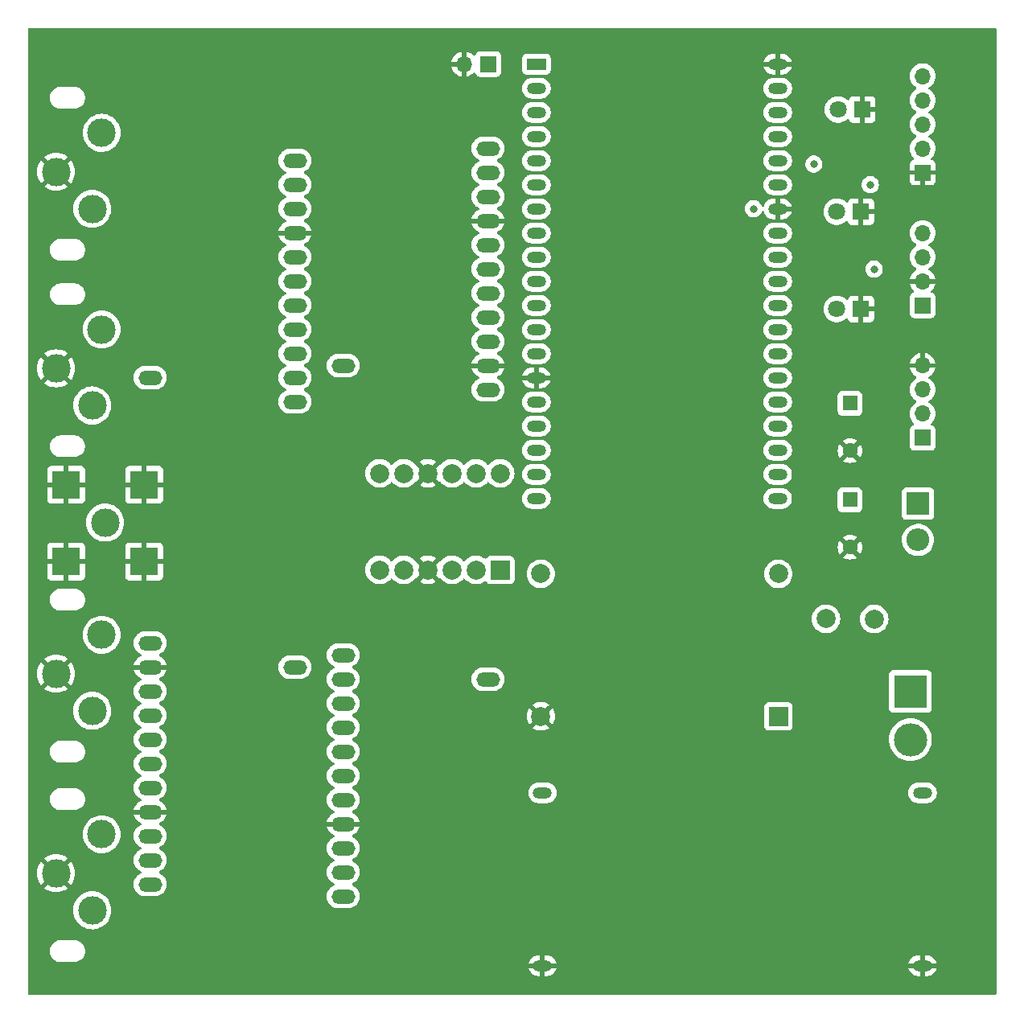
<source format=gbr>
%TF.GenerationSoftware,KiCad,Pcbnew,8.0.6*%
%TF.CreationDate,2024-11-28T17:20:22+01:00*%
%TF.ProjectId,fm-tx-LCD,666d2d74-782d-44c4-9344-2e6b69636164,rev?*%
%TF.SameCoordinates,Original*%
%TF.FileFunction,Copper,L3,Inr*%
%TF.FilePolarity,Positive*%
%FSLAX46Y46*%
G04 Gerber Fmt 4.6, Leading zero omitted, Abs format (unit mm)*
G04 Created by KiCad (PCBNEW 8.0.6) date 2024-11-28 17:20:22*
%MOMM*%
%LPD*%
G01*
G04 APERTURE LIST*
%TA.AperFunction,ComponentPad*%
%ADD10R,1.700000X1.700000*%
%TD*%
%TA.AperFunction,ComponentPad*%
%ADD11O,1.700000X1.700000*%
%TD*%
%TA.AperFunction,ComponentPad*%
%ADD12C,2.000000*%
%TD*%
%TA.AperFunction,ComponentPad*%
%ADD13O,2.500000X1.500000*%
%TD*%
%TA.AperFunction,ComponentPad*%
%ADD14R,1.800000X1.800000*%
%TD*%
%TA.AperFunction,ComponentPad*%
%ADD15C,1.800000*%
%TD*%
%TA.AperFunction,ComponentPad*%
%ADD16C,3.000000*%
%TD*%
%TA.AperFunction,ComponentPad*%
%ADD17R,2.000000X1.200000*%
%TD*%
%TA.AperFunction,ComponentPad*%
%ADD18O,2.000000X1.200000*%
%TD*%
%TA.AperFunction,ComponentPad*%
%ADD19R,2.400000X2.400000*%
%TD*%
%TA.AperFunction,ComponentPad*%
%ADD20O,2.400000X2.400000*%
%TD*%
%TA.AperFunction,ComponentPad*%
%ADD21R,1.600000X1.600000*%
%TD*%
%TA.AperFunction,ComponentPad*%
%ADD22C,1.600000*%
%TD*%
%TA.AperFunction,ComponentPad*%
%ADD23R,2.000000X2.000000*%
%TD*%
%TA.AperFunction,ComponentPad*%
%ADD24R,3.500000X3.500000*%
%TD*%
%TA.AperFunction,ComponentPad*%
%ADD25O,3.500000X3.500000*%
%TD*%
%TA.AperFunction,ComponentPad*%
%ADD26R,3.000000X3.000000*%
%TD*%
%TA.AperFunction,ViaPad*%
%ADD27C,0.800000*%
%TD*%
G04 APERTURE END LIST*
D10*
%TO.N,GND*%
%TO.C,SW1*%
X140970000Y-40635000D03*
D11*
%TO.N,+3.3V*%
X140970000Y-38095000D03*
%TO.N,Net-(SW1-SW)*%
X140970000Y-35555000D03*
%TO.N,Net-(SW1-DAT)*%
X140970000Y-33015000D03*
%TO.N,Net-(SW1-CLK)*%
X140970000Y-30475000D03*
%TD*%
D12*
%TO.N,Net-(J1-Pin_1)*%
%TO.C,F1*%
X135890000Y-87630000D03*
%TO.N,Net-(C1-Pad1)*%
X130810000Y-87620000D03*
%TD*%
D13*
%TO.N,+5V*%
%TO.C,U7*%
X80010000Y-116840000D03*
%TO.N,Net-(J7-IN2)*%
X80010000Y-114300000D03*
%TO.N,Net-(J7-IN1)*%
X80010000Y-111760000D03*
%TO.N,GND*%
X80010000Y-109220000D03*
%TO.N,unconnected-(U7-3.3Vout-Pad5)*%
X80010000Y-106680000D03*
%TO.N,unconnected-(U7-GP2-Pad6)*%
X80010000Y-104140000D03*
%TO.N,unconnected-(U7-GP1-Pad7)*%
X80010000Y-101600000D03*
%TO.N,/TWI2_SDA*%
X80010000Y-99060000D03*
%TO.N,/TWI2_SCL*%
X80010000Y-96520000D03*
%TO.N,unconnected-(U7-CS-Pad10)*%
X80010000Y-93980000D03*
%TO.N,/TX3_RST*%
X80010000Y-91440000D03*
%TO.N,Net-(U7-ANT)*%
X95250000Y-93980000D03*
%TD*%
D14*
%TO.N,GND*%
%TO.C,D3*%
X134500000Y-55000000D03*
D15*
%TO.N,Net-(D3-A)*%
X131960000Y-55000000D03*
%TD*%
D16*
%TO.N,Net-(J8-IN1)*%
%TO.C,J8*%
X53580000Y-118300000D03*
%TO.N,Net-(J8-IN2)*%
X54580000Y-110300000D03*
%TO.N,GND*%
X49780000Y-114400000D03*
%TD*%
D17*
%TO.N,+3.3V*%
%TO.C,U1*%
X100330000Y-29210000D03*
D18*
%TO.N,Net-(J2-Pin_1)*%
X100330000Y-31750000D03*
%TO.N,unconnected-(U1-GPI36-Pad3)*%
X100330000Y-34290000D03*
%TO.N,unconnected-(U1-GPI39-Pad4)*%
X100330000Y-36830000D03*
%TO.N,unconnected-(U1-GPI34-Pad5)*%
X100330000Y-39370000D03*
%TO.N,unconnected-(U1-GPI35-Pad6)*%
X100330000Y-41910000D03*
%TO.N,Net-(SW1-CLK)*%
X100330000Y-44450000D03*
%TO.N,Net-(SW1-DAT)*%
X100330000Y-46990000D03*
%TO.N,unconnected-(U1-GPIO25-Pad9)*%
X100330000Y-49530000D03*
%TO.N,unconnected-(U1-GPIO26-Pad10)*%
X100330000Y-52070000D03*
%TO.N,Net-(SW1-SW)*%
X100330000Y-54610000D03*
%TO.N,unconnected-(U1-GPIO14-Pad12)*%
X100330000Y-57150000D03*
%TO.N,unconnected-(U1-GPIO12-Pad13)*%
X100330000Y-59690000D03*
%TO.N,GND*%
X100330000Y-62230000D03*
%TO.N,unconnected-(U1-GPIO13-Pad15)*%
X100330000Y-64770000D03*
%TO.N,unconnected-(U1-GPIO9-Pad16)*%
X100330000Y-67310000D03*
%TO.N,unconnected-(U1-GPIO10-Pad17)*%
X100330000Y-69850000D03*
%TO.N,unconnected-(U1-GPIO11-Pad18)*%
X100330000Y-72390000D03*
%TO.N,+5V*%
X100330000Y-74930000D03*
%TO.N,unconnected-(U1-GPIO6-Pad20)*%
X125726320Y-74927280D03*
%TO.N,unconnected-(U1-GPIO7-Pad21)*%
X125726320Y-72387280D03*
%TO.N,unconnected-(U1-GPIO8-Pad22)*%
X125730000Y-69850000D03*
%TO.N,/TX4_RST*%
X125730000Y-67310000D03*
%TO.N,unconnected-(U1-GPIO2-Pad24)*%
X125730000Y-64770000D03*
%TO.N,unconnected-(U1-GPIO0-Pad25)*%
X125730000Y-62230000D03*
%TO.N,unconnected-(U1-GPIO4-Pad26)*%
X125730000Y-59690000D03*
%TO.N,/TX2_RST*%
X125730000Y-57150000D03*
%TO.N,/TX3_RST*%
X125730000Y-54610000D03*
%TO.N,unconnected-(U1-GPIO5-Pad29)*%
X125730000Y-52070000D03*
%TO.N,Net-(U1-GPIO18)*%
X125730000Y-49530000D03*
%TO.N,Net-(U1-GPIO19)*%
X125730000Y-46990000D03*
%TO.N,GND*%
X125730000Y-44450000D03*
%TO.N,Net-(U1-GPIO21)*%
X125730000Y-41910000D03*
%TO.N,unconnected-(U1-GPIO3-Pad34)*%
X125730000Y-39370000D03*
%TO.N,unconnected-(U1-GPIO1-Pad35)*%
X125730000Y-36830000D03*
%TO.N,Net-(U1-GPIO22)*%
X125730000Y-34290000D03*
%TO.N,/TX1_RST*%
X125730000Y-31750000D03*
%TO.N,GND*%
X125730000Y-29210000D03*
%TD*%
D19*
%TO.N,Net-(D4-K)*%
%TO.C,D4*%
X140500000Y-75500000D03*
D20*
%TO.N,Net-(D4-A)*%
X140500000Y-79310000D03*
%TD*%
D16*
%TO.N,Net-(J4-IN1)*%
%TO.C,J4*%
X53580000Y-44450000D03*
%TO.N,Net-(J4-IN2)*%
X54580000Y-36450000D03*
%TO.N,GND*%
X49780000Y-40550000D03*
%TD*%
D13*
%TO.N,+5V*%
%TO.C,U8*%
X59690000Y-115570000D03*
%TO.N,Net-(J8-IN2)*%
X59690000Y-113030000D03*
%TO.N,Net-(J8-IN1)*%
X59690000Y-110490000D03*
%TO.N,GND*%
X59690000Y-107950000D03*
%TO.N,unconnected-(U8-3.3Vout-Pad5)*%
X59690000Y-105410000D03*
%TO.N,unconnected-(U8-GP2-Pad6)*%
X59690000Y-102870000D03*
%TO.N,unconnected-(U8-GP1-Pad7)*%
X59690000Y-100330000D03*
%TO.N,/TWI2_SDA*%
X59690000Y-97790000D03*
%TO.N,/TWI2_SCL*%
X59690000Y-95250000D03*
%TO.N,GND*%
X59690000Y-92710000D03*
%TO.N,/TX4_RST*%
X59690000Y-90170000D03*
%TO.N,Net-(U8-ANT)*%
X74930000Y-92710000D03*
%TD*%
D10*
%TO.N,+5V*%
%TO.C,U6*%
X140970000Y-54610000D03*
D11*
%TO.N,GND*%
X140970000Y-52070000D03*
%TO.N,/TWI1_SDA*%
X140970000Y-49530000D03*
%TO.N,/TWI1_SCL*%
X140970000Y-46990000D03*
%TD*%
D13*
%TO.N,+5V*%
%TO.C,U4*%
X74930000Y-39370000D03*
%TO.N,Net-(J4-IN2)*%
X74930000Y-41910000D03*
%TO.N,Net-(J4-IN1)*%
X74930000Y-44450000D03*
%TO.N,GND*%
X74930000Y-46990000D03*
%TO.N,unconnected-(U4-3.3Vout-Pad5)*%
X74930000Y-49530000D03*
%TO.N,unconnected-(U4-GP2-Pad6)*%
X74930000Y-52070000D03*
%TO.N,unconnected-(U4-GP1-Pad7)*%
X74930000Y-54610000D03*
%TO.N,/TWI1_SDA*%
X74930000Y-57150000D03*
%TO.N,/TWI1_SCL*%
X74930000Y-59690000D03*
%TO.N,unconnected-(U4-CS-Pad10)*%
X74930000Y-62230000D03*
%TO.N,/TX1_RST*%
X74930000Y-64770000D03*
%TO.N,Net-(U4-ANT)*%
X59690000Y-62230000D03*
%TD*%
D21*
%TO.N,+5V*%
%TO.C,C3*%
X133350000Y-75067349D03*
D22*
%TO.N,GND*%
X133350000Y-80067349D03*
%TD*%
D21*
%TO.N,+12VA*%
%TO.C,C2*%
X133350000Y-64907349D03*
D22*
%TO.N,GND*%
X133350000Y-69907349D03*
%TD*%
D16*
%TO.N,Net-(J7-IN1)*%
%TO.C,J7*%
X53580000Y-97300000D03*
%TO.N,Net-(J7-IN2)*%
X54580000Y-89300000D03*
%TO.N,GND*%
X49780000Y-93400000D03*
%TD*%
D12*
%TO.N,Net-(D4-A)*%
%TO.C,FL1*%
X100800000Y-82880000D03*
%TO.N,GND*%
X100800000Y-97880000D03*
D23*
%TO.N,Net-(J1-Pin_2)*%
X125800000Y-97880000D03*
D12*
%TO.N,Net-(C1-Pad1)*%
X125800000Y-82880000D03*
%TD*%
D14*
%TO.N,GND*%
%TO.C,D2*%
X134500000Y-44750000D03*
D15*
%TO.N,Net-(D2-A)*%
X131960000Y-44750000D03*
%TD*%
D10*
%TO.N,Net-(D4-K)*%
%TO.C,J3*%
X140970000Y-68570000D03*
D11*
%TO.N,+12VA*%
X140970000Y-66030000D03*
%TO.N,+5V*%
X140970000Y-63490000D03*
%TO.N,GND*%
X140970000Y-60950000D03*
%TD*%
D23*
%TO.N,/TWI2_SCL*%
%TO.C,U3*%
X96520000Y-82462700D03*
D12*
%TO.N,/TWI2_SDA*%
X93980000Y-82462700D03*
%TO.N,+5V*%
X91440000Y-82462700D03*
%TO.N,GND*%
X88900000Y-82462700D03*
%TO.N,/TWI1_SCL*%
X86360000Y-82462700D03*
%TO.N,/TWI1_SDA*%
X83820000Y-82462700D03*
%TO.N,Net-(U1-GPIO21)*%
X83820000Y-72302700D03*
%TO.N,Net-(U1-GPIO22)*%
X86360000Y-72302700D03*
%TO.N,GND*%
X88900000Y-72302700D03*
%TO.N,+3.3V*%
X91440000Y-72302700D03*
%TO.N,Net-(U1-GPIO19)*%
X93980000Y-72302700D03*
%TO.N,Net-(U1-GPIO18)*%
X96520000Y-72302700D03*
%TD*%
D16*
%TO.N,Net-(J6-IN1)*%
%TO.C,J6*%
X53580000Y-65150000D03*
%TO.N,Net-(J6-IN2)*%
X54580000Y-57150000D03*
%TO.N,GND*%
X49780000Y-61250000D03*
%TD*%
D14*
%TO.N,GND*%
%TO.C,D1*%
X134620000Y-34000000D03*
D15*
%TO.N,Net-(D1-A)*%
X132080000Y-34000000D03*
%TD*%
D24*
%TO.N,Net-(J1-Pin_1)*%
%TO.C,J1*%
X139700000Y-95250000D03*
D25*
%TO.N,Net-(J1-Pin_2)*%
X139700000Y-100330000D03*
%TD*%
D18*
%TO.N,GND*%
%TO.C,U2*%
X100970000Y-124120000D03*
%TO.N,+12VA*%
X100970000Y-105920000D03*
%TO.N,GND*%
X140970000Y-124120000D03*
%TO.N,+5V*%
X140970000Y-105920000D03*
%TD*%
D13*
%TO.N,+5V*%
%TO.C,U5*%
X95250000Y-38100000D03*
%TO.N,Net-(J6-IN2)*%
X95250000Y-40640000D03*
%TO.N,Net-(J6-IN1)*%
X95250000Y-43180000D03*
%TO.N,GND*%
X95250000Y-45720000D03*
%TO.N,unconnected-(U5-3.3Vout-Pad5)*%
X95250000Y-48260000D03*
%TO.N,unconnected-(U5-GP2-Pad6)*%
X95250000Y-50800000D03*
%TO.N,unconnected-(U5-GP1-Pad7)*%
X95250000Y-53340000D03*
%TO.N,/TWI1_SDA*%
X95250000Y-55880000D03*
%TO.N,/TWI1_SCL*%
X95250000Y-58420000D03*
%TO.N,GND*%
X95250000Y-60960000D03*
%TO.N,/TX2_RST*%
X95250000Y-63500000D03*
%TO.N,Net-(U5-ANT)*%
X80010000Y-60960000D03*
%TD*%
D10*
%TO.N,Net-(J2-Pin_1)*%
%TO.C,J2*%
X95250000Y-29210000D03*
D11*
%TO.N,GND*%
X92710000Y-29210000D03*
%TD*%
D16*
%TO.N,/TXout*%
%TO.C,J5*%
X54942967Y-77488062D03*
D26*
%TO.N,GND*%
X59042967Y-81588062D03*
X59042967Y-73488062D03*
X50842967Y-81588062D03*
X50842967Y-73488062D03*
%TD*%
D27*
%TO.N,+5V*%
X135476824Y-41910000D03*
%TO.N,+3.3V*%
X135890000Y-50800000D03*
%TO.N,Net-(U1-GPIO22)*%
X123190000Y-44450000D03*
%TO.N,+12VA*%
X129540000Y-39742797D03*
%TD*%
%TA.AperFunction,Conductor*%
%TO.N,GND*%
G36*
X148680619Y-25419685D02*
G01*
X148726374Y-25472489D01*
X148737580Y-25524000D01*
X148737580Y-127077398D01*
X148717895Y-127144437D01*
X148665091Y-127190192D01*
X148613580Y-127201398D01*
X46966420Y-127201398D01*
X46899381Y-127181713D01*
X46853626Y-127128909D01*
X46842420Y-127077398D01*
X46842420Y-123869999D01*
X99495884Y-123869999D01*
X99495885Y-123870000D01*
X100654314Y-123870000D01*
X100649920Y-123874394D01*
X100597259Y-123965606D01*
X100570000Y-124067339D01*
X100570000Y-124172661D01*
X100597259Y-124274394D01*
X100649920Y-124365606D01*
X100654314Y-124370000D01*
X99495885Y-124370000D01*
X99497085Y-124377584D01*
X99550591Y-124542255D01*
X99629195Y-124696524D01*
X99730967Y-124836602D01*
X99853397Y-124959032D01*
X99993475Y-125060804D01*
X100147742Y-125139408D01*
X100312415Y-125192914D01*
X100483429Y-125220000D01*
X100720000Y-125220000D01*
X100720000Y-124435686D01*
X100724394Y-124440080D01*
X100815606Y-124492741D01*
X100917339Y-124520000D01*
X101022661Y-124520000D01*
X101124394Y-124492741D01*
X101215606Y-124440080D01*
X101220000Y-124435686D01*
X101220000Y-125220000D01*
X101456571Y-125220000D01*
X101627584Y-125192914D01*
X101792257Y-125139408D01*
X101946524Y-125060804D01*
X102086602Y-124959032D01*
X102209032Y-124836602D01*
X102310804Y-124696524D01*
X102389408Y-124542255D01*
X102442914Y-124377584D01*
X102444115Y-124370000D01*
X101285686Y-124370000D01*
X101290080Y-124365606D01*
X101342741Y-124274394D01*
X101370000Y-124172661D01*
X101370000Y-124067339D01*
X101342741Y-123965606D01*
X101290080Y-123874394D01*
X101285686Y-123870000D01*
X102444115Y-123870000D01*
X102444115Y-123869999D01*
X139495884Y-123869999D01*
X139495885Y-123870000D01*
X140654314Y-123870000D01*
X140649920Y-123874394D01*
X140597259Y-123965606D01*
X140570000Y-124067339D01*
X140570000Y-124172661D01*
X140597259Y-124274394D01*
X140649920Y-124365606D01*
X140654314Y-124370000D01*
X139495885Y-124370000D01*
X139497085Y-124377584D01*
X139550591Y-124542255D01*
X139629195Y-124696524D01*
X139730967Y-124836602D01*
X139853397Y-124959032D01*
X139993475Y-125060804D01*
X140147742Y-125139408D01*
X140312415Y-125192914D01*
X140483429Y-125220000D01*
X140720000Y-125220000D01*
X140720000Y-124435686D01*
X140724394Y-124440080D01*
X140815606Y-124492741D01*
X140917339Y-124520000D01*
X141022661Y-124520000D01*
X141124394Y-124492741D01*
X141215606Y-124440080D01*
X141220000Y-124435686D01*
X141220000Y-125220000D01*
X141456571Y-125220000D01*
X141627584Y-125192914D01*
X141792257Y-125139408D01*
X141946524Y-125060804D01*
X142086602Y-124959032D01*
X142209032Y-124836602D01*
X142310804Y-124696524D01*
X142389408Y-124542255D01*
X142442914Y-124377584D01*
X142444115Y-124370000D01*
X141285686Y-124370000D01*
X141290080Y-124365606D01*
X141342741Y-124274394D01*
X141370000Y-124172661D01*
X141370000Y-124067339D01*
X141342741Y-123965606D01*
X141290080Y-123874394D01*
X141285686Y-123870000D01*
X142444115Y-123870000D01*
X142444115Y-123869999D01*
X142442914Y-123862415D01*
X142389408Y-123697744D01*
X142310804Y-123543475D01*
X142209032Y-123403397D01*
X142086602Y-123280967D01*
X141946524Y-123179195D01*
X141792257Y-123100591D01*
X141627584Y-123047085D01*
X141456571Y-123020000D01*
X141220000Y-123020000D01*
X141220000Y-123804314D01*
X141215606Y-123799920D01*
X141124394Y-123747259D01*
X141022661Y-123720000D01*
X140917339Y-123720000D01*
X140815606Y-123747259D01*
X140724394Y-123799920D01*
X140720000Y-123804314D01*
X140720000Y-123020000D01*
X140483429Y-123020000D01*
X140312415Y-123047085D01*
X140147742Y-123100591D01*
X139993475Y-123179195D01*
X139853397Y-123280967D01*
X139730967Y-123403397D01*
X139629195Y-123543475D01*
X139550591Y-123697744D01*
X139497085Y-123862415D01*
X139495884Y-123869999D01*
X102444115Y-123869999D01*
X102442914Y-123862415D01*
X102389408Y-123697744D01*
X102310804Y-123543475D01*
X102209032Y-123403397D01*
X102086602Y-123280967D01*
X101946524Y-123179195D01*
X101792257Y-123100591D01*
X101627584Y-123047085D01*
X101456571Y-123020000D01*
X101220000Y-123020000D01*
X101220000Y-123804314D01*
X101215606Y-123799920D01*
X101124394Y-123747259D01*
X101022661Y-123720000D01*
X100917339Y-123720000D01*
X100815606Y-123747259D01*
X100724394Y-123799920D01*
X100720000Y-123804314D01*
X100720000Y-123020000D01*
X100483429Y-123020000D01*
X100312415Y-123047085D01*
X100147742Y-123100591D01*
X99993475Y-123179195D01*
X99853397Y-123280967D01*
X99730967Y-123403397D01*
X99629195Y-123543475D01*
X99550591Y-123697744D01*
X99497085Y-123862415D01*
X99495884Y-123869999D01*
X46842420Y-123869999D01*
X46842420Y-122509448D01*
X49129500Y-122509448D01*
X49129500Y-122690551D01*
X49157829Y-122869410D01*
X49213787Y-123041636D01*
X49213788Y-123041639D01*
X49296006Y-123202997D01*
X49402441Y-123349494D01*
X49402445Y-123349499D01*
X49530500Y-123477554D01*
X49530505Y-123477558D01*
X49621233Y-123543475D01*
X49677006Y-123583996D01*
X49782484Y-123637740D01*
X49838360Y-123666211D01*
X49838363Y-123666212D01*
X49924476Y-123694191D01*
X50010591Y-123722171D01*
X50093429Y-123735291D01*
X50189449Y-123750500D01*
X50189454Y-123750500D01*
X51770551Y-123750500D01*
X51857259Y-123736765D01*
X51949409Y-123722171D01*
X52121639Y-123666211D01*
X52282994Y-123583996D01*
X52429501Y-123477553D01*
X52557553Y-123349501D01*
X52663996Y-123202994D01*
X52746211Y-123041639D01*
X52802171Y-122869409D01*
X52816765Y-122777259D01*
X52830500Y-122690551D01*
X52830500Y-122509448D01*
X52814019Y-122405397D01*
X52802171Y-122330591D01*
X52746211Y-122158361D01*
X52746211Y-122158360D01*
X52717740Y-122102484D01*
X52663996Y-121997006D01*
X52650396Y-121978287D01*
X52557558Y-121850505D01*
X52557554Y-121850500D01*
X52429499Y-121722445D01*
X52429494Y-121722441D01*
X52282997Y-121616006D01*
X52282996Y-121616005D01*
X52282994Y-121616004D01*
X52231300Y-121589664D01*
X52121639Y-121533788D01*
X52121636Y-121533787D01*
X51949410Y-121477829D01*
X51770551Y-121449500D01*
X51770546Y-121449500D01*
X50189454Y-121449500D01*
X50189449Y-121449500D01*
X50010589Y-121477829D01*
X49838363Y-121533787D01*
X49838360Y-121533788D01*
X49677002Y-121616006D01*
X49530505Y-121722441D01*
X49530500Y-121722445D01*
X49402445Y-121850500D01*
X49402441Y-121850505D01*
X49296006Y-121997002D01*
X49213788Y-122158360D01*
X49213787Y-122158363D01*
X49157829Y-122330589D01*
X49129500Y-122509448D01*
X46842420Y-122509448D01*
X46842420Y-118299998D01*
X51574390Y-118299998D01*
X51574390Y-118300001D01*
X51594804Y-118585433D01*
X51655628Y-118865037D01*
X51755635Y-119133166D01*
X51892770Y-119384309D01*
X51892775Y-119384317D01*
X52064254Y-119613387D01*
X52064270Y-119613405D01*
X52266594Y-119815729D01*
X52266612Y-119815745D01*
X52495682Y-119987224D01*
X52495690Y-119987229D01*
X52746833Y-120124364D01*
X52746832Y-120124364D01*
X52746836Y-120124365D01*
X52746839Y-120124367D01*
X53014954Y-120224369D01*
X53014960Y-120224370D01*
X53014962Y-120224371D01*
X53294566Y-120285195D01*
X53294568Y-120285195D01*
X53294572Y-120285196D01*
X53548220Y-120303337D01*
X53579999Y-120305610D01*
X53580000Y-120305610D01*
X53580001Y-120305610D01*
X53608595Y-120303564D01*
X53865428Y-120285196D01*
X54145046Y-120224369D01*
X54413161Y-120124367D01*
X54664315Y-119987226D01*
X54893395Y-119815739D01*
X55095739Y-119613395D01*
X55267226Y-119384315D01*
X55404367Y-119133161D01*
X55504369Y-118865046D01*
X55565196Y-118585428D01*
X55585610Y-118300000D01*
X55565196Y-118014572D01*
X55561783Y-117998884D01*
X55504371Y-117734962D01*
X55504370Y-117734960D01*
X55504369Y-117734954D01*
X55404367Y-117466839D01*
X55324202Y-117320029D01*
X55267229Y-117215690D01*
X55267224Y-117215682D01*
X55095745Y-116986612D01*
X55095729Y-116986594D01*
X54893405Y-116784270D01*
X54893387Y-116784254D01*
X54664317Y-116612775D01*
X54664309Y-116612770D01*
X54413166Y-116475635D01*
X54413167Y-116475635D01*
X54224079Y-116405109D01*
X54145046Y-116375631D01*
X54145043Y-116375630D01*
X54145037Y-116375628D01*
X53865433Y-116314804D01*
X53580001Y-116294390D01*
X53579999Y-116294390D01*
X53294566Y-116314804D01*
X53014962Y-116375628D01*
X52746833Y-116475635D01*
X52495690Y-116612770D01*
X52495682Y-116612775D01*
X52266612Y-116784254D01*
X52266594Y-116784270D01*
X52064270Y-116986594D01*
X52064254Y-116986612D01*
X51892775Y-117215682D01*
X51892770Y-117215690D01*
X51755635Y-117466833D01*
X51655628Y-117734962D01*
X51594804Y-118014566D01*
X51574390Y-118299998D01*
X46842420Y-118299998D01*
X46842420Y-114399998D01*
X47774891Y-114399998D01*
X47774891Y-114400001D01*
X47795300Y-114685362D01*
X47856109Y-114964895D01*
X47956091Y-115232958D01*
X48093191Y-115484038D01*
X48093196Y-115484046D01*
X48199882Y-115626561D01*
X48199883Y-115626562D01*
X49064152Y-114762292D01*
X49071049Y-114778942D01*
X49158599Y-114909970D01*
X49270030Y-115021401D01*
X49401058Y-115108951D01*
X49417705Y-115115846D01*
X48553436Y-115980115D01*
X48695960Y-116086807D01*
X48695961Y-116086808D01*
X48947042Y-116223908D01*
X48947041Y-116223908D01*
X49215104Y-116323890D01*
X49494637Y-116384699D01*
X49779999Y-116405109D01*
X49780001Y-116405109D01*
X50065362Y-116384699D01*
X50344895Y-116323890D01*
X50612958Y-116223908D01*
X50864047Y-116086803D01*
X51006561Y-115980116D01*
X51006562Y-115980115D01*
X50142294Y-115115846D01*
X50158942Y-115108951D01*
X50289970Y-115021401D01*
X50401401Y-114909970D01*
X50488951Y-114778942D01*
X50495846Y-114762293D01*
X51360115Y-115626562D01*
X51360116Y-115626561D01*
X51466803Y-115484047D01*
X51603908Y-115232958D01*
X51703890Y-114964895D01*
X51764699Y-114685362D01*
X51785109Y-114400001D01*
X51785109Y-114399998D01*
X51764699Y-114114637D01*
X51703890Y-113835104D01*
X51603908Y-113567041D01*
X51466808Y-113315961D01*
X51466807Y-113315960D01*
X51360115Y-113173436D01*
X50495846Y-114037705D01*
X50488951Y-114021058D01*
X50401401Y-113890030D01*
X50289970Y-113778599D01*
X50158942Y-113691049D01*
X50142293Y-113684152D01*
X51006562Y-112819883D01*
X51006561Y-112819882D01*
X50864046Y-112713196D01*
X50864038Y-112713191D01*
X50612957Y-112576091D01*
X50612958Y-112576091D01*
X50344895Y-112476109D01*
X50065362Y-112415300D01*
X49780001Y-112394891D01*
X49779999Y-112394891D01*
X49494637Y-112415300D01*
X49215104Y-112476109D01*
X48947041Y-112576091D01*
X48695961Y-112713191D01*
X48695953Y-112713196D01*
X48553437Y-112819882D01*
X48553436Y-112819883D01*
X49417706Y-113684152D01*
X49401058Y-113691049D01*
X49270030Y-113778599D01*
X49158599Y-113890030D01*
X49071049Y-114021058D01*
X49064153Y-114037706D01*
X48199883Y-113173436D01*
X48199882Y-113173437D01*
X48093196Y-113315953D01*
X48093191Y-113315961D01*
X47956091Y-113567041D01*
X47856109Y-113835104D01*
X47795300Y-114114637D01*
X47774891Y-114399998D01*
X46842420Y-114399998D01*
X46842420Y-110299998D01*
X52574390Y-110299998D01*
X52574390Y-110300001D01*
X52594804Y-110585433D01*
X52655628Y-110865037D01*
X52655630Y-110865043D01*
X52655631Y-110865046D01*
X52755633Y-111133161D01*
X52755635Y-111133166D01*
X52892770Y-111384309D01*
X52892775Y-111384317D01*
X53064254Y-111613387D01*
X53064270Y-111613405D01*
X53266594Y-111815729D01*
X53266612Y-111815745D01*
X53495682Y-111987224D01*
X53495690Y-111987229D01*
X53746833Y-112124364D01*
X53746832Y-112124364D01*
X53746836Y-112124365D01*
X53746839Y-112124367D01*
X54014954Y-112224369D01*
X54014960Y-112224370D01*
X54014962Y-112224371D01*
X54294566Y-112285195D01*
X54294568Y-112285195D01*
X54294572Y-112285196D01*
X54548220Y-112303337D01*
X54579999Y-112305610D01*
X54580000Y-112305610D01*
X54580001Y-112305610D01*
X54608595Y-112303564D01*
X54865428Y-112285196D01*
X55073077Y-112240025D01*
X55145037Y-112224371D01*
X55145037Y-112224370D01*
X55145046Y-112224369D01*
X55413161Y-112124367D01*
X55664315Y-111987226D01*
X55893395Y-111815739D01*
X56095739Y-111613395D01*
X56267226Y-111384315D01*
X56404367Y-111133161D01*
X56504369Y-110865046D01*
X56565196Y-110585428D01*
X56585610Y-110300000D01*
X56565196Y-110014572D01*
X56526044Y-109834594D01*
X56504371Y-109734962D01*
X56504370Y-109734960D01*
X56504369Y-109734954D01*
X56404367Y-109466839D01*
X56369695Y-109403343D01*
X56267229Y-109215690D01*
X56267224Y-109215682D01*
X56095745Y-108986612D01*
X56095729Y-108986594D01*
X55893405Y-108784270D01*
X55893387Y-108784254D01*
X55664317Y-108612775D01*
X55664309Y-108612770D01*
X55413166Y-108475635D01*
X55413167Y-108475635D01*
X55305915Y-108435632D01*
X55145046Y-108375631D01*
X55145043Y-108375630D01*
X55145037Y-108375628D01*
X54865433Y-108314804D01*
X54580001Y-108294390D01*
X54579999Y-108294390D01*
X54294566Y-108314804D01*
X54014962Y-108375628D01*
X53746833Y-108475635D01*
X53495690Y-108612770D01*
X53495682Y-108612775D01*
X53266612Y-108784254D01*
X53266594Y-108784270D01*
X53064270Y-108986594D01*
X53064254Y-108986612D01*
X52892775Y-109215682D01*
X52892770Y-109215690D01*
X52755635Y-109466833D01*
X52655628Y-109734962D01*
X52594804Y-110014566D01*
X52574390Y-110299998D01*
X46842420Y-110299998D01*
X46842420Y-106509448D01*
X49129500Y-106509448D01*
X49129500Y-106690551D01*
X49157829Y-106869410D01*
X49213787Y-107041636D01*
X49213788Y-107041639D01*
X49296006Y-107202997D01*
X49402441Y-107349494D01*
X49402445Y-107349499D01*
X49530500Y-107477554D01*
X49530505Y-107477558D01*
X49657611Y-107569905D01*
X49677006Y-107583996D01*
X49774800Y-107633825D01*
X49838360Y-107666211D01*
X49838363Y-107666212D01*
X49924476Y-107694191D01*
X50010591Y-107722171D01*
X50093429Y-107735291D01*
X50189449Y-107750500D01*
X50189454Y-107750500D01*
X51770551Y-107750500D01*
X51857259Y-107736765D01*
X51949409Y-107722171D01*
X52121639Y-107666211D01*
X52282994Y-107583996D01*
X52429501Y-107477553D01*
X52557553Y-107349501D01*
X52663996Y-107202994D01*
X52746211Y-107041639D01*
X52802171Y-106869409D01*
X52816765Y-106777259D01*
X52830500Y-106690551D01*
X52830500Y-106509448D01*
X52807435Y-106363828D01*
X52802171Y-106330591D01*
X52759732Y-106199975D01*
X52746212Y-106158363D01*
X52746211Y-106158360D01*
X52678053Y-106024595D01*
X52663996Y-105997006D01*
X52650396Y-105978287D01*
X52557558Y-105850505D01*
X52557554Y-105850500D01*
X52429499Y-105722445D01*
X52429494Y-105722441D01*
X52282997Y-105616006D01*
X52282996Y-105616005D01*
X52282994Y-105616004D01*
X52231300Y-105589664D01*
X52121639Y-105533788D01*
X52121636Y-105533787D01*
X51949410Y-105477829D01*
X51770551Y-105449500D01*
X51770546Y-105449500D01*
X50189454Y-105449500D01*
X50189449Y-105449500D01*
X50010589Y-105477829D01*
X49838363Y-105533787D01*
X49838360Y-105533788D01*
X49677002Y-105616006D01*
X49530505Y-105722441D01*
X49530500Y-105722445D01*
X49402445Y-105850500D01*
X49402441Y-105850505D01*
X49296006Y-105997002D01*
X49213788Y-106158360D01*
X49213787Y-106158363D01*
X49157829Y-106330589D01*
X49129500Y-106509448D01*
X46842420Y-106509448D01*
X46842420Y-101509448D01*
X49129500Y-101509448D01*
X49129500Y-101690551D01*
X49157829Y-101869410D01*
X49213787Y-102041636D01*
X49213788Y-102041639D01*
X49296006Y-102202997D01*
X49402441Y-102349494D01*
X49402445Y-102349499D01*
X49530500Y-102477554D01*
X49530505Y-102477558D01*
X49635479Y-102553825D01*
X49677006Y-102583996D01*
X49782484Y-102637740D01*
X49838360Y-102666211D01*
X49838363Y-102666212D01*
X49924476Y-102694191D01*
X50010591Y-102722171D01*
X50093429Y-102735291D01*
X50189449Y-102750500D01*
X50189454Y-102750500D01*
X51770551Y-102750500D01*
X51857259Y-102736765D01*
X51949409Y-102722171D01*
X52121639Y-102666211D01*
X52282994Y-102583996D01*
X52429501Y-102477553D01*
X52557553Y-102349501D01*
X52663996Y-102202994D01*
X52746211Y-102041639D01*
X52802171Y-101869409D01*
X52816765Y-101777259D01*
X52830500Y-101690551D01*
X52830500Y-101509448D01*
X52813089Y-101399523D01*
X52802171Y-101330591D01*
X52746211Y-101158361D01*
X52746211Y-101158360D01*
X52717740Y-101102484D01*
X52663996Y-100997006D01*
X52650396Y-100978287D01*
X52557558Y-100850505D01*
X52557554Y-100850500D01*
X52429499Y-100722445D01*
X52429494Y-100722441D01*
X52282997Y-100616006D01*
X52282996Y-100616005D01*
X52282994Y-100616004D01*
X52231300Y-100589664D01*
X52121639Y-100533788D01*
X52121636Y-100533787D01*
X51949410Y-100477829D01*
X51770551Y-100449500D01*
X51770546Y-100449500D01*
X50189454Y-100449500D01*
X50189449Y-100449500D01*
X50010589Y-100477829D01*
X49838363Y-100533787D01*
X49838360Y-100533788D01*
X49677002Y-100616006D01*
X49530505Y-100722441D01*
X49530500Y-100722445D01*
X49402445Y-100850500D01*
X49402441Y-100850505D01*
X49296006Y-100997002D01*
X49213788Y-101158360D01*
X49213787Y-101158363D01*
X49157829Y-101330589D01*
X49129500Y-101509448D01*
X46842420Y-101509448D01*
X46842420Y-97299998D01*
X51574390Y-97299998D01*
X51574390Y-97300001D01*
X51594804Y-97585433D01*
X51655628Y-97865037D01*
X51655630Y-97865043D01*
X51655631Y-97865046D01*
X51702414Y-97990476D01*
X51755635Y-98133166D01*
X51892770Y-98384309D01*
X51892775Y-98384317D01*
X52064254Y-98613387D01*
X52064270Y-98613405D01*
X52266594Y-98815729D01*
X52266612Y-98815745D01*
X52495682Y-98987224D01*
X52495690Y-98987229D01*
X52746833Y-99124364D01*
X52746832Y-99124364D01*
X52746836Y-99124365D01*
X52746839Y-99124367D01*
X53014954Y-99224369D01*
X53014960Y-99224370D01*
X53014962Y-99224371D01*
X53294566Y-99285195D01*
X53294568Y-99285195D01*
X53294572Y-99285196D01*
X53548220Y-99303337D01*
X53579999Y-99305610D01*
X53580000Y-99305610D01*
X53580001Y-99305610D01*
X53608595Y-99303564D01*
X53865428Y-99285196D01*
X53979065Y-99260476D01*
X54145037Y-99224371D01*
X54145037Y-99224370D01*
X54145046Y-99224369D01*
X54413161Y-99124367D01*
X54664315Y-98987226D01*
X54893395Y-98815739D01*
X55095739Y-98613395D01*
X55267226Y-98384315D01*
X55404367Y-98133161D01*
X55504369Y-97865046D01*
X55538901Y-97706306D01*
X55565195Y-97585433D01*
X55565195Y-97585432D01*
X55565196Y-97585428D01*
X55585610Y-97300000D01*
X55565196Y-97014572D01*
X55562032Y-97000029D01*
X55504371Y-96734962D01*
X55504370Y-96734960D01*
X55504369Y-96734954D01*
X55404367Y-96466839D01*
X55399261Y-96457489D01*
X55267229Y-96215690D01*
X55267224Y-96215682D01*
X55095745Y-95986612D01*
X55095729Y-95986594D01*
X54893405Y-95784270D01*
X54893387Y-95784254D01*
X54664317Y-95612775D01*
X54664309Y-95612770D01*
X54413166Y-95475635D01*
X54413167Y-95475635D01*
X54224079Y-95405109D01*
X54145046Y-95375631D01*
X54145043Y-95375630D01*
X54145037Y-95375628D01*
X53865433Y-95314804D01*
X53580001Y-95294390D01*
X53579999Y-95294390D01*
X53294566Y-95314804D01*
X53014962Y-95375628D01*
X52746833Y-95475635D01*
X52495690Y-95612770D01*
X52495682Y-95612775D01*
X52266612Y-95784254D01*
X52266594Y-95784270D01*
X52064270Y-95986594D01*
X52064254Y-95986612D01*
X51892775Y-96215682D01*
X51892770Y-96215690D01*
X51755635Y-96466833D01*
X51655628Y-96734962D01*
X51594804Y-97014566D01*
X51574390Y-97299998D01*
X46842420Y-97299998D01*
X46842420Y-93399998D01*
X47774891Y-93399998D01*
X47774891Y-93400001D01*
X47795300Y-93685362D01*
X47856109Y-93964895D01*
X47956091Y-94232958D01*
X48093191Y-94484038D01*
X48093196Y-94484046D01*
X48199882Y-94626561D01*
X48199883Y-94626562D01*
X49064152Y-93762292D01*
X49071049Y-93778942D01*
X49158599Y-93909970D01*
X49270030Y-94021401D01*
X49401058Y-94108951D01*
X49417705Y-94115846D01*
X48553436Y-94980115D01*
X48695960Y-95086807D01*
X48695961Y-95086808D01*
X48947042Y-95223908D01*
X48947041Y-95223908D01*
X49215104Y-95323890D01*
X49494637Y-95384699D01*
X49779999Y-95405109D01*
X49780001Y-95405109D01*
X50065362Y-95384699D01*
X50344895Y-95323890D01*
X50612958Y-95223908D01*
X50864047Y-95086803D01*
X51006561Y-94980116D01*
X51006562Y-94980115D01*
X50142294Y-94115846D01*
X50158942Y-94108951D01*
X50289970Y-94021401D01*
X50401401Y-93909970D01*
X50488951Y-93778942D01*
X50495846Y-93762293D01*
X51360115Y-94626562D01*
X51360116Y-94626561D01*
X51466803Y-94484047D01*
X51603908Y-94232958D01*
X51703890Y-93964895D01*
X51764699Y-93685362D01*
X51785109Y-93400001D01*
X51785109Y-93399998D01*
X51764699Y-93114637D01*
X51703890Y-92835104D01*
X51603908Y-92567041D01*
X51466808Y-92315961D01*
X51466807Y-92315960D01*
X51360115Y-92173436D01*
X50495846Y-93037705D01*
X50488951Y-93021058D01*
X50401401Y-92890030D01*
X50289970Y-92778599D01*
X50158942Y-92691049D01*
X50142293Y-92684152D01*
X51006562Y-91819883D01*
X51006561Y-91819882D01*
X50864046Y-91713196D01*
X50864038Y-91713191D01*
X50612957Y-91576091D01*
X50612958Y-91576091D01*
X50344895Y-91476109D01*
X50065362Y-91415300D01*
X49780001Y-91394891D01*
X49779999Y-91394891D01*
X49494637Y-91415300D01*
X49215104Y-91476109D01*
X48947041Y-91576091D01*
X48695961Y-91713191D01*
X48695953Y-91713196D01*
X48553437Y-91819882D01*
X48553436Y-91819883D01*
X49417706Y-92684152D01*
X49401058Y-92691049D01*
X49270030Y-92778599D01*
X49158599Y-92890030D01*
X49071049Y-93021058D01*
X49064153Y-93037706D01*
X48199883Y-92173436D01*
X48199882Y-92173437D01*
X48093196Y-92315953D01*
X48093191Y-92315961D01*
X47956091Y-92567041D01*
X47856109Y-92835104D01*
X47795300Y-93114637D01*
X47774891Y-93399998D01*
X46842420Y-93399998D01*
X46842420Y-89299998D01*
X52574390Y-89299998D01*
X52574390Y-89300001D01*
X52594804Y-89585433D01*
X52655628Y-89865037D01*
X52755635Y-90133166D01*
X52892770Y-90384309D01*
X52892775Y-90384317D01*
X53064254Y-90613387D01*
X53064270Y-90613405D01*
X53266594Y-90815729D01*
X53266612Y-90815745D01*
X53495682Y-90987224D01*
X53495690Y-90987229D01*
X53746833Y-91124364D01*
X53746832Y-91124364D01*
X53746836Y-91124365D01*
X53746839Y-91124367D01*
X54014954Y-91224369D01*
X54014960Y-91224370D01*
X54014962Y-91224371D01*
X54294566Y-91285195D01*
X54294568Y-91285195D01*
X54294572Y-91285196D01*
X54548220Y-91303337D01*
X54579999Y-91305610D01*
X54580000Y-91305610D01*
X54580001Y-91305610D01*
X54608595Y-91303564D01*
X54865428Y-91285196D01*
X55075380Y-91239524D01*
X55145037Y-91224371D01*
X55145037Y-91224370D01*
X55145046Y-91224369D01*
X55413161Y-91124367D01*
X55664315Y-90987226D01*
X55893395Y-90815739D01*
X56095739Y-90613395D01*
X56267226Y-90384315D01*
X56404367Y-90133161D01*
X56427337Y-90071577D01*
X57939500Y-90071577D01*
X57939500Y-90268422D01*
X57970290Y-90462826D01*
X58031117Y-90650029D01*
X58099682Y-90784594D01*
X58120476Y-90825405D01*
X58236172Y-90984646D01*
X58375354Y-91123828D01*
X58494784Y-91210600D01*
X58534596Y-91239525D01*
X58711763Y-91329795D01*
X58762560Y-91377769D01*
X58779355Y-91445590D01*
X58756818Y-91511725D01*
X58711764Y-91550765D01*
X58534856Y-91640904D01*
X58375678Y-91756555D01*
X58236555Y-91895678D01*
X58120904Y-92054856D01*
X58031581Y-92230162D01*
X57970781Y-92417283D01*
X57964016Y-92460000D01*
X59285854Y-92460000D01*
X59247370Y-92526657D01*
X59215000Y-92647465D01*
X59215000Y-92772535D01*
X59247370Y-92893343D01*
X59285854Y-92960000D01*
X57964016Y-92960000D01*
X57970781Y-93002716D01*
X58031581Y-93189837D01*
X58120904Y-93365143D01*
X58236555Y-93524321D01*
X58375678Y-93663444D01*
X58534856Y-93779095D01*
X58711764Y-93869234D01*
X58762560Y-93917208D01*
X58779355Y-93985029D01*
X58756818Y-94051164D01*
X58711764Y-94090204D01*
X58534594Y-94180476D01*
X58462360Y-94232958D01*
X58375354Y-94296172D01*
X58375352Y-94296174D01*
X58375351Y-94296174D01*
X58236174Y-94435351D01*
X58236174Y-94435352D01*
X58236172Y-94435354D01*
X58200801Y-94484038D01*
X58120476Y-94594594D01*
X58031117Y-94769970D01*
X57970290Y-94957173D01*
X57939500Y-95151577D01*
X57939500Y-95348422D01*
X57970290Y-95542826D01*
X58031117Y-95730029D01*
X58099682Y-95864594D01*
X58120476Y-95905405D01*
X58236172Y-96064646D01*
X58375354Y-96203828D01*
X58534595Y-96319524D01*
X58652305Y-96379500D01*
X58711213Y-96409515D01*
X58762009Y-96457489D01*
X58778804Y-96525310D01*
X58756267Y-96591445D01*
X58711213Y-96630485D01*
X58534594Y-96720476D01*
X58462968Y-96772516D01*
X58375354Y-96836172D01*
X58375352Y-96836174D01*
X58375351Y-96836174D01*
X58236174Y-96975351D01*
X58236174Y-96975352D01*
X58236172Y-96975354D01*
X58186485Y-97043741D01*
X58120476Y-97134594D01*
X58031117Y-97309970D01*
X57970290Y-97497173D01*
X57939500Y-97691577D01*
X57939500Y-97888422D01*
X57970290Y-98082826D01*
X58031117Y-98270029D01*
X58085533Y-98376825D01*
X58120476Y-98445405D01*
X58236172Y-98604646D01*
X58375354Y-98743828D01*
X58534595Y-98859524D01*
X58657992Y-98922397D01*
X58711213Y-98949515D01*
X58762009Y-98997489D01*
X58778804Y-99065310D01*
X58756267Y-99131445D01*
X58711213Y-99170485D01*
X58534594Y-99260476D01*
X58447447Y-99323793D01*
X58375354Y-99376172D01*
X58375352Y-99376174D01*
X58375351Y-99376174D01*
X58236174Y-99515351D01*
X58236174Y-99515352D01*
X58236172Y-99515354D01*
X58186485Y-99583741D01*
X58120476Y-99674594D01*
X58031117Y-99849970D01*
X57970290Y-100037173D01*
X57939500Y-100231577D01*
X57939500Y-100428422D01*
X57970290Y-100622826D01*
X58031117Y-100810029D01*
X58083956Y-100913730D01*
X58120476Y-100985405D01*
X58236172Y-101144646D01*
X58375354Y-101283828D01*
X58534595Y-101399524D01*
X58648694Y-101457660D01*
X58711213Y-101489515D01*
X58762009Y-101537489D01*
X58778804Y-101605310D01*
X58756267Y-101671445D01*
X58711213Y-101710485D01*
X58534594Y-101800476D01*
X58443741Y-101866485D01*
X58375354Y-101916172D01*
X58375352Y-101916174D01*
X58375351Y-101916174D01*
X58236174Y-102055351D01*
X58236174Y-102055352D01*
X58236172Y-102055354D01*
X58189732Y-102119273D01*
X58120476Y-102214594D01*
X58031117Y-102389970D01*
X57970290Y-102577173D01*
X57939500Y-102771577D01*
X57939500Y-102968422D01*
X57970290Y-103162826D01*
X58031117Y-103350029D01*
X58099682Y-103484594D01*
X58120476Y-103525405D01*
X58236172Y-103684646D01*
X58375354Y-103823828D01*
X58534595Y-103939524D01*
X58657992Y-104002397D01*
X58711213Y-104029515D01*
X58762009Y-104077489D01*
X58778804Y-104145310D01*
X58756267Y-104211445D01*
X58711213Y-104250485D01*
X58534594Y-104340476D01*
X58443741Y-104406485D01*
X58375354Y-104456172D01*
X58375352Y-104456174D01*
X58375351Y-104456174D01*
X58236174Y-104595351D01*
X58236174Y-104595352D01*
X58236172Y-104595354D01*
X58186485Y-104663741D01*
X58120476Y-104754594D01*
X58031117Y-104929970D01*
X57970290Y-105117173D01*
X57939500Y-105311577D01*
X57939500Y-105508422D01*
X57970290Y-105702826D01*
X58031117Y-105890029D01*
X58090519Y-106006611D01*
X58120476Y-106065405D01*
X58236172Y-106224646D01*
X58375354Y-106363828D01*
X58494784Y-106450600D01*
X58534596Y-106479525D01*
X58711763Y-106569795D01*
X58762560Y-106617769D01*
X58779355Y-106685590D01*
X58756818Y-106751725D01*
X58711764Y-106790765D01*
X58534856Y-106880904D01*
X58375678Y-106996555D01*
X58236555Y-107135678D01*
X58120904Y-107294856D01*
X58031581Y-107470162D01*
X57970781Y-107657283D01*
X57964016Y-107700000D01*
X59285854Y-107700000D01*
X59247370Y-107766657D01*
X59215000Y-107887465D01*
X59215000Y-108012535D01*
X59247370Y-108133343D01*
X59285854Y-108200000D01*
X57964016Y-108200000D01*
X57970781Y-108242716D01*
X58031581Y-108429837D01*
X58120904Y-108605143D01*
X58236555Y-108764321D01*
X58375678Y-108903444D01*
X58534856Y-109019095D01*
X58711764Y-109109234D01*
X58762560Y-109157208D01*
X58779355Y-109225029D01*
X58756818Y-109291164D01*
X58711764Y-109330204D01*
X58534594Y-109420476D01*
X58470790Y-109466833D01*
X58375354Y-109536172D01*
X58375352Y-109536174D01*
X58375351Y-109536174D01*
X58236174Y-109675351D01*
X58236174Y-109675352D01*
X58236172Y-109675354D01*
X58218384Y-109699837D01*
X58120476Y-109834594D01*
X58031117Y-110009970D01*
X57970290Y-110197173D01*
X57939500Y-110391577D01*
X57939500Y-110588422D01*
X57970290Y-110782826D01*
X58031117Y-110970029D01*
X58099682Y-111104594D01*
X58120476Y-111145405D01*
X58236172Y-111304646D01*
X58375354Y-111443828D01*
X58534595Y-111559524D01*
X58640343Y-111613405D01*
X58711213Y-111649515D01*
X58762009Y-111697489D01*
X58778804Y-111765310D01*
X58756267Y-111831445D01*
X58711213Y-111870485D01*
X58534594Y-111960476D01*
X58443741Y-112026485D01*
X58375354Y-112076172D01*
X58375352Y-112076174D01*
X58375351Y-112076174D01*
X58236174Y-112215351D01*
X58236174Y-112215352D01*
X58236172Y-112215354D01*
X58186485Y-112283741D01*
X58120476Y-112374594D01*
X58031117Y-112549970D01*
X57970290Y-112737173D01*
X57939500Y-112931577D01*
X57939500Y-113128422D01*
X57970290Y-113322826D01*
X58031117Y-113510029D01*
X58076960Y-113600000D01*
X58120476Y-113685405D01*
X58236172Y-113844646D01*
X58375354Y-113983828D01*
X58534595Y-114099524D01*
X58657992Y-114162397D01*
X58711213Y-114189515D01*
X58762009Y-114237489D01*
X58778804Y-114305310D01*
X58756267Y-114371445D01*
X58711213Y-114410485D01*
X58534594Y-114500476D01*
X58443741Y-114566485D01*
X58375354Y-114616172D01*
X58375352Y-114616174D01*
X58375351Y-114616174D01*
X58236174Y-114755351D01*
X58236174Y-114755352D01*
X58236172Y-114755354D01*
X58186485Y-114823741D01*
X58120476Y-114914594D01*
X58031117Y-115089970D01*
X57970290Y-115277173D01*
X57939500Y-115471577D01*
X57939500Y-115668422D01*
X57970290Y-115862826D01*
X58031117Y-116050029D01*
X58099682Y-116184594D01*
X58120476Y-116225405D01*
X58236172Y-116384646D01*
X58375354Y-116523828D01*
X58534595Y-116639524D01*
X58617455Y-116681743D01*
X58709970Y-116728882D01*
X58709972Y-116728882D01*
X58709975Y-116728884D01*
X58810317Y-116761487D01*
X58897173Y-116789709D01*
X59091578Y-116820500D01*
X59091583Y-116820500D01*
X60288422Y-116820500D01*
X60482826Y-116789709D01*
X60499593Y-116784261D01*
X60670025Y-116728884D01*
X60845405Y-116639524D01*
X61004646Y-116523828D01*
X61143828Y-116384646D01*
X61259524Y-116225405D01*
X61348884Y-116050025D01*
X61409709Y-115862826D01*
X61438589Y-115680485D01*
X61440500Y-115668422D01*
X61440500Y-115471577D01*
X61409709Y-115277173D01*
X61356900Y-115114646D01*
X61348884Y-115089975D01*
X61348882Y-115089972D01*
X61348882Y-115089970D01*
X61285153Y-114964895D01*
X61259524Y-114914595D01*
X61143828Y-114755354D01*
X61004646Y-114616172D01*
X60925025Y-114558324D01*
X60845403Y-114500474D01*
X60668787Y-114410485D01*
X60617990Y-114362511D01*
X60601195Y-114294690D01*
X60623732Y-114228555D01*
X60668787Y-114189515D01*
X60845403Y-114099525D01*
X60845402Y-114099525D01*
X60845405Y-114099524D01*
X61004646Y-113983828D01*
X61143828Y-113844646D01*
X61259524Y-113685405D01*
X61348884Y-113510025D01*
X61409709Y-113322826D01*
X61438589Y-113140485D01*
X61440500Y-113128422D01*
X61440500Y-112931577D01*
X61409709Y-112737173D01*
X61381487Y-112650317D01*
X61348884Y-112549975D01*
X61348882Y-112549972D01*
X61348882Y-112549970D01*
X61301743Y-112457455D01*
X61259524Y-112374595D01*
X61143828Y-112215354D01*
X61004646Y-112076172D01*
X60925025Y-112018324D01*
X60845403Y-111960474D01*
X60668787Y-111870485D01*
X60617990Y-111822511D01*
X60601195Y-111754690D01*
X60623732Y-111688555D01*
X60668787Y-111649515D01*
X60845403Y-111559525D01*
X60845402Y-111559525D01*
X60845405Y-111559524D01*
X61004646Y-111443828D01*
X61143828Y-111304646D01*
X61259524Y-111145405D01*
X61348884Y-110970025D01*
X61409709Y-110782826D01*
X61438489Y-110601116D01*
X61440500Y-110588422D01*
X61440500Y-110391577D01*
X61409709Y-110197173D01*
X61381487Y-110110317D01*
X61348884Y-110009975D01*
X61348882Y-110009972D01*
X61348882Y-110009970D01*
X61259523Y-109834594D01*
X61143828Y-109675354D01*
X61004646Y-109536172D01*
X60845405Y-109420476D01*
X60670025Y-109331116D01*
X60670024Y-109331115D01*
X60668235Y-109330204D01*
X60617439Y-109282230D01*
X60600644Y-109214409D01*
X60623181Y-109148274D01*
X60668236Y-109109234D01*
X60845141Y-109019097D01*
X61004321Y-108903444D01*
X61143444Y-108764321D01*
X61259095Y-108605143D01*
X61348418Y-108429837D01*
X61409218Y-108242716D01*
X61415984Y-108200000D01*
X60094146Y-108200000D01*
X60132630Y-108133343D01*
X60165000Y-108012535D01*
X60165000Y-107887465D01*
X60132630Y-107766657D01*
X60094146Y-107700000D01*
X61415984Y-107700000D01*
X61409218Y-107657283D01*
X61348418Y-107470162D01*
X61259095Y-107294856D01*
X61143444Y-107135678D01*
X61004321Y-106996555D01*
X60845143Y-106880904D01*
X60668235Y-106790765D01*
X60617439Y-106742790D01*
X60600644Y-106674969D01*
X60623181Y-106608835D01*
X60668236Y-106569795D01*
X60670022Y-106568884D01*
X60670025Y-106568884D01*
X60845405Y-106479524D01*
X61004646Y-106363828D01*
X61143828Y-106224646D01*
X61259524Y-106065405D01*
X61348884Y-105890025D01*
X61409709Y-105702826D01*
X61436482Y-105533788D01*
X61440500Y-105508422D01*
X61440500Y-105311577D01*
X61409709Y-105117173D01*
X61348882Y-104929970D01*
X61301743Y-104837455D01*
X61259524Y-104754595D01*
X61143828Y-104595354D01*
X61004646Y-104456172D01*
X60925025Y-104398324D01*
X60845403Y-104340474D01*
X60668787Y-104250485D01*
X60617990Y-104202511D01*
X60601195Y-104134690D01*
X60623732Y-104068555D01*
X60668787Y-104029515D01*
X60845403Y-103939525D01*
X60845402Y-103939525D01*
X60845405Y-103939524D01*
X61004646Y-103823828D01*
X61143828Y-103684646D01*
X61259524Y-103525405D01*
X61348884Y-103350025D01*
X61409709Y-103162826D01*
X61438589Y-102980485D01*
X61440500Y-102968422D01*
X61440500Y-102771577D01*
X61409709Y-102577173D01*
X61356577Y-102413652D01*
X61348884Y-102389975D01*
X61348882Y-102389972D01*
X61348882Y-102389970D01*
X61301743Y-102297455D01*
X61259524Y-102214595D01*
X61143828Y-102055354D01*
X61004646Y-101916172D01*
X60925025Y-101858324D01*
X60845403Y-101800474D01*
X60668787Y-101710485D01*
X60617990Y-101662511D01*
X60601195Y-101594690D01*
X60623732Y-101528555D01*
X60668787Y-101489515D01*
X60845403Y-101399525D01*
X60845402Y-101399525D01*
X60845405Y-101399524D01*
X61004646Y-101283828D01*
X61143828Y-101144646D01*
X61259524Y-100985405D01*
X61348884Y-100810025D01*
X61409709Y-100622826D01*
X61410789Y-100616006D01*
X61440500Y-100428422D01*
X61440500Y-100231577D01*
X61409709Y-100037173D01*
X61348882Y-99849970D01*
X61296043Y-99746269D01*
X61259524Y-99674595D01*
X61143828Y-99515354D01*
X61004646Y-99376172D01*
X60879428Y-99285195D01*
X60845403Y-99260474D01*
X60668787Y-99170485D01*
X60617990Y-99122511D01*
X60601195Y-99054690D01*
X60623732Y-98988555D01*
X60668787Y-98949515D01*
X60845403Y-98859525D01*
X60845402Y-98859525D01*
X60845405Y-98859524D01*
X61004646Y-98743828D01*
X61143828Y-98604646D01*
X61259524Y-98445405D01*
X61348884Y-98270025D01*
X61409709Y-98082826D01*
X61438589Y-97900485D01*
X61440500Y-97888422D01*
X61440500Y-97691577D01*
X61409709Y-97497173D01*
X61348882Y-97309970D01*
X61301743Y-97217455D01*
X61259524Y-97134595D01*
X61143828Y-96975354D01*
X61004646Y-96836172D01*
X60917032Y-96772516D01*
X60845403Y-96720474D01*
X60668787Y-96630485D01*
X60617990Y-96582511D01*
X60601195Y-96514690D01*
X60623732Y-96448555D01*
X60668787Y-96409515D01*
X60845403Y-96319525D01*
X60845402Y-96319525D01*
X60845405Y-96319524D01*
X61004646Y-96203828D01*
X61143828Y-96064646D01*
X61259524Y-95905405D01*
X61348884Y-95730025D01*
X61409709Y-95542826D01*
X61424336Y-95450474D01*
X61440500Y-95348422D01*
X61440500Y-95151577D01*
X61409709Y-94957173D01*
X61348882Y-94769970D01*
X61301743Y-94677455D01*
X61259524Y-94594595D01*
X61143828Y-94435354D01*
X61004646Y-94296172D01*
X60845405Y-94180476D01*
X60670025Y-94091116D01*
X60670024Y-94091115D01*
X60668235Y-94090204D01*
X60617439Y-94042230D01*
X60600644Y-93974409D01*
X60623181Y-93908274D01*
X60668236Y-93869234D01*
X60845141Y-93779097D01*
X61004321Y-93663444D01*
X61143444Y-93524321D01*
X61259095Y-93365143D01*
X61348418Y-93189837D01*
X61409218Y-93002716D01*
X61415984Y-92960000D01*
X60094146Y-92960000D01*
X60132630Y-92893343D01*
X60165000Y-92772535D01*
X60165000Y-92647465D01*
X60155384Y-92611577D01*
X73179500Y-92611577D01*
X73179500Y-92808422D01*
X73210290Y-93002826D01*
X73271117Y-93190029D01*
X73337956Y-93321207D01*
X73360476Y-93365405D01*
X73476172Y-93524646D01*
X73615354Y-93663828D01*
X73774595Y-93779524D01*
X73857455Y-93821743D01*
X73949970Y-93868882D01*
X73949972Y-93868882D01*
X73949975Y-93868884D01*
X74050317Y-93901487D01*
X74137173Y-93929709D01*
X74331578Y-93960500D01*
X74331583Y-93960500D01*
X75528422Y-93960500D01*
X75722826Y-93929709D01*
X75910025Y-93868884D01*
X76085405Y-93779524D01*
X76244646Y-93663828D01*
X76383828Y-93524646D01*
X76499524Y-93365405D01*
X76588884Y-93190025D01*
X76649709Y-93002826D01*
X76664336Y-92910474D01*
X76680500Y-92808422D01*
X76680500Y-92611577D01*
X76649709Y-92417173D01*
X76596900Y-92254646D01*
X76588884Y-92229975D01*
X76588882Y-92229972D01*
X76588882Y-92229970D01*
X76541743Y-92137455D01*
X76499524Y-92054595D01*
X76383828Y-91895354D01*
X76244646Y-91756172D01*
X76085405Y-91640476D01*
X75910029Y-91551117D01*
X75722826Y-91490290D01*
X75528422Y-91459500D01*
X75528417Y-91459500D01*
X74331583Y-91459500D01*
X74331578Y-91459500D01*
X74137173Y-91490290D01*
X73949970Y-91551117D01*
X73774594Y-91640476D01*
X73683741Y-91706485D01*
X73615354Y-91756172D01*
X73615352Y-91756174D01*
X73615351Y-91756174D01*
X73476174Y-91895351D01*
X73476174Y-91895352D01*
X73476172Y-91895354D01*
X73426485Y-91963741D01*
X73360476Y-92054594D01*
X73271117Y-92229970D01*
X73210290Y-92417173D01*
X73179500Y-92611577D01*
X60155384Y-92611577D01*
X60132630Y-92526657D01*
X60094146Y-92460000D01*
X61415984Y-92460000D01*
X61409218Y-92417283D01*
X61348418Y-92230162D01*
X61259095Y-92054856D01*
X61143444Y-91895678D01*
X61004321Y-91756555D01*
X60845143Y-91640904D01*
X60668235Y-91550765D01*
X60617439Y-91502790D01*
X60600644Y-91434969D01*
X60623181Y-91368835D01*
X60654639Y-91341577D01*
X78259500Y-91341577D01*
X78259500Y-91538422D01*
X78290290Y-91732826D01*
X78351117Y-91920029D01*
X78419682Y-92054594D01*
X78440476Y-92095405D01*
X78556172Y-92254646D01*
X78695354Y-92393828D01*
X78854595Y-92509524D01*
X78888221Y-92526657D01*
X79031213Y-92599515D01*
X79082009Y-92647489D01*
X79098804Y-92715310D01*
X79076267Y-92781445D01*
X79031213Y-92820485D01*
X78854594Y-92910476D01*
X78786431Y-92960000D01*
X78695354Y-93026172D01*
X78695352Y-93026174D01*
X78695351Y-93026174D01*
X78556174Y-93165351D01*
X78556174Y-93165352D01*
X78556172Y-93165354D01*
X78506485Y-93233741D01*
X78440476Y-93324594D01*
X78351117Y-93499970D01*
X78290290Y-93687173D01*
X78259500Y-93881577D01*
X78259500Y-94078422D01*
X78290290Y-94272826D01*
X78351117Y-94460029D01*
X78419682Y-94594594D01*
X78440476Y-94635405D01*
X78556172Y-94794646D01*
X78695354Y-94933828D01*
X78854595Y-95049524D01*
X78977992Y-95112397D01*
X79031213Y-95139515D01*
X79082009Y-95187489D01*
X79098804Y-95255310D01*
X79076267Y-95321445D01*
X79031213Y-95360485D01*
X78854594Y-95450476D01*
X78763741Y-95516485D01*
X78695354Y-95566172D01*
X78695352Y-95566174D01*
X78695351Y-95566174D01*
X78556174Y-95705351D01*
X78556174Y-95705352D01*
X78556172Y-95705354D01*
X78506485Y-95773741D01*
X78440476Y-95864594D01*
X78351117Y-96039970D01*
X78290290Y-96227173D01*
X78259500Y-96421577D01*
X78259500Y-96618422D01*
X78290290Y-96812826D01*
X78351117Y-97000029D01*
X78405868Y-97107483D01*
X78440476Y-97175405D01*
X78556172Y-97334646D01*
X78695354Y-97473828D01*
X78854595Y-97589524D01*
X78977992Y-97652397D01*
X79031213Y-97679515D01*
X79082009Y-97727489D01*
X79098804Y-97795310D01*
X79076267Y-97861445D01*
X79031213Y-97900485D01*
X78854594Y-97990476D01*
X78767583Y-98053694D01*
X78695354Y-98106172D01*
X78695352Y-98106174D01*
X78695351Y-98106174D01*
X78556174Y-98245351D01*
X78556174Y-98245352D01*
X78556172Y-98245354D01*
X78516954Y-98299333D01*
X78440476Y-98404594D01*
X78351117Y-98579970D01*
X78290290Y-98767173D01*
X78259500Y-98961577D01*
X78259500Y-99158422D01*
X78290290Y-99352826D01*
X78351117Y-99540029D01*
X78419682Y-99674594D01*
X78440476Y-99715405D01*
X78556172Y-99874646D01*
X78695354Y-100013828D01*
X78854595Y-100129524D01*
X78977992Y-100192397D01*
X79031213Y-100219515D01*
X79082009Y-100267489D01*
X79098804Y-100335310D01*
X79076267Y-100401445D01*
X79031213Y-100440485D01*
X78854594Y-100530476D01*
X78763741Y-100596485D01*
X78695354Y-100646172D01*
X78695352Y-100646174D01*
X78695351Y-100646174D01*
X78556174Y-100785351D01*
X78556174Y-100785352D01*
X78556172Y-100785354D01*
X78508841Y-100850499D01*
X78440476Y-100944594D01*
X78351117Y-101119970D01*
X78290290Y-101307173D01*
X78259500Y-101501577D01*
X78259500Y-101698422D01*
X78290290Y-101892826D01*
X78351117Y-102080029D01*
X78413771Y-102202994D01*
X78440476Y-102255405D01*
X78556172Y-102414646D01*
X78695354Y-102553828D01*
X78854595Y-102669524D01*
X78957919Y-102722170D01*
X79031213Y-102759515D01*
X79082009Y-102807489D01*
X79098804Y-102875310D01*
X79076267Y-102941445D01*
X79031213Y-102980485D01*
X78854594Y-103070476D01*
X78763741Y-103136485D01*
X78695354Y-103186172D01*
X78695352Y-103186174D01*
X78695351Y-103186174D01*
X78556174Y-103325351D01*
X78556174Y-103325352D01*
X78556172Y-103325354D01*
X78506485Y-103393741D01*
X78440476Y-103484594D01*
X78351117Y-103659970D01*
X78290290Y-103847173D01*
X78259500Y-104041577D01*
X78259500Y-104238422D01*
X78290290Y-104432826D01*
X78351117Y-104620029D01*
X78419682Y-104754594D01*
X78440476Y-104795405D01*
X78556172Y-104954646D01*
X78695354Y-105093828D01*
X78854595Y-105209524D01*
X78977992Y-105272397D01*
X79031213Y-105299515D01*
X79082009Y-105347489D01*
X79098804Y-105415310D01*
X79076267Y-105481445D01*
X79031213Y-105520485D01*
X78854594Y-105610476D01*
X78783267Y-105662299D01*
X78695354Y-105726172D01*
X78695352Y-105726174D01*
X78695351Y-105726174D01*
X78556174Y-105865351D01*
X78556174Y-105865352D01*
X78556172Y-105865354D01*
X78506485Y-105933741D01*
X78440476Y-106024594D01*
X78351117Y-106199970D01*
X78290290Y-106387173D01*
X78259500Y-106581577D01*
X78259500Y-106778422D01*
X78290290Y-106972826D01*
X78351117Y-107160029D01*
X78419815Y-107294856D01*
X78440476Y-107335405D01*
X78556172Y-107494646D01*
X78695354Y-107633828D01*
X78814784Y-107720600D01*
X78854596Y-107749525D01*
X79031763Y-107839795D01*
X79082560Y-107887769D01*
X79099355Y-107955590D01*
X79076818Y-108021725D01*
X79031764Y-108060765D01*
X78854856Y-108150904D01*
X78695678Y-108266555D01*
X78556555Y-108405678D01*
X78440904Y-108564856D01*
X78351581Y-108740162D01*
X78290781Y-108927283D01*
X78284016Y-108970000D01*
X79605854Y-108970000D01*
X79567370Y-109036657D01*
X79535000Y-109157465D01*
X79535000Y-109282535D01*
X79567370Y-109403343D01*
X79605854Y-109470000D01*
X78284016Y-109470000D01*
X78290781Y-109512716D01*
X78351581Y-109699837D01*
X78440904Y-109875143D01*
X78556555Y-110034321D01*
X78695678Y-110173444D01*
X78854856Y-110289095D01*
X79031764Y-110379234D01*
X79082560Y-110427208D01*
X79099355Y-110495029D01*
X79076818Y-110561164D01*
X79031764Y-110600204D01*
X78854594Y-110690476D01*
X78763741Y-110756485D01*
X78695354Y-110806172D01*
X78695352Y-110806174D01*
X78695351Y-110806174D01*
X78556174Y-110945351D01*
X78556174Y-110945352D01*
X78556172Y-110945354D01*
X78506485Y-111013741D01*
X78440476Y-111104594D01*
X78351117Y-111279970D01*
X78290290Y-111467173D01*
X78259500Y-111661577D01*
X78259500Y-111858422D01*
X78290290Y-112052826D01*
X78351117Y-112240029D01*
X78440476Y-112415405D01*
X78556172Y-112574646D01*
X78695354Y-112713828D01*
X78854595Y-112829524D01*
X78977992Y-112892397D01*
X79031213Y-112919515D01*
X79082009Y-112967489D01*
X79098804Y-113035310D01*
X79076267Y-113101445D01*
X79031213Y-113140485D01*
X78854594Y-113230476D01*
X78763741Y-113296485D01*
X78695354Y-113346172D01*
X78695352Y-113346174D01*
X78695351Y-113346174D01*
X78556174Y-113485351D01*
X78556174Y-113485352D01*
X78556172Y-113485354D01*
X78506485Y-113553741D01*
X78440476Y-113644594D01*
X78351117Y-113819970D01*
X78290290Y-114007173D01*
X78259500Y-114201577D01*
X78259500Y-114398422D01*
X78290290Y-114592826D01*
X78351117Y-114780029D01*
X78417326Y-114909970D01*
X78440476Y-114955405D01*
X78556172Y-115114646D01*
X78695354Y-115253828D01*
X78854595Y-115369524D01*
X78977992Y-115432397D01*
X79031213Y-115459515D01*
X79082009Y-115507489D01*
X79098804Y-115575310D01*
X79076267Y-115641445D01*
X79031213Y-115680485D01*
X78854594Y-115770476D01*
X78763741Y-115836485D01*
X78695354Y-115886172D01*
X78695352Y-115886174D01*
X78695351Y-115886174D01*
X78556174Y-116025351D01*
X78556174Y-116025352D01*
X78556172Y-116025354D01*
X78511526Y-116086803D01*
X78440476Y-116184594D01*
X78351117Y-116359970D01*
X78290290Y-116547173D01*
X78259500Y-116741577D01*
X78259500Y-116938422D01*
X78290290Y-117132826D01*
X78351117Y-117320029D01*
X78425918Y-117466833D01*
X78440476Y-117495405D01*
X78556172Y-117654646D01*
X78695354Y-117793828D01*
X78854595Y-117909524D01*
X78937455Y-117951743D01*
X79029970Y-117998882D01*
X79029972Y-117998882D01*
X79029975Y-117998884D01*
X79130317Y-118031487D01*
X79217173Y-118059709D01*
X79411578Y-118090500D01*
X79411583Y-118090500D01*
X80608422Y-118090500D01*
X80802826Y-118059709D01*
X80990025Y-117998884D01*
X81165405Y-117909524D01*
X81324646Y-117793828D01*
X81463828Y-117654646D01*
X81579524Y-117495405D01*
X81668884Y-117320025D01*
X81729709Y-117132826D01*
X81752870Y-116986594D01*
X81760500Y-116938422D01*
X81760500Y-116741577D01*
X81729709Y-116547173D01*
X81668882Y-116359970D01*
X81621743Y-116267455D01*
X81579524Y-116184595D01*
X81463828Y-116025354D01*
X81324646Y-115886172D01*
X81245025Y-115828324D01*
X81165403Y-115770474D01*
X80988787Y-115680485D01*
X80937990Y-115632511D01*
X80921195Y-115564690D01*
X80943732Y-115498555D01*
X80988787Y-115459515D01*
X81165403Y-115369525D01*
X81165402Y-115369525D01*
X81165405Y-115369524D01*
X81324646Y-115253828D01*
X81463828Y-115114646D01*
X81579524Y-114955405D01*
X81668884Y-114780025D01*
X81729709Y-114592826D01*
X81758589Y-114410485D01*
X81760500Y-114398422D01*
X81760500Y-114201577D01*
X81729709Y-114007173D01*
X81676900Y-113844646D01*
X81668884Y-113819975D01*
X81668882Y-113819972D01*
X81668882Y-113819970D01*
X81603193Y-113691049D01*
X81579524Y-113644595D01*
X81463828Y-113485354D01*
X81324646Y-113346172D01*
X81245025Y-113288324D01*
X81165403Y-113230474D01*
X80988787Y-113140485D01*
X80937990Y-113092511D01*
X80921195Y-113024690D01*
X80943732Y-112958555D01*
X80988787Y-112919515D01*
X81165403Y-112829525D01*
X81165402Y-112829525D01*
X81165405Y-112829524D01*
X81324646Y-112713828D01*
X81463828Y-112574646D01*
X81579524Y-112415405D01*
X81668884Y-112240025D01*
X81729709Y-112052826D01*
X81760500Y-111858422D01*
X81760500Y-111661577D01*
X81729709Y-111467173D01*
X81668882Y-111279970D01*
X81621743Y-111187455D01*
X81579524Y-111104595D01*
X81463828Y-110945354D01*
X81324646Y-110806172D01*
X81165405Y-110690476D01*
X80990025Y-110601116D01*
X80990024Y-110601115D01*
X80988235Y-110600204D01*
X80937439Y-110552230D01*
X80920644Y-110484409D01*
X80943181Y-110418274D01*
X80988236Y-110379234D01*
X81165141Y-110289097D01*
X81324321Y-110173444D01*
X81463444Y-110034321D01*
X81579095Y-109875143D01*
X81668418Y-109699837D01*
X81729218Y-109512716D01*
X81735984Y-109470000D01*
X80414146Y-109470000D01*
X80452630Y-109403343D01*
X80485000Y-109282535D01*
X80485000Y-109157465D01*
X80452630Y-109036657D01*
X80414146Y-108970000D01*
X81735984Y-108970000D01*
X81729218Y-108927283D01*
X81668418Y-108740162D01*
X81579095Y-108564856D01*
X81463444Y-108405678D01*
X81324321Y-108266555D01*
X81165143Y-108150904D01*
X80988235Y-108060765D01*
X80937439Y-108012790D01*
X80920644Y-107944969D01*
X80943181Y-107878835D01*
X80988236Y-107839795D01*
X80990022Y-107838884D01*
X80990025Y-107838884D01*
X81165405Y-107749524D01*
X81324646Y-107633828D01*
X81463828Y-107494646D01*
X81579524Y-107335405D01*
X81668884Y-107160025D01*
X81729709Y-106972826D01*
X81734928Y-106939873D01*
X81760500Y-106778422D01*
X81760500Y-106581577D01*
X81729709Y-106387173D01*
X81668882Y-106199970D01*
X81621743Y-106107455D01*
X81579524Y-106024595D01*
X81463828Y-105865354D01*
X81431863Y-105833389D01*
X99469500Y-105833389D01*
X99469500Y-106006610D01*
X99493534Y-106158360D01*
X99496598Y-106177701D01*
X99550127Y-106342445D01*
X99628768Y-106496788D01*
X99730586Y-106636928D01*
X99853072Y-106759414D01*
X99993212Y-106861232D01*
X100147555Y-106939873D01*
X100312299Y-106993402D01*
X100483389Y-107020500D01*
X100483390Y-107020500D01*
X101456610Y-107020500D01*
X101456611Y-107020500D01*
X101627701Y-106993402D01*
X101792445Y-106939873D01*
X101946788Y-106861232D01*
X102086928Y-106759414D01*
X102209414Y-106636928D01*
X102311232Y-106496788D01*
X102389873Y-106342445D01*
X102443402Y-106177701D01*
X102470500Y-106006611D01*
X102470500Y-105833389D01*
X139469500Y-105833389D01*
X139469500Y-106006610D01*
X139493534Y-106158360D01*
X139496598Y-106177701D01*
X139550127Y-106342445D01*
X139628768Y-106496788D01*
X139730586Y-106636928D01*
X139853072Y-106759414D01*
X139993212Y-106861232D01*
X140147555Y-106939873D01*
X140312299Y-106993402D01*
X140483389Y-107020500D01*
X140483390Y-107020500D01*
X141456610Y-107020500D01*
X141456611Y-107020500D01*
X141627701Y-106993402D01*
X141792445Y-106939873D01*
X141946788Y-106861232D01*
X142086928Y-106759414D01*
X142209414Y-106636928D01*
X142311232Y-106496788D01*
X142389873Y-106342445D01*
X142443402Y-106177701D01*
X142470500Y-106006611D01*
X142470500Y-105833389D01*
X142443402Y-105662299D01*
X142389873Y-105497555D01*
X142311232Y-105343212D01*
X142209414Y-105203072D01*
X142086928Y-105080586D01*
X141946788Y-104978768D01*
X141899447Y-104954647D01*
X141792447Y-104900128D01*
X141792446Y-104900127D01*
X141792445Y-104900127D01*
X141627701Y-104846598D01*
X141627699Y-104846597D01*
X141627698Y-104846597D01*
X141496271Y-104825781D01*
X141456611Y-104819500D01*
X140483389Y-104819500D01*
X140443728Y-104825781D01*
X140312302Y-104846597D01*
X140147552Y-104900128D01*
X139993211Y-104978768D01*
X139913256Y-105036859D01*
X139853072Y-105080586D01*
X139853070Y-105080588D01*
X139853069Y-105080588D01*
X139730588Y-105203069D01*
X139730588Y-105203070D01*
X139730586Y-105203072D01*
X139725898Y-105209525D01*
X139628768Y-105343211D01*
X139550128Y-105497552D01*
X139496597Y-105662302D01*
X139469500Y-105833389D01*
X102470500Y-105833389D01*
X102443402Y-105662299D01*
X102389873Y-105497555D01*
X102311232Y-105343212D01*
X102209414Y-105203072D01*
X102086928Y-105080586D01*
X101946788Y-104978768D01*
X101899447Y-104954647D01*
X101792447Y-104900128D01*
X101792446Y-104900127D01*
X101792445Y-104900127D01*
X101627701Y-104846598D01*
X101627699Y-104846597D01*
X101627698Y-104846597D01*
X101496271Y-104825781D01*
X101456611Y-104819500D01*
X100483389Y-104819500D01*
X100443728Y-104825781D01*
X100312302Y-104846597D01*
X100147552Y-104900128D01*
X99993211Y-104978768D01*
X99913256Y-105036859D01*
X99853072Y-105080586D01*
X99853070Y-105080588D01*
X99853069Y-105080588D01*
X99730588Y-105203069D01*
X99730588Y-105203070D01*
X99730586Y-105203072D01*
X99725898Y-105209525D01*
X99628768Y-105343211D01*
X99550128Y-105497552D01*
X99496597Y-105662302D01*
X99469500Y-105833389D01*
X81431863Y-105833389D01*
X81324646Y-105726172D01*
X81236733Y-105662299D01*
X81165403Y-105610474D01*
X80988787Y-105520485D01*
X80937990Y-105472511D01*
X80921195Y-105404690D01*
X80943732Y-105338555D01*
X80988787Y-105299515D01*
X81165403Y-105209525D01*
X81165402Y-105209525D01*
X81165405Y-105209524D01*
X81324646Y-105093828D01*
X81463828Y-104954646D01*
X81579524Y-104795405D01*
X81668884Y-104620025D01*
X81729709Y-104432826D01*
X81758589Y-104250485D01*
X81760500Y-104238422D01*
X81760500Y-104041577D01*
X81729709Y-103847173D01*
X81668882Y-103659970D01*
X81621743Y-103567455D01*
X81579524Y-103484595D01*
X81463828Y-103325354D01*
X81324646Y-103186172D01*
X81245025Y-103128324D01*
X81165403Y-103070474D01*
X80988787Y-102980485D01*
X80937990Y-102932511D01*
X80921195Y-102864690D01*
X80943732Y-102798555D01*
X80988787Y-102759515D01*
X81165403Y-102669525D01*
X81165402Y-102669525D01*
X81165405Y-102669524D01*
X81324646Y-102553828D01*
X81463828Y-102414646D01*
X81579524Y-102255405D01*
X81668884Y-102080025D01*
X81729709Y-101892826D01*
X81758589Y-101710485D01*
X81760500Y-101698422D01*
X81760500Y-101501577D01*
X81729709Y-101307173D01*
X81668882Y-101119970D01*
X81621743Y-101027455D01*
X81579524Y-100944595D01*
X81463828Y-100785354D01*
X81324646Y-100646172D01*
X81245025Y-100588324D01*
X81165403Y-100530474D01*
X80988787Y-100440485D01*
X80937990Y-100392511D01*
X80922508Y-100329992D01*
X137444671Y-100329992D01*
X137444671Y-100330007D01*
X137463964Y-100624363D01*
X137463965Y-100624373D01*
X137463966Y-100624380D01*
X137500893Y-100810029D01*
X137521518Y-100913716D01*
X137521521Y-100913730D01*
X137616349Y-101193080D01*
X137746825Y-101457660D01*
X137746829Y-101457667D01*
X137910725Y-101702955D01*
X138105241Y-101924758D01*
X138327044Y-102119274D01*
X138469701Y-102214594D01*
X138572335Y-102283172D01*
X138836923Y-102413652D01*
X139116278Y-102508481D01*
X139405620Y-102566034D01*
X139433888Y-102567886D01*
X139699993Y-102585329D01*
X139700000Y-102585329D01*
X139700007Y-102585329D01*
X139935675Y-102569881D01*
X139994380Y-102566034D01*
X140283722Y-102508481D01*
X140563077Y-102413652D01*
X140827665Y-102283172D01*
X141072957Y-102119273D01*
X141294758Y-101924758D01*
X141489273Y-101702957D01*
X141653172Y-101457665D01*
X141783652Y-101193077D01*
X141878481Y-100913722D01*
X141936034Y-100624380D01*
X141945640Y-100477829D01*
X141955329Y-100330007D01*
X141955329Y-100329992D01*
X141936035Y-100035636D01*
X141936034Y-100035620D01*
X141878481Y-99746278D01*
X141783652Y-99466923D01*
X141653172Y-99202336D01*
X141623826Y-99158417D01*
X141516298Y-98997489D01*
X141489273Y-98957043D01*
X141365358Y-98815745D01*
X141294758Y-98735241D01*
X141072955Y-98540725D01*
X140827667Y-98376829D01*
X140827660Y-98376825D01*
X140563080Y-98246349D01*
X140283730Y-98151521D01*
X140283724Y-98151519D01*
X140283722Y-98151519D01*
X139994380Y-98093966D01*
X139994373Y-98093965D01*
X139994363Y-98093964D01*
X139700007Y-98074671D01*
X139699993Y-98074671D01*
X139405636Y-98093964D01*
X139405624Y-98093965D01*
X139405620Y-98093966D01*
X139405612Y-98093967D01*
X139405609Y-98093968D01*
X139116283Y-98151518D01*
X139116269Y-98151521D01*
X138836919Y-98246349D01*
X138572334Y-98376828D01*
X138327041Y-98540728D01*
X138105241Y-98735241D01*
X137910728Y-98957041D01*
X137746828Y-99202334D01*
X137616349Y-99466919D01*
X137521521Y-99746269D01*
X137521518Y-99746283D01*
X137463968Y-100035609D01*
X137463964Y-100035636D01*
X137444671Y-100329992D01*
X80922508Y-100329992D01*
X80921195Y-100324690D01*
X80943732Y-100258555D01*
X80988787Y-100219515D01*
X81165403Y-100129525D01*
X81165402Y-100129525D01*
X81165405Y-100129524D01*
X81324646Y-100013828D01*
X81463828Y-99874646D01*
X81579524Y-99715405D01*
X81668884Y-99540025D01*
X81729709Y-99352826D01*
X81737187Y-99305610D01*
X81760500Y-99158422D01*
X81760500Y-98961577D01*
X81729709Y-98767173D01*
X81676900Y-98604646D01*
X81668884Y-98579975D01*
X81668882Y-98579972D01*
X81668882Y-98579970D01*
X81621743Y-98487455D01*
X81579524Y-98404595D01*
X81463828Y-98245354D01*
X81324646Y-98106172D01*
X81245025Y-98048324D01*
X81165403Y-97990474D01*
X80988787Y-97900485D01*
X80967090Y-97879994D01*
X99294859Y-97879994D01*
X99294859Y-97880005D01*
X99315385Y-98127729D01*
X99315387Y-98127738D01*
X99376412Y-98368717D01*
X99476266Y-98596364D01*
X99576564Y-98749882D01*
X100357861Y-97968584D01*
X100380667Y-98053694D01*
X100439910Y-98156306D01*
X100523694Y-98240090D01*
X100626306Y-98299333D01*
X100711414Y-98322137D01*
X99929942Y-99103609D01*
X99976768Y-99140055D01*
X99976770Y-99140056D01*
X100195385Y-99258364D01*
X100195396Y-99258369D01*
X100430506Y-99339083D01*
X100675707Y-99380000D01*
X100924293Y-99380000D01*
X101169493Y-99339083D01*
X101404603Y-99258369D01*
X101404614Y-99258364D01*
X101623228Y-99140057D01*
X101623231Y-99140055D01*
X101670056Y-99103609D01*
X100888585Y-98322138D01*
X100973694Y-98299333D01*
X101076306Y-98240090D01*
X101160090Y-98156306D01*
X101219333Y-98053694D01*
X101242137Y-97968585D01*
X102023434Y-98749882D01*
X102123731Y-98596369D01*
X102223587Y-98368717D01*
X102284612Y-98127738D01*
X102284614Y-98127729D01*
X102305141Y-97880005D01*
X102305141Y-97879994D01*
X102284614Y-97632270D01*
X102284612Y-97632261D01*
X102223587Y-97391282D01*
X102123731Y-97163630D01*
X102023434Y-97010116D01*
X101242137Y-97791414D01*
X101219333Y-97706306D01*
X101160090Y-97603694D01*
X101076306Y-97519910D01*
X100973694Y-97460667D01*
X100888585Y-97437862D01*
X101494312Y-96832135D01*
X124299500Y-96832135D01*
X124299500Y-98927870D01*
X124299501Y-98927876D01*
X124305908Y-98987483D01*
X124356202Y-99122328D01*
X124356206Y-99122335D01*
X124442452Y-99237544D01*
X124442455Y-99237547D01*
X124557664Y-99323793D01*
X124557671Y-99323797D01*
X124692517Y-99374091D01*
X124692516Y-99374091D01*
X124699444Y-99374835D01*
X124752127Y-99380500D01*
X126847872Y-99380499D01*
X126907483Y-99374091D01*
X127042331Y-99323796D01*
X127157546Y-99237546D01*
X127243796Y-99122331D01*
X127294091Y-98987483D01*
X127300500Y-98927873D01*
X127300499Y-96832128D01*
X127294091Y-96772517D01*
X127274680Y-96720474D01*
X127243797Y-96637671D01*
X127243793Y-96637664D01*
X127157547Y-96522455D01*
X127157544Y-96522452D01*
X127042335Y-96436206D01*
X127042328Y-96436202D01*
X126907482Y-96385908D01*
X126907483Y-96385908D01*
X126847883Y-96379501D01*
X126847881Y-96379500D01*
X126847873Y-96379500D01*
X126847864Y-96379500D01*
X124752129Y-96379500D01*
X124752123Y-96379501D01*
X124692516Y-96385908D01*
X124557671Y-96436202D01*
X124557664Y-96436206D01*
X124442455Y-96522452D01*
X124442452Y-96522455D01*
X124356206Y-96637664D01*
X124356202Y-96637671D01*
X124305908Y-96772517D01*
X124301575Y-96812826D01*
X124299501Y-96832123D01*
X124299500Y-96832135D01*
X101494312Y-96832135D01*
X101670057Y-96656390D01*
X101670056Y-96656389D01*
X101623229Y-96619943D01*
X101404614Y-96501635D01*
X101404603Y-96501630D01*
X101169493Y-96420916D01*
X100924293Y-96380000D01*
X100675707Y-96380000D01*
X100430506Y-96420916D01*
X100195396Y-96501630D01*
X100195390Y-96501632D01*
X99976761Y-96619949D01*
X99929942Y-96656388D01*
X99929942Y-96656390D01*
X100711414Y-97437861D01*
X100626306Y-97460667D01*
X100523694Y-97519910D01*
X100439910Y-97603694D01*
X100380667Y-97706306D01*
X100357862Y-97791414D01*
X99576564Y-97010116D01*
X99476267Y-97163632D01*
X99376412Y-97391282D01*
X99315387Y-97632261D01*
X99315385Y-97632270D01*
X99294859Y-97879994D01*
X80967090Y-97879994D01*
X80937990Y-97852511D01*
X80921195Y-97784690D01*
X80943732Y-97718555D01*
X80988787Y-97679515D01*
X81165403Y-97589525D01*
X81165402Y-97589525D01*
X81165405Y-97589524D01*
X81324646Y-97473828D01*
X81463828Y-97334646D01*
X81579524Y-97175405D01*
X81668884Y-97000025D01*
X81729709Y-96812826D01*
X81736093Y-96772517D01*
X81760500Y-96618422D01*
X81760500Y-96421577D01*
X81729709Y-96227173D01*
X81668882Y-96039970D01*
X81621743Y-95947455D01*
X81579524Y-95864595D01*
X81463828Y-95705354D01*
X81324646Y-95566172D01*
X81245025Y-95508324D01*
X81165403Y-95450474D01*
X80988787Y-95360485D01*
X80937990Y-95312511D01*
X80921195Y-95244690D01*
X80943732Y-95178555D01*
X80988787Y-95139515D01*
X81165403Y-95049525D01*
X81165402Y-95049525D01*
X81165405Y-95049524D01*
X81324646Y-94933828D01*
X81463828Y-94794646D01*
X81579524Y-94635405D01*
X81668884Y-94460025D01*
X81729709Y-94272826D01*
X81760500Y-94078422D01*
X81760500Y-93881577D01*
X93499500Y-93881577D01*
X93499500Y-94078422D01*
X93530290Y-94272826D01*
X93591117Y-94460029D01*
X93659682Y-94594594D01*
X93680476Y-94635405D01*
X93796172Y-94794646D01*
X93935354Y-94933828D01*
X94094595Y-95049524D01*
X94177455Y-95091743D01*
X94269970Y-95138882D01*
X94269972Y-95138882D01*
X94269975Y-95138884D01*
X94370317Y-95171487D01*
X94457173Y-95199709D01*
X94651578Y-95230500D01*
X94651583Y-95230500D01*
X95848422Y-95230500D01*
X96042826Y-95199709D01*
X96080435Y-95187489D01*
X96230025Y-95138884D01*
X96405405Y-95049524D01*
X96564646Y-94933828D01*
X96703828Y-94794646D01*
X96819524Y-94635405D01*
X96908884Y-94460025D01*
X96969709Y-94272826D01*
X97000500Y-94078422D01*
X97000500Y-93881577D01*
X96969709Y-93687173D01*
X96916900Y-93524646D01*
X96908884Y-93499975D01*
X96908882Y-93499972D01*
X96908882Y-93499970D01*
X96884509Y-93452135D01*
X137449500Y-93452135D01*
X137449500Y-97047870D01*
X137449501Y-97047876D01*
X137455908Y-97107483D01*
X137506202Y-97242328D01*
X137506206Y-97242335D01*
X137592452Y-97357544D01*
X137592455Y-97357547D01*
X137707664Y-97443793D01*
X137707671Y-97443797D01*
X137842517Y-97494091D01*
X137842516Y-97494091D01*
X137849444Y-97494835D01*
X137902127Y-97500500D01*
X141497872Y-97500499D01*
X141557483Y-97494091D01*
X141692331Y-97443796D01*
X141807546Y-97357546D01*
X141893796Y-97242331D01*
X141944091Y-97107483D01*
X141950500Y-97047873D01*
X141950499Y-93452128D01*
X141944091Y-93392517D01*
X141933881Y-93365143D01*
X141893797Y-93257671D01*
X141893793Y-93257664D01*
X141807547Y-93142455D01*
X141807544Y-93142452D01*
X141692335Y-93056206D01*
X141692328Y-93056202D01*
X141557482Y-93005908D01*
X141557483Y-93005908D01*
X141497883Y-92999501D01*
X141497881Y-92999500D01*
X141497873Y-92999500D01*
X141497864Y-92999500D01*
X137902129Y-92999500D01*
X137902123Y-92999501D01*
X137842516Y-93005908D01*
X137707671Y-93056202D01*
X137707664Y-93056206D01*
X137592455Y-93142452D01*
X137592452Y-93142455D01*
X137506206Y-93257664D01*
X137506202Y-93257671D01*
X137455908Y-93392517D01*
X137449501Y-93452116D01*
X137449501Y-93452123D01*
X137449500Y-93452135D01*
X96884509Y-93452135D01*
X96857945Y-93400001D01*
X96819524Y-93324595D01*
X96703828Y-93165354D01*
X96564646Y-93026172D01*
X96405405Y-92910476D01*
X96405401Y-92910474D01*
X96230029Y-92821117D01*
X96042826Y-92760290D01*
X95848422Y-92729500D01*
X95848417Y-92729500D01*
X94651583Y-92729500D01*
X94651578Y-92729500D01*
X94457173Y-92760290D01*
X94269970Y-92821117D01*
X94094594Y-92910476D01*
X94026431Y-92960000D01*
X93935354Y-93026172D01*
X93935352Y-93026174D01*
X93935351Y-93026174D01*
X93796174Y-93165351D01*
X93796174Y-93165352D01*
X93796172Y-93165354D01*
X93746485Y-93233741D01*
X93680476Y-93324594D01*
X93591117Y-93499970D01*
X93530290Y-93687173D01*
X93499500Y-93881577D01*
X81760500Y-93881577D01*
X81729709Y-93687173D01*
X81676900Y-93524646D01*
X81668884Y-93499975D01*
X81668882Y-93499972D01*
X81668882Y-93499970D01*
X81617945Y-93400001D01*
X81579524Y-93324595D01*
X81463828Y-93165354D01*
X81324646Y-93026172D01*
X81233569Y-92960000D01*
X81165403Y-92910474D01*
X80988787Y-92820485D01*
X80937990Y-92772511D01*
X80921195Y-92704690D01*
X80943732Y-92638555D01*
X80988787Y-92599515D01*
X81165403Y-92509525D01*
X81165402Y-92509525D01*
X81165405Y-92509524D01*
X81324646Y-92393828D01*
X81463828Y-92254646D01*
X81579524Y-92095405D01*
X81668884Y-91920025D01*
X81729709Y-91732826D01*
X81744336Y-91640476D01*
X81760500Y-91538422D01*
X81760500Y-91341577D01*
X81729709Y-91147173D01*
X81668882Y-90959970D01*
X81621743Y-90867455D01*
X81579524Y-90784595D01*
X81463828Y-90625354D01*
X81324646Y-90486172D01*
X81165405Y-90370476D01*
X80990029Y-90281117D01*
X80802826Y-90220290D01*
X80608422Y-90189500D01*
X80608417Y-90189500D01*
X79411583Y-90189500D01*
X79411578Y-90189500D01*
X79217173Y-90220290D01*
X79029970Y-90281117D01*
X78854594Y-90370476D01*
X78763741Y-90436485D01*
X78695354Y-90486172D01*
X78695352Y-90486174D01*
X78695351Y-90486174D01*
X78556174Y-90625351D01*
X78556174Y-90625352D01*
X78556172Y-90625354D01*
X78506485Y-90693741D01*
X78440476Y-90784594D01*
X78351117Y-90959970D01*
X78290290Y-91147173D01*
X78259500Y-91341577D01*
X60654639Y-91341577D01*
X60668236Y-91329795D01*
X60670022Y-91328884D01*
X60670025Y-91328884D01*
X60845405Y-91239524D01*
X61004646Y-91123828D01*
X61143828Y-90984646D01*
X61259524Y-90825405D01*
X61348884Y-90650025D01*
X61409709Y-90462826D01*
X61440500Y-90268422D01*
X61440500Y-90071577D01*
X61409709Y-89877173D01*
X61348882Y-89689970D01*
X61301743Y-89597455D01*
X61259524Y-89514595D01*
X61143828Y-89355354D01*
X61004646Y-89216172D01*
X60845405Y-89100476D01*
X60824001Y-89089570D01*
X60670029Y-89011117D01*
X60482826Y-88950290D01*
X60288422Y-88919500D01*
X60288417Y-88919500D01*
X59091583Y-88919500D01*
X59091578Y-88919500D01*
X58897173Y-88950290D01*
X58709970Y-89011117D01*
X58534594Y-89100476D01*
X58443741Y-89166485D01*
X58375354Y-89216172D01*
X58375352Y-89216174D01*
X58375351Y-89216174D01*
X58236174Y-89355351D01*
X58236174Y-89355352D01*
X58236172Y-89355354D01*
X58186485Y-89423741D01*
X58120476Y-89514594D01*
X58031117Y-89689970D01*
X57970290Y-89877173D01*
X57939500Y-90071577D01*
X56427337Y-90071577D01*
X56504369Y-89865046D01*
X56565196Y-89585428D01*
X56585610Y-89300000D01*
X56565196Y-89014572D01*
X56564444Y-89011117D01*
X56504371Y-88734962D01*
X56504370Y-88734960D01*
X56504369Y-88734954D01*
X56404367Y-88466839D01*
X56267226Y-88215685D01*
X56267224Y-88215682D01*
X56095745Y-87986612D01*
X56095729Y-87986594D01*
X55893405Y-87784270D01*
X55893387Y-87784254D01*
X55673960Y-87619994D01*
X129304357Y-87619994D01*
X129304357Y-87620005D01*
X129324890Y-87867812D01*
X129324892Y-87867824D01*
X129385936Y-88108881D01*
X129485826Y-88336606D01*
X129621833Y-88544782D01*
X129654245Y-88579991D01*
X129790256Y-88727738D01*
X129986491Y-88880474D01*
X130205190Y-88998828D01*
X130440386Y-89079571D01*
X130685665Y-89120500D01*
X130934335Y-89120500D01*
X131179614Y-89079571D01*
X131414810Y-88998828D01*
X131633509Y-88880474D01*
X131829744Y-88727738D01*
X131998164Y-88544785D01*
X132134173Y-88336607D01*
X132234063Y-88108881D01*
X132295108Y-87867821D01*
X132295109Y-87867812D01*
X132314815Y-87629994D01*
X134384357Y-87629994D01*
X134384357Y-87630005D01*
X134404890Y-87877812D01*
X134404892Y-87877824D01*
X134465936Y-88118881D01*
X134565826Y-88346606D01*
X134701833Y-88554782D01*
X134701836Y-88554785D01*
X134870256Y-88737738D01*
X135066491Y-88890474D01*
X135066493Y-88890475D01*
X135266711Y-88998828D01*
X135285190Y-89008828D01*
X135520386Y-89089571D01*
X135765665Y-89130500D01*
X136014335Y-89130500D01*
X136259614Y-89089571D01*
X136494810Y-89008828D01*
X136713509Y-88890474D01*
X136909744Y-88737738D01*
X137078164Y-88554785D01*
X137214173Y-88346607D01*
X137314063Y-88118881D01*
X137375108Y-87877821D01*
X137375109Y-87877812D01*
X137395643Y-87630005D01*
X137395643Y-87629994D01*
X137375109Y-87382187D01*
X137375107Y-87382175D01*
X137314063Y-87141118D01*
X137214173Y-86913393D01*
X137078166Y-86705217D01*
X137042258Y-86666211D01*
X136909744Y-86522262D01*
X136713509Y-86369526D01*
X136713507Y-86369525D01*
X136713506Y-86369524D01*
X136494811Y-86251172D01*
X136494802Y-86251169D01*
X136259616Y-86170429D01*
X136014335Y-86129500D01*
X135765665Y-86129500D01*
X135520383Y-86170429D01*
X135285197Y-86251169D01*
X135285188Y-86251172D01*
X135066493Y-86369524D01*
X134870257Y-86522261D01*
X134701833Y-86705217D01*
X134565826Y-86913393D01*
X134465936Y-87141118D01*
X134404892Y-87382175D01*
X134404890Y-87382187D01*
X134384357Y-87629994D01*
X132314815Y-87629994D01*
X132315643Y-87620005D01*
X132315643Y-87619994D01*
X132295109Y-87372187D01*
X132295107Y-87372175D01*
X132234063Y-87131118D01*
X132134173Y-86903393D01*
X131998166Y-86695217D01*
X131971464Y-86666211D01*
X131829744Y-86512262D01*
X131633509Y-86359526D01*
X131633507Y-86359525D01*
X131633506Y-86359524D01*
X131414811Y-86241172D01*
X131414802Y-86241169D01*
X131179616Y-86160429D01*
X130934335Y-86119500D01*
X130685665Y-86119500D01*
X130440383Y-86160429D01*
X130205197Y-86241169D01*
X130205188Y-86241172D01*
X129986493Y-86359524D01*
X129790257Y-86512261D01*
X129621833Y-86695217D01*
X129485826Y-86903393D01*
X129385936Y-87131118D01*
X129324892Y-87372175D01*
X129324890Y-87372187D01*
X129304357Y-87619994D01*
X55673960Y-87619994D01*
X55664317Y-87612775D01*
X55664309Y-87612770D01*
X55413166Y-87475635D01*
X55413167Y-87475635D01*
X55305915Y-87435632D01*
X55145046Y-87375631D01*
X55145043Y-87375630D01*
X55145037Y-87375628D01*
X54865433Y-87314804D01*
X54580001Y-87294390D01*
X54579999Y-87294390D01*
X54294566Y-87314804D01*
X54014962Y-87375628D01*
X53746833Y-87475635D01*
X53495690Y-87612770D01*
X53495682Y-87612775D01*
X53266612Y-87784254D01*
X53266594Y-87784270D01*
X53064270Y-87986594D01*
X53064254Y-87986612D01*
X52892775Y-88215682D01*
X52892770Y-88215690D01*
X52755635Y-88466833D01*
X52655628Y-88734962D01*
X52594804Y-89014566D01*
X52574390Y-89299998D01*
X46842420Y-89299998D01*
X46842420Y-85509448D01*
X49129500Y-85509448D01*
X49129500Y-85690551D01*
X49157829Y-85869410D01*
X49213787Y-86041636D01*
X49213788Y-86041639D01*
X49296006Y-86202997D01*
X49402441Y-86349494D01*
X49402445Y-86349499D01*
X49530500Y-86477554D01*
X49530505Y-86477558D01*
X49592036Y-86522262D01*
X49677006Y-86583996D01*
X49782484Y-86637740D01*
X49838360Y-86666211D01*
X49838363Y-86666212D01*
X49924476Y-86694191D01*
X50010591Y-86722171D01*
X50093429Y-86735291D01*
X50189449Y-86750500D01*
X50189454Y-86750500D01*
X51770551Y-86750500D01*
X51857259Y-86736765D01*
X51949409Y-86722171D01*
X52121639Y-86666211D01*
X52282994Y-86583996D01*
X52429501Y-86477553D01*
X52557553Y-86349501D01*
X52663996Y-86202994D01*
X52746211Y-86041639D01*
X52802171Y-85869409D01*
X52816765Y-85777259D01*
X52830500Y-85690551D01*
X52830500Y-85509448D01*
X52814019Y-85405397D01*
X52802171Y-85330591D01*
X52746211Y-85158361D01*
X52746211Y-85158360D01*
X52717740Y-85102484D01*
X52663996Y-84997006D01*
X52650396Y-84978287D01*
X52557558Y-84850505D01*
X52557554Y-84850500D01*
X52429499Y-84722445D01*
X52429494Y-84722441D01*
X52282997Y-84616006D01*
X52282996Y-84616005D01*
X52282994Y-84616004D01*
X52231300Y-84589664D01*
X52121639Y-84533788D01*
X52121636Y-84533787D01*
X51949410Y-84477829D01*
X51770551Y-84449500D01*
X51770546Y-84449500D01*
X50189454Y-84449500D01*
X50189449Y-84449500D01*
X50010589Y-84477829D01*
X49838363Y-84533787D01*
X49838360Y-84533788D01*
X49677002Y-84616006D01*
X49530505Y-84722441D01*
X49530500Y-84722445D01*
X49402445Y-84850500D01*
X49402441Y-84850505D01*
X49296006Y-84997002D01*
X49213788Y-85158360D01*
X49213787Y-85158363D01*
X49157829Y-85330589D01*
X49129500Y-85509448D01*
X46842420Y-85509448D01*
X46842420Y-80040217D01*
X48842967Y-80040217D01*
X48842967Y-81338062D01*
X49768852Y-81338062D01*
X49742967Y-81501490D01*
X49742967Y-81674634D01*
X49768852Y-81838062D01*
X48842967Y-81838062D01*
X48842967Y-83135906D01*
X48849368Y-83195434D01*
X48849370Y-83195441D01*
X48899612Y-83330148D01*
X48899616Y-83330155D01*
X48985776Y-83445249D01*
X48985779Y-83445252D01*
X49100873Y-83531412D01*
X49100880Y-83531416D01*
X49235587Y-83581658D01*
X49235594Y-83581660D01*
X49295122Y-83588061D01*
X49295139Y-83588062D01*
X50592967Y-83588062D01*
X50592967Y-82662177D01*
X50756395Y-82688062D01*
X50929539Y-82688062D01*
X51092967Y-82662177D01*
X51092967Y-83588062D01*
X52390795Y-83588062D01*
X52390811Y-83588061D01*
X52450339Y-83581660D01*
X52450346Y-83581658D01*
X52585053Y-83531416D01*
X52585060Y-83531412D01*
X52700154Y-83445252D01*
X52700157Y-83445249D01*
X52786317Y-83330155D01*
X52786321Y-83330148D01*
X52836563Y-83195441D01*
X52836565Y-83195434D01*
X52842966Y-83135906D01*
X52842967Y-83135889D01*
X52842967Y-81838062D01*
X51917082Y-81838062D01*
X51942967Y-81674634D01*
X51942967Y-81501490D01*
X51917082Y-81338062D01*
X52842967Y-81338062D01*
X52842967Y-80040234D01*
X52842966Y-80040217D01*
X57042967Y-80040217D01*
X57042967Y-81338062D01*
X57968852Y-81338062D01*
X57942967Y-81501490D01*
X57942967Y-81674634D01*
X57968852Y-81838062D01*
X57042967Y-81838062D01*
X57042967Y-83135906D01*
X57049368Y-83195434D01*
X57049370Y-83195441D01*
X57099612Y-83330148D01*
X57099616Y-83330155D01*
X57185776Y-83445249D01*
X57185779Y-83445252D01*
X57300873Y-83531412D01*
X57300880Y-83531416D01*
X57435587Y-83581658D01*
X57435594Y-83581660D01*
X57495122Y-83588061D01*
X57495139Y-83588062D01*
X58792967Y-83588062D01*
X58792967Y-82662177D01*
X58956395Y-82688062D01*
X59129539Y-82688062D01*
X59292967Y-82662177D01*
X59292967Y-83588062D01*
X60590795Y-83588062D01*
X60590811Y-83588061D01*
X60650339Y-83581660D01*
X60650346Y-83581658D01*
X60785053Y-83531416D01*
X60785060Y-83531412D01*
X60900154Y-83445252D01*
X60900157Y-83445249D01*
X60986317Y-83330155D01*
X60986321Y-83330148D01*
X61036563Y-83195441D01*
X61036565Y-83195434D01*
X61042966Y-83135906D01*
X61042967Y-83135889D01*
X61042967Y-82462694D01*
X82314357Y-82462694D01*
X82314357Y-82462705D01*
X82334890Y-82710512D01*
X82334892Y-82710524D01*
X82395936Y-82951581D01*
X82495826Y-83179306D01*
X82631833Y-83387482D01*
X82631836Y-83387485D01*
X82800256Y-83570438D01*
X82996491Y-83723174D01*
X82996493Y-83723175D01*
X83214332Y-83841064D01*
X83215190Y-83841528D01*
X83404426Y-83906493D01*
X83448964Y-83921783D01*
X83450386Y-83922271D01*
X83695665Y-83963200D01*
X83944335Y-83963200D01*
X84189614Y-83922271D01*
X84424810Y-83841528D01*
X84643509Y-83723174D01*
X84839744Y-83570438D01*
X84998771Y-83397688D01*
X85058657Y-83361699D01*
X85128495Y-83363799D01*
X85181228Y-83397688D01*
X85340256Y-83570438D01*
X85536491Y-83723174D01*
X85536493Y-83723175D01*
X85754332Y-83841064D01*
X85755190Y-83841528D01*
X85944426Y-83906493D01*
X85988964Y-83921783D01*
X85990386Y-83922271D01*
X86235665Y-83963200D01*
X86484335Y-83963200D01*
X86729614Y-83922271D01*
X86964810Y-83841528D01*
X87183509Y-83723174D01*
X87379744Y-83570438D01*
X87548164Y-83387485D01*
X87548533Y-83386919D01*
X87548745Y-83386738D01*
X87551322Y-83383429D01*
X87552002Y-83383958D01*
X87601676Y-83341560D01*
X87665138Y-83331397D01*
X87676564Y-83332582D01*
X88437449Y-82571697D01*
X88457370Y-82646043D01*
X88519905Y-82754357D01*
X88608343Y-82842795D01*
X88716657Y-82905330D01*
X88791002Y-82925250D01*
X88029942Y-83686309D01*
X88076768Y-83722755D01*
X88076770Y-83722756D01*
X88295385Y-83841064D01*
X88295396Y-83841069D01*
X88530506Y-83921783D01*
X88775707Y-83962700D01*
X89024293Y-83962700D01*
X89269493Y-83921783D01*
X89504603Y-83841069D01*
X89504614Y-83841064D01*
X89723228Y-83722757D01*
X89723231Y-83722755D01*
X89770056Y-83686309D01*
X89008997Y-82925250D01*
X89083343Y-82905330D01*
X89191657Y-82842795D01*
X89280095Y-82754357D01*
X89342630Y-82646043D01*
X89362550Y-82571698D01*
X90123434Y-83332582D01*
X90134861Y-83331397D01*
X90203573Y-83344060D01*
X90248092Y-83383894D01*
X90248683Y-83383435D01*
X90251218Y-83386692D01*
X90251456Y-83386905D01*
X90251831Y-83387480D01*
X90251836Y-83387485D01*
X90420256Y-83570438D01*
X90616491Y-83723174D01*
X90616493Y-83723175D01*
X90834332Y-83841064D01*
X90835190Y-83841528D01*
X91024426Y-83906493D01*
X91068964Y-83921783D01*
X91070386Y-83922271D01*
X91315665Y-83963200D01*
X91564335Y-83963200D01*
X91809614Y-83922271D01*
X92044810Y-83841528D01*
X92263509Y-83723174D01*
X92459744Y-83570438D01*
X92618771Y-83397688D01*
X92678657Y-83361699D01*
X92748495Y-83363799D01*
X92801228Y-83397688D01*
X92960256Y-83570438D01*
X93156491Y-83723174D01*
X93156493Y-83723175D01*
X93374332Y-83841064D01*
X93375190Y-83841528D01*
X93564426Y-83906493D01*
X93608964Y-83921783D01*
X93610386Y-83922271D01*
X93855665Y-83963200D01*
X94104335Y-83963200D01*
X94349614Y-83922271D01*
X94584810Y-83841528D01*
X94803509Y-83723174D01*
X94886786Y-83658357D01*
X94951780Y-83632714D01*
X95020320Y-83646280D01*
X95070644Y-83694749D01*
X95071841Y-83697307D01*
X95071953Y-83697246D01*
X95076206Y-83705035D01*
X95162452Y-83820244D01*
X95162455Y-83820247D01*
X95277664Y-83906493D01*
X95277671Y-83906497D01*
X95412517Y-83956791D01*
X95412516Y-83956791D01*
X95419444Y-83957535D01*
X95472127Y-83963200D01*
X97567872Y-83963199D01*
X97627483Y-83956791D01*
X97762331Y-83906496D01*
X97877546Y-83820246D01*
X97963796Y-83705031D01*
X98014091Y-83570183D01*
X98020500Y-83510573D01*
X98020500Y-82879994D01*
X99294357Y-82879994D01*
X99294357Y-82880005D01*
X99314890Y-83127812D01*
X99314892Y-83127824D01*
X99375936Y-83368881D01*
X99475826Y-83596606D01*
X99611833Y-83804782D01*
X99611836Y-83804785D01*
X99780256Y-83987738D01*
X99976491Y-84140474D01*
X100195190Y-84258828D01*
X100430386Y-84339571D01*
X100675665Y-84380500D01*
X100924335Y-84380500D01*
X101169614Y-84339571D01*
X101404810Y-84258828D01*
X101623509Y-84140474D01*
X101819744Y-83987738D01*
X101988164Y-83804785D01*
X102124173Y-83596607D01*
X102224063Y-83368881D01*
X102285108Y-83127821D01*
X102305643Y-82880000D01*
X102305643Y-82879994D01*
X124294357Y-82879994D01*
X124294357Y-82880005D01*
X124314890Y-83127812D01*
X124314892Y-83127824D01*
X124375936Y-83368881D01*
X124475826Y-83596606D01*
X124611833Y-83804782D01*
X124611836Y-83804785D01*
X124780256Y-83987738D01*
X124976491Y-84140474D01*
X125195190Y-84258828D01*
X125430386Y-84339571D01*
X125675665Y-84380500D01*
X125924335Y-84380500D01*
X126169614Y-84339571D01*
X126404810Y-84258828D01*
X126623509Y-84140474D01*
X126819744Y-83987738D01*
X126988164Y-83804785D01*
X127124173Y-83596607D01*
X127224063Y-83368881D01*
X127285108Y-83127821D01*
X127305643Y-82880000D01*
X127302560Y-82842795D01*
X127285109Y-82632187D01*
X127285107Y-82632175D01*
X127224063Y-82391118D01*
X127124173Y-82163393D01*
X126988166Y-81955217D01*
X126966557Y-81931744D01*
X126819744Y-81772262D01*
X126623509Y-81619526D01*
X126623507Y-81619525D01*
X126623506Y-81619524D01*
X126404811Y-81501172D01*
X126404802Y-81501169D01*
X126169616Y-81420429D01*
X125924335Y-81379500D01*
X125675665Y-81379500D01*
X125430383Y-81420429D01*
X125195197Y-81501169D01*
X125195188Y-81501172D01*
X124976493Y-81619524D01*
X124780257Y-81772261D01*
X124611833Y-81955217D01*
X124475826Y-82163393D01*
X124375936Y-82391118D01*
X124314892Y-82632175D01*
X124314890Y-82632187D01*
X124294357Y-82879994D01*
X102305643Y-82879994D01*
X102302560Y-82842795D01*
X102285109Y-82632187D01*
X102285107Y-82632175D01*
X102224063Y-82391118D01*
X102124173Y-82163393D01*
X101988166Y-81955217D01*
X101966557Y-81931744D01*
X101819744Y-81772262D01*
X101623509Y-81619526D01*
X101623507Y-81619525D01*
X101623506Y-81619524D01*
X101404811Y-81501172D01*
X101404802Y-81501169D01*
X101169616Y-81420429D01*
X100924335Y-81379500D01*
X100675665Y-81379500D01*
X100430383Y-81420429D01*
X100195197Y-81501169D01*
X100195188Y-81501172D01*
X99976493Y-81619524D01*
X99780257Y-81772261D01*
X99611833Y-81955217D01*
X99475826Y-82163393D01*
X99375936Y-82391118D01*
X99314892Y-82632175D01*
X99314890Y-82632187D01*
X99294357Y-82879994D01*
X98020500Y-82879994D01*
X98020499Y-81414828D01*
X98014091Y-81355217D01*
X98013073Y-81352488D01*
X97963797Y-81220371D01*
X97963793Y-81220364D01*
X97877547Y-81105155D01*
X97877544Y-81105152D01*
X97762335Y-81018906D01*
X97762328Y-81018902D01*
X97627482Y-80968608D01*
X97627483Y-80968608D01*
X97567883Y-80962201D01*
X97567881Y-80962200D01*
X97567873Y-80962200D01*
X97567864Y-80962200D01*
X95472129Y-80962200D01*
X95472123Y-80962201D01*
X95412516Y-80968608D01*
X95277671Y-81018902D01*
X95277664Y-81018906D01*
X95162455Y-81105152D01*
X95162452Y-81105155D01*
X95076206Y-81220364D01*
X95071953Y-81228154D01*
X95068750Y-81226405D01*
X95037200Y-81268500D01*
X94971721Y-81292878D01*
X94903457Y-81277986D01*
X94886786Y-81267043D01*
X94877751Y-81260011D01*
X94803509Y-81202226D01*
X94624136Y-81105154D01*
X94584811Y-81083872D01*
X94584802Y-81083869D01*
X94349616Y-81003129D01*
X94104335Y-80962200D01*
X93855665Y-80962200D01*
X93610383Y-81003129D01*
X93375197Y-81083869D01*
X93375188Y-81083872D01*
X93156493Y-81202224D01*
X92960257Y-81354961D01*
X92801230Y-81527710D01*
X92741342Y-81563701D01*
X92671504Y-81561600D01*
X92618770Y-81527710D01*
X92579108Y-81484626D01*
X92459744Y-81354962D01*
X92263509Y-81202226D01*
X92263507Y-81202225D01*
X92263506Y-81202224D01*
X92044811Y-81083872D01*
X92044802Y-81083869D01*
X91809616Y-81003129D01*
X91564335Y-80962200D01*
X91315665Y-80962200D01*
X91070383Y-81003129D01*
X90835197Y-81083869D01*
X90835188Y-81083872D01*
X90616493Y-81202224D01*
X90420257Y-81354961D01*
X90251837Y-81537913D01*
X90251829Y-81537924D01*
X90251455Y-81538497D01*
X90251242Y-81538678D01*
X90248690Y-81541958D01*
X90248014Y-81541432D01*
X90198304Y-81583847D01*
X90134865Y-81594002D01*
X90123434Y-81592816D01*
X89362550Y-82353701D01*
X89342630Y-82279357D01*
X89280095Y-82171043D01*
X89191657Y-82082605D01*
X89083343Y-82020070D01*
X89008998Y-82000149D01*
X89770057Y-81239090D01*
X89770056Y-81239089D01*
X89723229Y-81202643D01*
X89504614Y-81084335D01*
X89504603Y-81084330D01*
X89269493Y-81003616D01*
X89024293Y-80962700D01*
X88775707Y-80962700D01*
X88530506Y-81003616D01*
X88295396Y-81084330D01*
X88295390Y-81084332D01*
X88076761Y-81202649D01*
X88029942Y-81239088D01*
X88029942Y-81239090D01*
X88791002Y-82000149D01*
X88716657Y-82020070D01*
X88608343Y-82082605D01*
X88519905Y-82171043D01*
X88457370Y-82279357D01*
X88437449Y-82353701D01*
X87676564Y-81592816D01*
X87665135Y-81594002D01*
X87596423Y-81581337D01*
X87551910Y-81541502D01*
X87551317Y-81541965D01*
X87548768Y-81538691D01*
X87548535Y-81538482D01*
X87548166Y-81537918D01*
X87548165Y-81537917D01*
X87548164Y-81537915D01*
X87379744Y-81354962D01*
X87183509Y-81202226D01*
X87183507Y-81202225D01*
X87183506Y-81202224D01*
X86964811Y-81083872D01*
X86964802Y-81083869D01*
X86729616Y-81003129D01*
X86484335Y-80962200D01*
X86235665Y-80962200D01*
X85990383Y-81003129D01*
X85755197Y-81083869D01*
X85755188Y-81083872D01*
X85536493Y-81202224D01*
X85340257Y-81354961D01*
X85181230Y-81527710D01*
X85121342Y-81563701D01*
X85051504Y-81561600D01*
X84998770Y-81527710D01*
X84959108Y-81484626D01*
X84839744Y-81354962D01*
X84643509Y-81202226D01*
X84643507Y-81202225D01*
X84643506Y-81202224D01*
X84424811Y-81083872D01*
X84424802Y-81083869D01*
X84189616Y-81003129D01*
X83944335Y-80962200D01*
X83695665Y-80962200D01*
X83450383Y-81003129D01*
X83215197Y-81083869D01*
X83215188Y-81083872D01*
X82996493Y-81202224D01*
X82800257Y-81354961D01*
X82631833Y-81537917D01*
X82495826Y-81746093D01*
X82395936Y-81973818D01*
X82334892Y-82214875D01*
X82334890Y-82214887D01*
X82314357Y-82462694D01*
X61042967Y-82462694D01*
X61042967Y-81838062D01*
X60117082Y-81838062D01*
X60142967Y-81674634D01*
X60142967Y-81501490D01*
X60117082Y-81338062D01*
X61042967Y-81338062D01*
X61042967Y-80067346D01*
X132045034Y-80067346D01*
X132045034Y-80067351D01*
X132064858Y-80293948D01*
X132064860Y-80293959D01*
X132123730Y-80513666D01*
X132123735Y-80513680D01*
X132219863Y-80719827D01*
X132270974Y-80792821D01*
X132950000Y-80113795D01*
X132950000Y-80120010D01*
X132977259Y-80221743D01*
X133029920Y-80312955D01*
X133104394Y-80387429D01*
X133195606Y-80440090D01*
X133297339Y-80467349D01*
X133303553Y-80467349D01*
X132624526Y-81146374D01*
X132697513Y-81197481D01*
X132697521Y-81197485D01*
X132903668Y-81293613D01*
X132903682Y-81293618D01*
X133123389Y-81352488D01*
X133123400Y-81352490D01*
X133349998Y-81372315D01*
X133350002Y-81372315D01*
X133576599Y-81352490D01*
X133576610Y-81352488D01*
X133796317Y-81293618D01*
X133796331Y-81293613D01*
X134002478Y-81197485D01*
X134075471Y-81146373D01*
X133396447Y-80467349D01*
X133402661Y-80467349D01*
X133504394Y-80440090D01*
X133595606Y-80387429D01*
X133670080Y-80312955D01*
X133722741Y-80221743D01*
X133750000Y-80120010D01*
X133750000Y-80113796D01*
X134429024Y-80792820D01*
X134480136Y-80719827D01*
X134576264Y-80513680D01*
X134576269Y-80513666D01*
X134635139Y-80293959D01*
X134635141Y-80293948D01*
X134654966Y-80067351D01*
X134654966Y-80067346D01*
X134635141Y-79840749D01*
X134635139Y-79840738D01*
X134576269Y-79621031D01*
X134576264Y-79621017D01*
X134480136Y-79414870D01*
X134480132Y-79414862D01*
X134429025Y-79341875D01*
X133750000Y-80020900D01*
X133750000Y-80014688D01*
X133722741Y-79912955D01*
X133670080Y-79821743D01*
X133595606Y-79747269D01*
X133504394Y-79694608D01*
X133402661Y-79667349D01*
X133396448Y-79667349D01*
X133753801Y-79309995D01*
X138794732Y-79309995D01*
X138794732Y-79310004D01*
X138813777Y-79564154D01*
X138843552Y-79694608D01*
X138870492Y-79812637D01*
X138963607Y-80049888D01*
X139091041Y-80270612D01*
X139249950Y-80469877D01*
X139436783Y-80643232D01*
X139647366Y-80786805D01*
X139647371Y-80786807D01*
X139647372Y-80786808D01*
X139647373Y-80786809D01*
X139769328Y-80845538D01*
X139876992Y-80897387D01*
X139876993Y-80897387D01*
X139876996Y-80897389D01*
X140120542Y-80972513D01*
X140372565Y-81010500D01*
X140627435Y-81010500D01*
X140879458Y-80972513D01*
X141123004Y-80897389D01*
X141352634Y-80786805D01*
X141563217Y-80643232D01*
X141750050Y-80469877D01*
X141908959Y-80270612D01*
X142036393Y-80049888D01*
X142129508Y-79812637D01*
X142186222Y-79564157D01*
X142197592Y-79412431D01*
X142205268Y-79310004D01*
X142205268Y-79309995D01*
X142186222Y-79055845D01*
X142174343Y-79003801D01*
X142129508Y-78807363D01*
X142036393Y-78570112D01*
X141908959Y-78349388D01*
X141750050Y-78150123D01*
X141563217Y-77976768D01*
X141352634Y-77833195D01*
X141352630Y-77833193D01*
X141352627Y-77833191D01*
X141352626Y-77833190D01*
X141123006Y-77722612D01*
X141123008Y-77722612D01*
X140879466Y-77647489D01*
X140879462Y-77647488D01*
X140879458Y-77647487D01*
X140758231Y-77629214D01*
X140627440Y-77609500D01*
X140627435Y-77609500D01*
X140372565Y-77609500D01*
X140372559Y-77609500D01*
X140215609Y-77633157D01*
X140120542Y-77647487D01*
X140120539Y-77647488D01*
X140120533Y-77647489D01*
X139876992Y-77722612D01*
X139647373Y-77833190D01*
X139647372Y-77833191D01*
X139436782Y-77976768D01*
X139249952Y-78150121D01*
X139249950Y-78150123D01*
X139091041Y-78349388D01*
X138963608Y-78570109D01*
X138870492Y-78807362D01*
X138870490Y-78807369D01*
X138813777Y-79055845D01*
X138794732Y-79309995D01*
X133753801Y-79309995D01*
X134075472Y-78988323D01*
X134002478Y-78937212D01*
X133796331Y-78841084D01*
X133796317Y-78841079D01*
X133576610Y-78782209D01*
X133576599Y-78782207D01*
X133350002Y-78762383D01*
X133349998Y-78762383D01*
X133123400Y-78782207D01*
X133123389Y-78782209D01*
X132903682Y-78841079D01*
X132903673Y-78841083D01*
X132697516Y-78937215D01*
X132697512Y-78937217D01*
X132624526Y-78988322D01*
X132624526Y-78988323D01*
X133303553Y-79667349D01*
X133297339Y-79667349D01*
X133195606Y-79694608D01*
X133104394Y-79747269D01*
X133029920Y-79821743D01*
X132977259Y-79912955D01*
X132950000Y-80014688D01*
X132950000Y-80020901D01*
X132270974Y-79341875D01*
X132270973Y-79341875D01*
X132219868Y-79414861D01*
X132219866Y-79414865D01*
X132123734Y-79621022D01*
X132123730Y-79621031D01*
X132064860Y-79840738D01*
X132064858Y-79840749D01*
X132045034Y-80067346D01*
X61042967Y-80067346D01*
X61042967Y-80040234D01*
X61042966Y-80040217D01*
X61036565Y-79980689D01*
X61036563Y-79980682D01*
X60986320Y-79845973D01*
X60986317Y-79845968D01*
X60900157Y-79730874D01*
X60900154Y-79730871D01*
X60785060Y-79644711D01*
X60785053Y-79644707D01*
X60650346Y-79594465D01*
X60650339Y-79594463D01*
X60590811Y-79588062D01*
X59292967Y-79588062D01*
X59292967Y-80513946D01*
X59129539Y-80488062D01*
X58956395Y-80488062D01*
X58792967Y-80513946D01*
X58792967Y-79588062D01*
X57495122Y-79588062D01*
X57435594Y-79594463D01*
X57435587Y-79594465D01*
X57300880Y-79644707D01*
X57300873Y-79644711D01*
X57185779Y-79730871D01*
X57185776Y-79730874D01*
X57099616Y-79845968D01*
X57099614Y-79845973D01*
X57049370Y-79980682D01*
X57049368Y-79980689D01*
X57042967Y-80040217D01*
X52842966Y-80040217D01*
X52836565Y-79980689D01*
X52836563Y-79980682D01*
X52786320Y-79845973D01*
X52786317Y-79845968D01*
X52700157Y-79730874D01*
X52700154Y-79730871D01*
X52585060Y-79644711D01*
X52585053Y-79644707D01*
X52450346Y-79594465D01*
X52450339Y-79594463D01*
X52390811Y-79588062D01*
X51092967Y-79588062D01*
X51092967Y-80513946D01*
X50929539Y-80488062D01*
X50756395Y-80488062D01*
X50592967Y-80513946D01*
X50592967Y-79588062D01*
X49295122Y-79588062D01*
X49235594Y-79594463D01*
X49235587Y-79594465D01*
X49100880Y-79644707D01*
X49100873Y-79644711D01*
X48985779Y-79730871D01*
X48985776Y-79730874D01*
X48899616Y-79845968D01*
X48899614Y-79845973D01*
X48849370Y-79980682D01*
X48849368Y-79980689D01*
X48842967Y-80040217D01*
X46842420Y-80040217D01*
X46842420Y-77488060D01*
X52937357Y-77488060D01*
X52937357Y-77488063D01*
X52957771Y-77773495D01*
X53018595Y-78053099D01*
X53118602Y-78321228D01*
X53255737Y-78572371D01*
X53255742Y-78572379D01*
X53427221Y-78801449D01*
X53427237Y-78801467D01*
X53629561Y-79003791D01*
X53629579Y-79003807D01*
X53858649Y-79175286D01*
X53858657Y-79175291D01*
X54109800Y-79312426D01*
X54109799Y-79312426D01*
X54109803Y-79312427D01*
X54109806Y-79312429D01*
X54377921Y-79412431D01*
X54377927Y-79412432D01*
X54377929Y-79412433D01*
X54657533Y-79473257D01*
X54657535Y-79473257D01*
X54657539Y-79473258D01*
X54911187Y-79491399D01*
X54942966Y-79493672D01*
X54942967Y-79493672D01*
X54942968Y-79493672D01*
X54971562Y-79491626D01*
X55228395Y-79473258D01*
X55496843Y-79414861D01*
X55508004Y-79412433D01*
X55508004Y-79412432D01*
X55508013Y-79412431D01*
X55776128Y-79312429D01*
X56027282Y-79175288D01*
X56256362Y-79003801D01*
X56458706Y-78801457D01*
X56630193Y-78572377D01*
X56767334Y-78321223D01*
X56867336Y-78053108D01*
X56928163Y-77773490D01*
X56948577Y-77488062D01*
X56928163Y-77202634D01*
X56927698Y-77200498D01*
X56867338Y-76923024D01*
X56867337Y-76923022D01*
X56867336Y-76923016D01*
X56767334Y-76654901D01*
X56630193Y-76403747D01*
X56603320Y-76367849D01*
X56458712Y-76174674D01*
X56458696Y-76174656D01*
X56256372Y-75972332D01*
X56256354Y-75972316D01*
X56027284Y-75800837D01*
X56027276Y-75800832D01*
X55776133Y-75663697D01*
X55776134Y-75663697D01*
X55668882Y-75623694D01*
X55508013Y-75563693D01*
X55508010Y-75563692D01*
X55508004Y-75563690D01*
X55228400Y-75502866D01*
X54942968Y-75482452D01*
X54942966Y-75482452D01*
X54657533Y-75502866D01*
X54377929Y-75563690D01*
X54109800Y-75663697D01*
X53858657Y-75800832D01*
X53858649Y-75800837D01*
X53629579Y-75972316D01*
X53629561Y-75972332D01*
X53427237Y-76174656D01*
X53427221Y-76174674D01*
X53255742Y-76403744D01*
X53255737Y-76403752D01*
X53118602Y-76654895D01*
X53018595Y-76923024D01*
X52957771Y-77202628D01*
X52937357Y-77488060D01*
X46842420Y-77488060D01*
X46842420Y-71940217D01*
X48842967Y-71940217D01*
X48842967Y-73238062D01*
X49768852Y-73238062D01*
X49742967Y-73401490D01*
X49742967Y-73574634D01*
X49768852Y-73738062D01*
X48842967Y-73738062D01*
X48842967Y-75035906D01*
X48849368Y-75095434D01*
X48849370Y-75095441D01*
X48899612Y-75230148D01*
X48899616Y-75230155D01*
X48985776Y-75345249D01*
X48985779Y-75345252D01*
X49100873Y-75431412D01*
X49100880Y-75431416D01*
X49235587Y-75481658D01*
X49235594Y-75481660D01*
X49295122Y-75488061D01*
X49295139Y-75488062D01*
X50592967Y-75488062D01*
X50592967Y-74562177D01*
X50756395Y-74588062D01*
X50929539Y-74588062D01*
X51092967Y-74562177D01*
X51092967Y-75488062D01*
X52390795Y-75488062D01*
X52390811Y-75488061D01*
X52450339Y-75481660D01*
X52450346Y-75481658D01*
X52585053Y-75431416D01*
X52585060Y-75431412D01*
X52700154Y-75345252D01*
X52700157Y-75345249D01*
X52786317Y-75230155D01*
X52786321Y-75230148D01*
X52836563Y-75095441D01*
X52836565Y-75095434D01*
X52842966Y-75035906D01*
X52842967Y-75035889D01*
X52842967Y-73738062D01*
X51917082Y-73738062D01*
X51942967Y-73574634D01*
X51942967Y-73401490D01*
X51917082Y-73238062D01*
X52842967Y-73238062D01*
X52842967Y-71940234D01*
X52842966Y-71940217D01*
X57042967Y-71940217D01*
X57042967Y-73238062D01*
X57968852Y-73238062D01*
X57942967Y-73401490D01*
X57942967Y-73574634D01*
X57968852Y-73738062D01*
X57042967Y-73738062D01*
X57042967Y-75035906D01*
X57049368Y-75095434D01*
X57049370Y-75095441D01*
X57099612Y-75230148D01*
X57099616Y-75230155D01*
X57185776Y-75345249D01*
X57185779Y-75345252D01*
X57300873Y-75431412D01*
X57300880Y-75431416D01*
X57435587Y-75481658D01*
X57435594Y-75481660D01*
X57495122Y-75488061D01*
X57495139Y-75488062D01*
X58792967Y-75488062D01*
X58792967Y-74562177D01*
X58956395Y-74588062D01*
X59129539Y-74588062D01*
X59292967Y-74562177D01*
X59292967Y-75488062D01*
X60590795Y-75488062D01*
X60590811Y-75488061D01*
X60650339Y-75481660D01*
X60650346Y-75481658D01*
X60785053Y-75431416D01*
X60785060Y-75431412D01*
X60900154Y-75345252D01*
X60900157Y-75345249D01*
X60986317Y-75230155D01*
X60986321Y-75230148D01*
X61036563Y-75095441D01*
X61036565Y-75095434D01*
X61042966Y-75035906D01*
X61042967Y-75035889D01*
X61042967Y-74843389D01*
X98829500Y-74843389D01*
X98829500Y-75016610D01*
X98856166Y-75184977D01*
X98856598Y-75187701D01*
X98910127Y-75352445D01*
X98988768Y-75506788D01*
X99090586Y-75646928D01*
X99213072Y-75769414D01*
X99353212Y-75871232D01*
X99507555Y-75949873D01*
X99672299Y-76003402D01*
X99843389Y-76030500D01*
X99843390Y-76030500D01*
X100816610Y-76030500D01*
X100816611Y-76030500D01*
X100987701Y-76003402D01*
X101152445Y-75949873D01*
X101306788Y-75871232D01*
X101446928Y-75769414D01*
X101569414Y-75646928D01*
X101671232Y-75506788D01*
X101749873Y-75352445D01*
X101803402Y-75187701D01*
X101830500Y-75016611D01*
X101830500Y-74843389D01*
X101830069Y-74840669D01*
X124225820Y-74840669D01*
X124225820Y-75013891D01*
X124252918Y-75184981D01*
X124306447Y-75349725D01*
X124385088Y-75504068D01*
X124486906Y-75644208D01*
X124609392Y-75766694D01*
X124749532Y-75868512D01*
X124903875Y-75947153D01*
X125068619Y-76000682D01*
X125239709Y-76027780D01*
X125239710Y-76027780D01*
X126212930Y-76027780D01*
X126212931Y-76027780D01*
X126384021Y-76000682D01*
X126548765Y-75947153D01*
X126703108Y-75868512D01*
X126843248Y-75766694D01*
X126965734Y-75644208D01*
X127067552Y-75504068D01*
X127146193Y-75349725D01*
X127199722Y-75184981D01*
X127226820Y-75013891D01*
X127226820Y-74840669D01*
X127199722Y-74669579D01*
X127146193Y-74504835D01*
X127067552Y-74350492D01*
X126972369Y-74219484D01*
X132049500Y-74219484D01*
X132049500Y-75915219D01*
X132049501Y-75915225D01*
X132055908Y-75974832D01*
X132106202Y-76109677D01*
X132106206Y-76109684D01*
X132192452Y-76224893D01*
X132192455Y-76224896D01*
X132307664Y-76311142D01*
X132307671Y-76311146D01*
X132442517Y-76361440D01*
X132442516Y-76361440D01*
X132449444Y-76362184D01*
X132502127Y-76367849D01*
X134197872Y-76367848D01*
X134257483Y-76361440D01*
X134392331Y-76311145D01*
X134507546Y-76224895D01*
X134593796Y-76109680D01*
X134644091Y-75974832D01*
X134650500Y-75915222D01*
X134650499Y-74252135D01*
X138799500Y-74252135D01*
X138799500Y-76747870D01*
X138799501Y-76747876D01*
X138805908Y-76807483D01*
X138856202Y-76942328D01*
X138856206Y-76942335D01*
X138942452Y-77057544D01*
X138942455Y-77057547D01*
X139057664Y-77143793D01*
X139057671Y-77143797D01*
X139192517Y-77194091D01*
X139192516Y-77194091D01*
X139199444Y-77194835D01*
X139252127Y-77200500D01*
X141747872Y-77200499D01*
X141807483Y-77194091D01*
X141942331Y-77143796D01*
X142057546Y-77057546D01*
X142143796Y-76942331D01*
X142194091Y-76807483D01*
X142200500Y-76747873D01*
X142200499Y-74252128D01*
X142194091Y-74192517D01*
X142156073Y-74090586D01*
X142143797Y-74057671D01*
X142143793Y-74057664D01*
X142057547Y-73942455D01*
X142057544Y-73942452D01*
X141942335Y-73856206D01*
X141942328Y-73856202D01*
X141807482Y-73805908D01*
X141807483Y-73805908D01*
X141747883Y-73799501D01*
X141747881Y-73799500D01*
X141747873Y-73799500D01*
X141747864Y-73799500D01*
X139252129Y-73799500D01*
X139252123Y-73799501D01*
X139192516Y-73805908D01*
X139057671Y-73856202D01*
X139057664Y-73856206D01*
X138942455Y-73942452D01*
X138942452Y-73942455D01*
X138856206Y-74057664D01*
X138856202Y-74057671D01*
X138805908Y-74192517D01*
X138799501Y-74252116D01*
X138799501Y-74252123D01*
X138799500Y-74252135D01*
X134650499Y-74252135D01*
X134650499Y-74219477D01*
X134644091Y-74159866D01*
X134618251Y-74090586D01*
X134593797Y-74025020D01*
X134593793Y-74025013D01*
X134507547Y-73909804D01*
X134507544Y-73909801D01*
X134392335Y-73823555D01*
X134392328Y-73823551D01*
X134257482Y-73773257D01*
X134257483Y-73773257D01*
X134197883Y-73766850D01*
X134197881Y-73766849D01*
X134197873Y-73766849D01*
X134197864Y-73766849D01*
X132502129Y-73766849D01*
X132502123Y-73766850D01*
X132442516Y-73773257D01*
X132307671Y-73823551D01*
X132307664Y-73823555D01*
X132192455Y-73909801D01*
X132192452Y-73909804D01*
X132106206Y-74025013D01*
X132106202Y-74025020D01*
X132055908Y-74159866D01*
X132049501Y-74219465D01*
X132049501Y-74219472D01*
X132049500Y-74219484D01*
X126972369Y-74219484D01*
X126965734Y-74210352D01*
X126843248Y-74087866D01*
X126703108Y-73986048D01*
X126548765Y-73907407D01*
X126384021Y-73853878D01*
X126384019Y-73853877D01*
X126384018Y-73853877D01*
X126230104Y-73829500D01*
X126212931Y-73826780D01*
X125239709Y-73826780D01*
X125222536Y-73829500D01*
X125068622Y-73853877D01*
X124903872Y-73907408D01*
X124749531Y-73986048D01*
X124669576Y-74044139D01*
X124609392Y-74087866D01*
X124609390Y-74087868D01*
X124609389Y-74087868D01*
X124486908Y-74210349D01*
X124486908Y-74210350D01*
X124486906Y-74210352D01*
X124456555Y-74252127D01*
X124385088Y-74350491D01*
X124306448Y-74504832D01*
X124252917Y-74669582D01*
X124225820Y-74840669D01*
X101830069Y-74840669D01*
X101803402Y-74672299D01*
X101749873Y-74507555D01*
X101671232Y-74353212D01*
X101569414Y-74213072D01*
X101446928Y-74090586D01*
X101306788Y-73988768D01*
X101152445Y-73910127D01*
X100987701Y-73856598D01*
X100987699Y-73856597D01*
X100987698Y-73856597D01*
X100856271Y-73835781D01*
X100816611Y-73829500D01*
X99843389Y-73829500D01*
X99803728Y-73835781D01*
X99672302Y-73856597D01*
X99507552Y-73910128D01*
X99353211Y-73988768D01*
X99273256Y-74046859D01*
X99213072Y-74090586D01*
X99213070Y-74090588D01*
X99213069Y-74090588D01*
X99090588Y-74213069D01*
X99090588Y-74213070D01*
X99090586Y-74213072D01*
X99062205Y-74252135D01*
X98988768Y-74353211D01*
X98910128Y-74507552D01*
X98856597Y-74672302D01*
X98829500Y-74843389D01*
X61042967Y-74843389D01*
X61042967Y-73738062D01*
X60117082Y-73738062D01*
X60142967Y-73574634D01*
X60142967Y-73401490D01*
X60117082Y-73238062D01*
X61042967Y-73238062D01*
X61042967Y-72302694D01*
X82314357Y-72302694D01*
X82314357Y-72302705D01*
X82334890Y-72550512D01*
X82334892Y-72550524D01*
X82395936Y-72791581D01*
X82495826Y-73019306D01*
X82631833Y-73227482D01*
X82631836Y-73227485D01*
X82800256Y-73410438D01*
X82996491Y-73563174D01*
X82996493Y-73563175D01*
X83214332Y-73681064D01*
X83215190Y-73681528D01*
X83379868Y-73738062D01*
X83448964Y-73761783D01*
X83450386Y-73762271D01*
X83695665Y-73803200D01*
X83944335Y-73803200D01*
X84189614Y-73762271D01*
X84424810Y-73681528D01*
X84643509Y-73563174D01*
X84839744Y-73410438D01*
X84998771Y-73237688D01*
X85058657Y-73201699D01*
X85128495Y-73203799D01*
X85181228Y-73237688D01*
X85340256Y-73410438D01*
X85536491Y-73563174D01*
X85536493Y-73563175D01*
X85754332Y-73681064D01*
X85755190Y-73681528D01*
X85919868Y-73738062D01*
X85988964Y-73761783D01*
X85990386Y-73762271D01*
X86235665Y-73803200D01*
X86484335Y-73803200D01*
X86729614Y-73762271D01*
X86964810Y-73681528D01*
X87183509Y-73563174D01*
X87379744Y-73410438D01*
X87548164Y-73227485D01*
X87548533Y-73226919D01*
X87548745Y-73226738D01*
X87551322Y-73223429D01*
X87552002Y-73223958D01*
X87601676Y-73181560D01*
X87665138Y-73171397D01*
X87676564Y-73172582D01*
X88437449Y-72411697D01*
X88457370Y-72486043D01*
X88519905Y-72594357D01*
X88608343Y-72682795D01*
X88716657Y-72745330D01*
X88791002Y-72765250D01*
X88029942Y-73526309D01*
X88076768Y-73562755D01*
X88076770Y-73562756D01*
X88295385Y-73681064D01*
X88295396Y-73681069D01*
X88530506Y-73761783D01*
X88775707Y-73802700D01*
X89024293Y-73802700D01*
X89269493Y-73761783D01*
X89504603Y-73681069D01*
X89504614Y-73681064D01*
X89723228Y-73562757D01*
X89723231Y-73562755D01*
X89770056Y-73526309D01*
X89008997Y-72765250D01*
X89083343Y-72745330D01*
X89191657Y-72682795D01*
X89280095Y-72594357D01*
X89342630Y-72486043D01*
X89362550Y-72411698D01*
X90123434Y-73172582D01*
X90134861Y-73171397D01*
X90203573Y-73184060D01*
X90248092Y-73223894D01*
X90248683Y-73223435D01*
X90251218Y-73226692D01*
X90251456Y-73226905D01*
X90251831Y-73227480D01*
X90299709Y-73279489D01*
X90420256Y-73410438D01*
X90616491Y-73563174D01*
X90616493Y-73563175D01*
X90834332Y-73681064D01*
X90835190Y-73681528D01*
X90999868Y-73738062D01*
X91068964Y-73761783D01*
X91070386Y-73762271D01*
X91315665Y-73803200D01*
X91564335Y-73803200D01*
X91809614Y-73762271D01*
X92044810Y-73681528D01*
X92263509Y-73563174D01*
X92459744Y-73410438D01*
X92618771Y-73237688D01*
X92678657Y-73201699D01*
X92748495Y-73203799D01*
X92801228Y-73237688D01*
X92960256Y-73410438D01*
X93156491Y-73563174D01*
X93156493Y-73563175D01*
X93374332Y-73681064D01*
X93375190Y-73681528D01*
X93539868Y-73738062D01*
X93608964Y-73761783D01*
X93610386Y-73762271D01*
X93855665Y-73803200D01*
X94104335Y-73803200D01*
X94349614Y-73762271D01*
X94584810Y-73681528D01*
X94803509Y-73563174D01*
X94999744Y-73410438D01*
X95158771Y-73237688D01*
X95218657Y-73201699D01*
X95288495Y-73203799D01*
X95341228Y-73237688D01*
X95500256Y-73410438D01*
X95696491Y-73563174D01*
X95696493Y-73563175D01*
X95914332Y-73681064D01*
X95915190Y-73681528D01*
X96079868Y-73738062D01*
X96148964Y-73761783D01*
X96150386Y-73762271D01*
X96395665Y-73803200D01*
X96644335Y-73803200D01*
X96889614Y-73762271D01*
X97124810Y-73681528D01*
X97343509Y-73563174D01*
X97539744Y-73410438D01*
X97708164Y-73227485D01*
X97844173Y-73019307D01*
X97944063Y-72791581D01*
X98005108Y-72550521D01*
X98005109Y-72550512D01*
X98025586Y-72303389D01*
X98829500Y-72303389D01*
X98829500Y-72476610D01*
X98856166Y-72644977D01*
X98856598Y-72647701D01*
X98910127Y-72812445D01*
X98988768Y-72966788D01*
X99090586Y-73106928D01*
X99213072Y-73229414D01*
X99353212Y-73331232D01*
X99507555Y-73409873D01*
X99672299Y-73463402D01*
X99843389Y-73490500D01*
X99843390Y-73490500D01*
X100816610Y-73490500D01*
X100816611Y-73490500D01*
X100987701Y-73463402D01*
X101152445Y-73409873D01*
X101306788Y-73331232D01*
X101446928Y-73229414D01*
X101569414Y-73106928D01*
X101671232Y-72966788D01*
X101749873Y-72812445D01*
X101803402Y-72647701D01*
X101830500Y-72476611D01*
X101830500Y-72303389D01*
X101830069Y-72300669D01*
X124225820Y-72300669D01*
X124225820Y-72473891D01*
X124252918Y-72644981D01*
X124306447Y-72809725D01*
X124385088Y-72964068D01*
X124486906Y-73104208D01*
X124609392Y-73226694D01*
X124749532Y-73328512D01*
X124903875Y-73407153D01*
X125068619Y-73460682D01*
X125239709Y-73487780D01*
X125239710Y-73487780D01*
X126212930Y-73487780D01*
X126212931Y-73487780D01*
X126384021Y-73460682D01*
X126548765Y-73407153D01*
X126703108Y-73328512D01*
X126843248Y-73226694D01*
X126965734Y-73104208D01*
X127067552Y-72964068D01*
X127146193Y-72809725D01*
X127199722Y-72644981D01*
X127226820Y-72473891D01*
X127226820Y-72300669D01*
X127199722Y-72129579D01*
X127146193Y-71964835D01*
X127067552Y-71810492D01*
X126965734Y-71670352D01*
X126843248Y-71547866D01*
X126703108Y-71446048D01*
X126548765Y-71367407D01*
X126384021Y-71313878D01*
X126384019Y-71313877D01*
X126384018Y-71313877D01*
X126230104Y-71289500D01*
X126212931Y-71286780D01*
X125239709Y-71286780D01*
X125222536Y-71289500D01*
X125068622Y-71313877D01*
X124903872Y-71367408D01*
X124749531Y-71446048D01*
X124691705Y-71488062D01*
X124609392Y-71547866D01*
X124609390Y-71547868D01*
X124609389Y-71547868D01*
X124486908Y-71670349D01*
X124486908Y-71670350D01*
X124486906Y-71670352D01*
X124484930Y-71673072D01*
X124385088Y-71810491D01*
X124306448Y-71964832D01*
X124252917Y-72129582D01*
X124235403Y-72240165D01*
X124225820Y-72300669D01*
X101830069Y-72300669D01*
X101803402Y-72132299D01*
X101749873Y-71967555D01*
X101671232Y-71813212D01*
X101569414Y-71673072D01*
X101446928Y-71550586D01*
X101306788Y-71448768D01*
X101152445Y-71370127D01*
X100987701Y-71316598D01*
X100987699Y-71316597D01*
X100987698Y-71316597D01*
X100856271Y-71295781D01*
X100816611Y-71289500D01*
X99843389Y-71289500D01*
X99803728Y-71295781D01*
X99672302Y-71316597D01*
X99507552Y-71370128D01*
X99353211Y-71448768D01*
X99278329Y-71503174D01*
X99213072Y-71550586D01*
X99213070Y-71550588D01*
X99213069Y-71550588D01*
X99090588Y-71673069D01*
X99090588Y-71673070D01*
X99090586Y-71673072D01*
X99046859Y-71733256D01*
X98988768Y-71813211D01*
X98910128Y-71967552D01*
X98856597Y-72132302D01*
X98829500Y-72303389D01*
X98025586Y-72303389D01*
X98025643Y-72302705D01*
X98025643Y-72302694D01*
X98005109Y-72054887D01*
X98005107Y-72054875D01*
X97944063Y-71813818D01*
X97844173Y-71586093D01*
X97708166Y-71377917D01*
X97624268Y-71286780D01*
X97539744Y-71194962D01*
X97343509Y-71042226D01*
X97343507Y-71042225D01*
X97343506Y-71042224D01*
X97124811Y-70923872D01*
X97124802Y-70923869D01*
X96889616Y-70843129D01*
X96644335Y-70802200D01*
X96395665Y-70802200D01*
X96150383Y-70843129D01*
X95915197Y-70923869D01*
X95915188Y-70923872D01*
X95696493Y-71042224D01*
X95500257Y-71194961D01*
X95341230Y-71367710D01*
X95281342Y-71403701D01*
X95211504Y-71401600D01*
X95158770Y-71367710D01*
X95084268Y-71286780D01*
X94999744Y-71194962D01*
X94803509Y-71042226D01*
X94803507Y-71042225D01*
X94803506Y-71042224D01*
X94584811Y-70923872D01*
X94584802Y-70923869D01*
X94349616Y-70843129D01*
X94104335Y-70802200D01*
X93855665Y-70802200D01*
X93610383Y-70843129D01*
X93375197Y-70923869D01*
X93375188Y-70923872D01*
X93156493Y-71042224D01*
X92960257Y-71194961D01*
X92801230Y-71367710D01*
X92741342Y-71403701D01*
X92671504Y-71401600D01*
X92618770Y-71367710D01*
X92544268Y-71286780D01*
X92459744Y-71194962D01*
X92263509Y-71042226D01*
X92263507Y-71042225D01*
X92263506Y-71042224D01*
X92044811Y-70923872D01*
X92044802Y-70923869D01*
X91809616Y-70843129D01*
X91564335Y-70802200D01*
X91315665Y-70802200D01*
X91070383Y-70843129D01*
X90835197Y-70923869D01*
X90835188Y-70923872D01*
X90616493Y-71042224D01*
X90420257Y-71194961D01*
X90251837Y-71377913D01*
X90251829Y-71377924D01*
X90251455Y-71378497D01*
X90251242Y-71378678D01*
X90248690Y-71381958D01*
X90248014Y-71381432D01*
X90198304Y-71423847D01*
X90134865Y-71434002D01*
X90123434Y-71432816D01*
X89362550Y-72193701D01*
X89342630Y-72119357D01*
X89280095Y-72011043D01*
X89191657Y-71922605D01*
X89083343Y-71860070D01*
X89008998Y-71840149D01*
X89770057Y-71079090D01*
X89770056Y-71079089D01*
X89723229Y-71042643D01*
X89504614Y-70924335D01*
X89504603Y-70924330D01*
X89269493Y-70843616D01*
X89024293Y-70802700D01*
X88775707Y-70802700D01*
X88530506Y-70843616D01*
X88295396Y-70924330D01*
X88295390Y-70924332D01*
X88076761Y-71042649D01*
X88029942Y-71079088D01*
X88029942Y-71079090D01*
X88791002Y-71840149D01*
X88716657Y-71860070D01*
X88608343Y-71922605D01*
X88519905Y-72011043D01*
X88457370Y-72119357D01*
X88437449Y-72193701D01*
X87676564Y-71432816D01*
X87665135Y-71434002D01*
X87596423Y-71421337D01*
X87551910Y-71381502D01*
X87551317Y-71381965D01*
X87548768Y-71378691D01*
X87548535Y-71378482D01*
X87548166Y-71377918D01*
X87548165Y-71377917D01*
X87548164Y-71377915D01*
X87379744Y-71194962D01*
X87183509Y-71042226D01*
X87183507Y-71042225D01*
X87183506Y-71042224D01*
X86964811Y-70923872D01*
X86964802Y-70923869D01*
X86729616Y-70843129D01*
X86484335Y-70802200D01*
X86235665Y-70802200D01*
X85990383Y-70843129D01*
X85755197Y-70923869D01*
X85755188Y-70923872D01*
X85536493Y-71042224D01*
X85340257Y-71194961D01*
X85181230Y-71367710D01*
X85121342Y-71403701D01*
X85051504Y-71401600D01*
X84998770Y-71367710D01*
X84924268Y-71286780D01*
X84839744Y-71194962D01*
X84643509Y-71042226D01*
X84643507Y-71042225D01*
X84643506Y-71042224D01*
X84424811Y-70923872D01*
X84424802Y-70923869D01*
X84189616Y-70843129D01*
X83944335Y-70802200D01*
X83695665Y-70802200D01*
X83450383Y-70843129D01*
X83215197Y-70923869D01*
X83215188Y-70923872D01*
X82996493Y-71042224D01*
X82800257Y-71194961D01*
X82631833Y-71377917D01*
X82495826Y-71586093D01*
X82395936Y-71813818D01*
X82334892Y-72054875D01*
X82334890Y-72054887D01*
X82314357Y-72302694D01*
X61042967Y-72302694D01*
X61042967Y-71940234D01*
X61042966Y-71940217D01*
X61036565Y-71880689D01*
X61036563Y-71880682D01*
X60986321Y-71745975D01*
X60986317Y-71745968D01*
X60900157Y-71630874D01*
X60900154Y-71630871D01*
X60785060Y-71544711D01*
X60785053Y-71544707D01*
X60650346Y-71494465D01*
X60650339Y-71494463D01*
X60590811Y-71488062D01*
X59292967Y-71488062D01*
X59292967Y-72413946D01*
X59129539Y-72388062D01*
X58956395Y-72388062D01*
X58792967Y-72413946D01*
X58792967Y-71488062D01*
X57495122Y-71488062D01*
X57435594Y-71494463D01*
X57435587Y-71494465D01*
X57300880Y-71544707D01*
X57300873Y-71544711D01*
X57185779Y-71630871D01*
X57185776Y-71630874D01*
X57099616Y-71745968D01*
X57099612Y-71745975D01*
X57049370Y-71880682D01*
X57049368Y-71880689D01*
X57042967Y-71940217D01*
X52842966Y-71940217D01*
X52836565Y-71880689D01*
X52836563Y-71880682D01*
X52786321Y-71745975D01*
X52786317Y-71745968D01*
X52700157Y-71630874D01*
X52700154Y-71630871D01*
X52585060Y-71544711D01*
X52585053Y-71544707D01*
X52450346Y-71494465D01*
X52450339Y-71494463D01*
X52390811Y-71488062D01*
X51092967Y-71488062D01*
X51092967Y-72413946D01*
X50929539Y-72388062D01*
X50756395Y-72388062D01*
X50592967Y-72413946D01*
X50592967Y-71488062D01*
X49295122Y-71488062D01*
X49235594Y-71494463D01*
X49235587Y-71494465D01*
X49100880Y-71544707D01*
X49100873Y-71544711D01*
X48985779Y-71630871D01*
X48985776Y-71630874D01*
X48899616Y-71745968D01*
X48899612Y-71745975D01*
X48849370Y-71880682D01*
X48849368Y-71880689D01*
X48842967Y-71940217D01*
X46842420Y-71940217D01*
X46842420Y-69359448D01*
X49129500Y-69359448D01*
X49129500Y-69540551D01*
X49157829Y-69719410D01*
X49213787Y-69891636D01*
X49213788Y-69891639D01*
X49296006Y-70052997D01*
X49402441Y-70199494D01*
X49402445Y-70199499D01*
X49530500Y-70327554D01*
X49530505Y-70327558D01*
X49658287Y-70420396D01*
X49677006Y-70433996D01*
X49782484Y-70487740D01*
X49838360Y-70516211D01*
X49838363Y-70516212D01*
X49924476Y-70544191D01*
X50010591Y-70572171D01*
X50093429Y-70585291D01*
X50189449Y-70600500D01*
X50189454Y-70600500D01*
X51770551Y-70600500D01*
X51857259Y-70586765D01*
X51949409Y-70572171D01*
X52121639Y-70516211D01*
X52282994Y-70433996D01*
X52429501Y-70327553D01*
X52557553Y-70199501D01*
X52663996Y-70052994D01*
X52746211Y-69891639D01*
X52787881Y-69763389D01*
X98829500Y-69763389D01*
X98829500Y-69936611D01*
X98856598Y-70107701D01*
X98910127Y-70272445D01*
X98988768Y-70426788D01*
X99090586Y-70566928D01*
X99213072Y-70689414D01*
X99353212Y-70791232D01*
X99507555Y-70869873D01*
X99672299Y-70923402D01*
X99843389Y-70950500D01*
X99843390Y-70950500D01*
X100816610Y-70950500D01*
X100816611Y-70950500D01*
X100987701Y-70923402D01*
X101152445Y-70869873D01*
X101306788Y-70791232D01*
X101446928Y-70689414D01*
X101569414Y-70566928D01*
X101671232Y-70426788D01*
X101749873Y-70272445D01*
X101803402Y-70107701D01*
X101830500Y-69936611D01*
X101830500Y-69763389D01*
X124229500Y-69763389D01*
X124229500Y-69936611D01*
X124256598Y-70107701D01*
X124310127Y-70272445D01*
X124388768Y-70426788D01*
X124490586Y-70566928D01*
X124613072Y-70689414D01*
X124753212Y-70791232D01*
X124907555Y-70869873D01*
X125072299Y-70923402D01*
X125243389Y-70950500D01*
X125243390Y-70950500D01*
X126216610Y-70950500D01*
X126216611Y-70950500D01*
X126387701Y-70923402D01*
X126552445Y-70869873D01*
X126706788Y-70791232D01*
X126846928Y-70689414D01*
X126969414Y-70566928D01*
X127071232Y-70426788D01*
X127149873Y-70272445D01*
X127203402Y-70107701D01*
X127230500Y-69936611D01*
X127230500Y-69907346D01*
X132045034Y-69907346D01*
X132045034Y-69907351D01*
X132064858Y-70133948D01*
X132064860Y-70133959D01*
X132123730Y-70353666D01*
X132123735Y-70353680D01*
X132219863Y-70559827D01*
X132270974Y-70632821D01*
X132950000Y-69953795D01*
X132950000Y-69960010D01*
X132977259Y-70061743D01*
X133029920Y-70152955D01*
X133104394Y-70227429D01*
X133195606Y-70280090D01*
X133297339Y-70307349D01*
X133303553Y-70307349D01*
X132624526Y-70986374D01*
X132697513Y-71037481D01*
X132697521Y-71037485D01*
X132903668Y-71133613D01*
X132903682Y-71133618D01*
X133123389Y-71192488D01*
X133123400Y-71192490D01*
X133349998Y-71212315D01*
X133350002Y-71212315D01*
X133576599Y-71192490D01*
X133576610Y-71192488D01*
X133796317Y-71133618D01*
X133796331Y-71133613D01*
X134002478Y-71037485D01*
X134075471Y-70986373D01*
X133396447Y-70307349D01*
X133402661Y-70307349D01*
X133504394Y-70280090D01*
X133595606Y-70227429D01*
X133670080Y-70152955D01*
X133722741Y-70061743D01*
X133750000Y-69960010D01*
X133750000Y-69953796D01*
X134429024Y-70632820D01*
X134480136Y-70559827D01*
X134576264Y-70353680D01*
X134576269Y-70353666D01*
X134635139Y-70133959D01*
X134635141Y-70133948D01*
X134654966Y-69907351D01*
X134654966Y-69907346D01*
X134635141Y-69680749D01*
X134635139Y-69680738D01*
X134576269Y-69461031D01*
X134576264Y-69461017D01*
X134480136Y-69254870D01*
X134480132Y-69254862D01*
X134429025Y-69181875D01*
X133750000Y-69860900D01*
X133750000Y-69854688D01*
X133722741Y-69752955D01*
X133670080Y-69661743D01*
X133595606Y-69587269D01*
X133504394Y-69534608D01*
X133402661Y-69507349D01*
X133396448Y-69507349D01*
X134075472Y-68828323D01*
X134002478Y-68777212D01*
X133796331Y-68681084D01*
X133796317Y-68681079D01*
X133576610Y-68622209D01*
X133576599Y-68622207D01*
X133350002Y-68602383D01*
X133349998Y-68602383D01*
X133123400Y-68622207D01*
X133123389Y-68622209D01*
X132903682Y-68681079D01*
X132903673Y-68681083D01*
X132697516Y-68777215D01*
X132697512Y-68777217D01*
X132624526Y-68828322D01*
X132624526Y-68828323D01*
X133303553Y-69507349D01*
X133297339Y-69507349D01*
X133195606Y-69534608D01*
X133104394Y-69587269D01*
X133029920Y-69661743D01*
X132977259Y-69752955D01*
X132950000Y-69854688D01*
X132950000Y-69860901D01*
X132270974Y-69181875D01*
X132270973Y-69181875D01*
X132219868Y-69254861D01*
X132219866Y-69254865D01*
X132123734Y-69461022D01*
X132123730Y-69461031D01*
X132064860Y-69680738D01*
X132064858Y-69680749D01*
X132045034Y-69907346D01*
X127230500Y-69907346D01*
X127230500Y-69763389D01*
X127203402Y-69592299D01*
X127149873Y-69427555D01*
X127071232Y-69273212D01*
X126969414Y-69133072D01*
X126846928Y-69010586D01*
X126706788Y-68908768D01*
X126552445Y-68830127D01*
X126387701Y-68776598D01*
X126387699Y-68776597D01*
X126387698Y-68776597D01*
X126256271Y-68755781D01*
X126216611Y-68749500D01*
X125243389Y-68749500D01*
X125203728Y-68755781D01*
X125072302Y-68776597D01*
X124907552Y-68830128D01*
X124753211Y-68908768D01*
X124673256Y-68966859D01*
X124613072Y-69010586D01*
X124613070Y-69010588D01*
X124613069Y-69010588D01*
X124490588Y-69133069D01*
X124490588Y-69133070D01*
X124490586Y-69133072D01*
X124446859Y-69193256D01*
X124388768Y-69273211D01*
X124310128Y-69427552D01*
X124256597Y-69592302D01*
X124231153Y-69752955D01*
X124229500Y-69763389D01*
X101830500Y-69763389D01*
X101803402Y-69592299D01*
X101749873Y-69427555D01*
X101671232Y-69273212D01*
X101569414Y-69133072D01*
X101446928Y-69010586D01*
X101306788Y-68908768D01*
X101152445Y-68830127D01*
X100987701Y-68776598D01*
X100987699Y-68776597D01*
X100987698Y-68776597D01*
X100856271Y-68755781D01*
X100816611Y-68749500D01*
X99843389Y-68749500D01*
X99803728Y-68755781D01*
X99672302Y-68776597D01*
X99507552Y-68830128D01*
X99353211Y-68908768D01*
X99273256Y-68966859D01*
X99213072Y-69010586D01*
X99213070Y-69010588D01*
X99213069Y-69010588D01*
X99090588Y-69133069D01*
X99090588Y-69133070D01*
X99090586Y-69133072D01*
X99046859Y-69193256D01*
X98988768Y-69273211D01*
X98910128Y-69427552D01*
X98856597Y-69592302D01*
X98831153Y-69752955D01*
X98829500Y-69763389D01*
X52787881Y-69763389D01*
X52802171Y-69719409D01*
X52823100Y-69587269D01*
X52830500Y-69540551D01*
X52830500Y-69359448D01*
X52802374Y-69181875D01*
X52802171Y-69180591D01*
X52746211Y-69008361D01*
X52746211Y-69008360D01*
X52717740Y-68952484D01*
X52663996Y-68847006D01*
X52612841Y-68776597D01*
X52557558Y-68700505D01*
X52557554Y-68700500D01*
X52429499Y-68572445D01*
X52429494Y-68572441D01*
X52282997Y-68466006D01*
X52282996Y-68466005D01*
X52282994Y-68466004D01*
X52231300Y-68439664D01*
X52121639Y-68383788D01*
X52121636Y-68383787D01*
X51949410Y-68327829D01*
X51770551Y-68299500D01*
X51770546Y-68299500D01*
X50189454Y-68299500D01*
X50189449Y-68299500D01*
X50010589Y-68327829D01*
X49838363Y-68383787D01*
X49838360Y-68383788D01*
X49677002Y-68466006D01*
X49530505Y-68572441D01*
X49530500Y-68572445D01*
X49402445Y-68700500D01*
X49402441Y-68700505D01*
X49296006Y-68847002D01*
X49213788Y-69008360D01*
X49213787Y-69008363D01*
X49157829Y-69180589D01*
X49129500Y-69359448D01*
X46842420Y-69359448D01*
X46842420Y-67223389D01*
X98829500Y-67223389D01*
X98829500Y-67396610D01*
X98842337Y-67477664D01*
X98856598Y-67567701D01*
X98910127Y-67732445D01*
X98988768Y-67886788D01*
X99090586Y-68026928D01*
X99213072Y-68149414D01*
X99353212Y-68251232D01*
X99507555Y-68329873D01*
X99672299Y-68383402D01*
X99843389Y-68410500D01*
X99843390Y-68410500D01*
X100816610Y-68410500D01*
X100816611Y-68410500D01*
X100987701Y-68383402D01*
X101152445Y-68329873D01*
X101306788Y-68251232D01*
X101446928Y-68149414D01*
X101569414Y-68026928D01*
X101671232Y-67886788D01*
X101749873Y-67732445D01*
X101803402Y-67567701D01*
X101830500Y-67396611D01*
X101830500Y-67223389D01*
X124229500Y-67223389D01*
X124229500Y-67396610D01*
X124242337Y-67477664D01*
X124256598Y-67567701D01*
X124310127Y-67732445D01*
X124388768Y-67886788D01*
X124490586Y-68026928D01*
X124613072Y-68149414D01*
X124753212Y-68251232D01*
X124907555Y-68329873D01*
X125072299Y-68383402D01*
X125243389Y-68410500D01*
X125243390Y-68410500D01*
X126216610Y-68410500D01*
X126216611Y-68410500D01*
X126387701Y-68383402D01*
X126552445Y-68329873D01*
X126706788Y-68251232D01*
X126846928Y-68149414D01*
X126969414Y-68026928D01*
X127071232Y-67886788D01*
X127149873Y-67732445D01*
X127203402Y-67567701D01*
X127230500Y-67396611D01*
X127230500Y-67223389D01*
X127203402Y-67052299D01*
X127149873Y-66887555D01*
X127071232Y-66733212D01*
X126969414Y-66593072D01*
X126846928Y-66470586D01*
X126706788Y-66368768D01*
X126552445Y-66290127D01*
X126387701Y-66236598D01*
X126387699Y-66236597D01*
X126387698Y-66236597D01*
X126256271Y-66215781D01*
X126216611Y-66209500D01*
X125243389Y-66209500D01*
X125203728Y-66215781D01*
X125072302Y-66236597D01*
X124907552Y-66290128D01*
X124753211Y-66368768D01*
X124673256Y-66426859D01*
X124613072Y-66470586D01*
X124613070Y-66470588D01*
X124613069Y-66470588D01*
X124490588Y-66593069D01*
X124490588Y-66593070D01*
X124490586Y-66593072D01*
X124446859Y-66653256D01*
X124388768Y-66733211D01*
X124310128Y-66887552D01*
X124256597Y-67052302D01*
X124229500Y-67223389D01*
X101830500Y-67223389D01*
X101803402Y-67052299D01*
X101749873Y-66887555D01*
X101671232Y-66733212D01*
X101569414Y-66593072D01*
X101446928Y-66470586D01*
X101306788Y-66368768D01*
X101152445Y-66290127D01*
X100987701Y-66236598D01*
X100987699Y-66236597D01*
X100987698Y-66236597D01*
X100856271Y-66215781D01*
X100816611Y-66209500D01*
X99843389Y-66209500D01*
X99803728Y-66215781D01*
X99672302Y-66236597D01*
X99507552Y-66290128D01*
X99353211Y-66368768D01*
X99273256Y-66426859D01*
X99213072Y-66470586D01*
X99213070Y-66470588D01*
X99213069Y-66470588D01*
X99090588Y-66593069D01*
X99090588Y-66593070D01*
X99090586Y-66593072D01*
X99046859Y-66653256D01*
X98988768Y-66733211D01*
X98910128Y-66887552D01*
X98856597Y-67052302D01*
X98829500Y-67223389D01*
X46842420Y-67223389D01*
X46842420Y-65149998D01*
X51574390Y-65149998D01*
X51574390Y-65150001D01*
X51594804Y-65435433D01*
X51655628Y-65715037D01*
X51655630Y-65715043D01*
X51655631Y-65715046D01*
X51713613Y-65870500D01*
X51755635Y-65983166D01*
X51892770Y-66234309D01*
X51892775Y-66234317D01*
X52064254Y-66463387D01*
X52064270Y-66463405D01*
X52266594Y-66665729D01*
X52266612Y-66665745D01*
X52495682Y-66837224D01*
X52495690Y-66837229D01*
X52746833Y-66974364D01*
X52746832Y-66974364D01*
X52746836Y-66974365D01*
X52746839Y-66974367D01*
X53014954Y-67074369D01*
X53014960Y-67074370D01*
X53014962Y-67074371D01*
X53294566Y-67135195D01*
X53294568Y-67135195D01*
X53294572Y-67135196D01*
X53548220Y-67153337D01*
X53579999Y-67155610D01*
X53580000Y-67155610D01*
X53580001Y-67155610D01*
X53608595Y-67153564D01*
X53865428Y-67135196D01*
X54097790Y-67084649D01*
X54145037Y-67074371D01*
X54145037Y-67074370D01*
X54145046Y-67074369D01*
X54413161Y-66974367D01*
X54664315Y-66837226D01*
X54893395Y-66665739D01*
X55095739Y-66463395D01*
X55267226Y-66234315D01*
X55404367Y-65983161D01*
X55504369Y-65715046D01*
X55532735Y-65584648D01*
X55565195Y-65435433D01*
X55565195Y-65435432D01*
X55565196Y-65435428D01*
X55585610Y-65150000D01*
X55565196Y-64864572D01*
X55547342Y-64782500D01*
X55504371Y-64584962D01*
X55504370Y-64584960D01*
X55504369Y-64584954D01*
X55404367Y-64316839D01*
X55389695Y-64289970D01*
X55267229Y-64065690D01*
X55267224Y-64065682D01*
X55095745Y-63836612D01*
X55095729Y-63836594D01*
X54893405Y-63634270D01*
X54893387Y-63634254D01*
X54664317Y-63462775D01*
X54664309Y-63462770D01*
X54413166Y-63325635D01*
X54413167Y-63325635D01*
X54224079Y-63255109D01*
X54145046Y-63225631D01*
X54145043Y-63225630D01*
X54145037Y-63225628D01*
X53865433Y-63164804D01*
X53580001Y-63144390D01*
X53579999Y-63144390D01*
X53294566Y-63164804D01*
X53014962Y-63225628D01*
X52746833Y-63325635D01*
X52495690Y-63462770D01*
X52495682Y-63462775D01*
X52266612Y-63634254D01*
X52266594Y-63634270D01*
X52064270Y-63836594D01*
X52064254Y-63836612D01*
X51892775Y-64065682D01*
X51892770Y-64065690D01*
X51755635Y-64316833D01*
X51655628Y-64584962D01*
X51594804Y-64864566D01*
X51574390Y-65149998D01*
X46842420Y-65149998D01*
X46842420Y-61249998D01*
X47774891Y-61249998D01*
X47774891Y-61250001D01*
X47795300Y-61535362D01*
X47856109Y-61814895D01*
X47956091Y-62082958D01*
X48093191Y-62334038D01*
X48093196Y-62334046D01*
X48199882Y-62476561D01*
X48199883Y-62476562D01*
X49064152Y-61612292D01*
X49071049Y-61628942D01*
X49158599Y-61759970D01*
X49270030Y-61871401D01*
X49401058Y-61958951D01*
X49417705Y-61965846D01*
X48553436Y-62830115D01*
X48695960Y-62936807D01*
X48695961Y-62936808D01*
X48947042Y-63073908D01*
X48947041Y-63073908D01*
X49215104Y-63173890D01*
X49494637Y-63234699D01*
X49779999Y-63255109D01*
X49780001Y-63255109D01*
X50065362Y-63234699D01*
X50344895Y-63173890D01*
X50612958Y-63073908D01*
X50864047Y-62936803D01*
X51006561Y-62830116D01*
X51006562Y-62830115D01*
X50142294Y-61965846D01*
X50158942Y-61958951D01*
X50289970Y-61871401D01*
X50401401Y-61759970D01*
X50488951Y-61628942D01*
X50495846Y-61612293D01*
X51360115Y-62476562D01*
X51360116Y-62476561D01*
X51466803Y-62334047D01*
X51577360Y-62131577D01*
X57939500Y-62131577D01*
X57939500Y-62328422D01*
X57970290Y-62522826D01*
X58031117Y-62710029D01*
X58092305Y-62830116D01*
X58120476Y-62885405D01*
X58236172Y-63044646D01*
X58375354Y-63183828D01*
X58534595Y-63299524D01*
X58585837Y-63325633D01*
X58709970Y-63388882D01*
X58709972Y-63388882D01*
X58709975Y-63388884D01*
X58810317Y-63421487D01*
X58897173Y-63449709D01*
X59091578Y-63480500D01*
X59091583Y-63480500D01*
X60288422Y-63480500D01*
X60482826Y-63449709D01*
X60520435Y-63437489D01*
X60670025Y-63388884D01*
X60845405Y-63299524D01*
X61004646Y-63183828D01*
X61143828Y-63044646D01*
X61259524Y-62885405D01*
X61348884Y-62710025D01*
X61409709Y-62522826D01*
X61416492Y-62480000D01*
X61440500Y-62328422D01*
X61440500Y-62131577D01*
X61409709Y-61937173D01*
X61356900Y-61774646D01*
X61348884Y-61749975D01*
X61348882Y-61749972D01*
X61348882Y-61749970D01*
X61286520Y-61627578D01*
X61259524Y-61574595D01*
X61143828Y-61415354D01*
X61004646Y-61276172D01*
X60845405Y-61160476D01*
X60837792Y-61156597D01*
X60670029Y-61071117D01*
X60482826Y-61010290D01*
X60288422Y-60979500D01*
X60288417Y-60979500D01*
X59091583Y-60979500D01*
X59091578Y-60979500D01*
X58897173Y-61010290D01*
X58709970Y-61071117D01*
X58534594Y-61160476D01*
X58466255Y-61210128D01*
X58375354Y-61276172D01*
X58375352Y-61276174D01*
X58375351Y-61276174D01*
X58236174Y-61415351D01*
X58236174Y-61415352D01*
X58236172Y-61415354D01*
X58211000Y-61450000D01*
X58120476Y-61574594D01*
X58031117Y-61749970D01*
X57970290Y-61937173D01*
X57939500Y-62131577D01*
X51577360Y-62131577D01*
X51603908Y-62082958D01*
X51703890Y-61814895D01*
X51764699Y-61535362D01*
X51785109Y-61250001D01*
X51785109Y-61249998D01*
X51764699Y-60964637D01*
X51703890Y-60685104D01*
X51603908Y-60417041D01*
X51466808Y-60165961D01*
X51466807Y-60165960D01*
X51360115Y-60023436D01*
X50495846Y-60887705D01*
X50488951Y-60871058D01*
X50401401Y-60740030D01*
X50289970Y-60628599D01*
X50158942Y-60541049D01*
X50142293Y-60534152D01*
X51006562Y-59669883D01*
X51006561Y-59669882D01*
X50864046Y-59563196D01*
X50864038Y-59563191D01*
X50612957Y-59426091D01*
X50612958Y-59426091D01*
X50344895Y-59326109D01*
X50065362Y-59265300D01*
X49780001Y-59244891D01*
X49779999Y-59244891D01*
X49494637Y-59265300D01*
X49215104Y-59326109D01*
X48947041Y-59426091D01*
X48695961Y-59563191D01*
X48695953Y-59563196D01*
X48553437Y-59669882D01*
X48553436Y-59669883D01*
X49417706Y-60534152D01*
X49401058Y-60541049D01*
X49270030Y-60628599D01*
X49158599Y-60740030D01*
X49071049Y-60871058D01*
X49064153Y-60887706D01*
X48199883Y-60023436D01*
X48199882Y-60023437D01*
X48093196Y-60165953D01*
X48093191Y-60165961D01*
X47956091Y-60417041D01*
X47856109Y-60685104D01*
X47795300Y-60964637D01*
X47774891Y-61249998D01*
X46842420Y-61249998D01*
X46842420Y-57149998D01*
X52574390Y-57149998D01*
X52574390Y-57150001D01*
X52594804Y-57435433D01*
X52655628Y-57715037D01*
X52655630Y-57715043D01*
X52655631Y-57715046D01*
X52748727Y-57964646D01*
X52755635Y-57983166D01*
X52892770Y-58234309D01*
X52892775Y-58234317D01*
X53064254Y-58463387D01*
X53064270Y-58463405D01*
X53266594Y-58665729D01*
X53266612Y-58665745D01*
X53495682Y-58837224D01*
X53495690Y-58837229D01*
X53746833Y-58974364D01*
X53746832Y-58974364D01*
X53746836Y-58974365D01*
X53746839Y-58974367D01*
X54014954Y-59074369D01*
X54014960Y-59074370D01*
X54014962Y-59074371D01*
X54294566Y-59135195D01*
X54294568Y-59135195D01*
X54294572Y-59135196D01*
X54548220Y-59153337D01*
X54579999Y-59155610D01*
X54580000Y-59155610D01*
X54580001Y-59155610D01*
X54608595Y-59153564D01*
X54865428Y-59135196D01*
X55145046Y-59074369D01*
X55413161Y-58974367D01*
X55664315Y-58837226D01*
X55893395Y-58665739D01*
X56095739Y-58463395D01*
X56267226Y-58234315D01*
X56404367Y-57983161D01*
X56504369Y-57715046D01*
X56565196Y-57435428D01*
X56585610Y-57150000D01*
X56565196Y-56864572D01*
X56563586Y-56857173D01*
X56504371Y-56584962D01*
X56504370Y-56584960D01*
X56504369Y-56584954D01*
X56404367Y-56316839D01*
X56371794Y-56257187D01*
X56267229Y-56065690D01*
X56267224Y-56065682D01*
X56095745Y-55836612D01*
X56095729Y-55836594D01*
X55893405Y-55634270D01*
X55893387Y-55634254D01*
X55664317Y-55462775D01*
X55664309Y-55462770D01*
X55413166Y-55325635D01*
X55413167Y-55325635D01*
X55305915Y-55285632D01*
X55145046Y-55225631D01*
X55145043Y-55225630D01*
X55145037Y-55225628D01*
X54865433Y-55164804D01*
X54580001Y-55144390D01*
X54579999Y-55144390D01*
X54294566Y-55164804D01*
X54014962Y-55225628D01*
X53746833Y-55325635D01*
X53495690Y-55462770D01*
X53495682Y-55462775D01*
X53266612Y-55634254D01*
X53266594Y-55634270D01*
X53064270Y-55836594D01*
X53064254Y-55836612D01*
X52892775Y-56065682D01*
X52892770Y-56065690D01*
X52755635Y-56316833D01*
X52655628Y-56584962D01*
X52594804Y-56864566D01*
X52574390Y-57149998D01*
X46842420Y-57149998D01*
X46842420Y-53359448D01*
X49129500Y-53359448D01*
X49129500Y-53540551D01*
X49157829Y-53719410D01*
X49213787Y-53891636D01*
X49213788Y-53891639D01*
X49251719Y-53966081D01*
X49295585Y-54052172D01*
X49296006Y-54052997D01*
X49402441Y-54199494D01*
X49402445Y-54199499D01*
X49530500Y-54327554D01*
X49530505Y-54327558D01*
X49564563Y-54352302D01*
X49677006Y-54433996D01*
X49782484Y-54487740D01*
X49838360Y-54516211D01*
X49838363Y-54516212D01*
X49907130Y-54538555D01*
X50010591Y-54572171D01*
X50093429Y-54585291D01*
X50189449Y-54600500D01*
X50189454Y-54600500D01*
X51770551Y-54600500D01*
X51857259Y-54586765D01*
X51949409Y-54572171D01*
X52121639Y-54516211D01*
X52282994Y-54433996D01*
X52429501Y-54327553D01*
X52557553Y-54199501D01*
X52663996Y-54052994D01*
X52746211Y-53891639D01*
X52802171Y-53719409D01*
X52816765Y-53627259D01*
X52830500Y-53540551D01*
X52830500Y-53359448D01*
X52809820Y-53228884D01*
X52802171Y-53180591D01*
X52758822Y-53047173D01*
X52746212Y-53008363D01*
X52746211Y-53008360D01*
X52711928Y-52941078D01*
X52663996Y-52847006D01*
X52650396Y-52828287D01*
X52557558Y-52700505D01*
X52557554Y-52700500D01*
X52429499Y-52572445D01*
X52429494Y-52572441D01*
X52282997Y-52466006D01*
X52282996Y-52466005D01*
X52282994Y-52466004D01*
X52231300Y-52439664D01*
X52121639Y-52383788D01*
X52121636Y-52383787D01*
X51949410Y-52327829D01*
X51770551Y-52299500D01*
X51770546Y-52299500D01*
X50189454Y-52299500D01*
X50189449Y-52299500D01*
X50010589Y-52327829D01*
X49838363Y-52383787D01*
X49838360Y-52383788D01*
X49677002Y-52466006D01*
X49530505Y-52572441D01*
X49530500Y-52572445D01*
X49402445Y-52700500D01*
X49402441Y-52700505D01*
X49296006Y-52847002D01*
X49213788Y-53008360D01*
X49213787Y-53008363D01*
X49157829Y-53180589D01*
X49129500Y-53359448D01*
X46842420Y-53359448D01*
X46842420Y-48659448D01*
X49129500Y-48659448D01*
X49129500Y-48840551D01*
X49157829Y-49019410D01*
X49213787Y-49191636D01*
X49213788Y-49191639D01*
X49269664Y-49301300D01*
X49284045Y-49329524D01*
X49296006Y-49352997D01*
X49402441Y-49499494D01*
X49402445Y-49499499D01*
X49530500Y-49627554D01*
X49530505Y-49627558D01*
X49658287Y-49720396D01*
X49677006Y-49733996D01*
X49782399Y-49787697D01*
X49838360Y-49816211D01*
X49838363Y-49816212D01*
X49924476Y-49844191D01*
X50010591Y-49872171D01*
X50093429Y-49885291D01*
X50189449Y-49900500D01*
X50189454Y-49900500D01*
X51770551Y-49900500D01*
X51857259Y-49886765D01*
X51949409Y-49872171D01*
X52121639Y-49816211D01*
X52282994Y-49733996D01*
X52429501Y-49627553D01*
X52557553Y-49499501D01*
X52663996Y-49352994D01*
X52746211Y-49191639D01*
X52802171Y-49019409D01*
X52818644Y-48915405D01*
X52830500Y-48840551D01*
X52830500Y-48659448D01*
X52806849Y-48510127D01*
X52802171Y-48480591D01*
X52761678Y-48355965D01*
X52746212Y-48308363D01*
X52746211Y-48308360D01*
X52710105Y-48237500D01*
X52663996Y-48147006D01*
X52622942Y-48090500D01*
X52557558Y-48000505D01*
X52557554Y-48000500D01*
X52429499Y-47872445D01*
X52429494Y-47872441D01*
X52282997Y-47766006D01*
X52282996Y-47766005D01*
X52282994Y-47766004D01*
X52231300Y-47739664D01*
X52121639Y-47683788D01*
X52121636Y-47683787D01*
X51949410Y-47627829D01*
X51770551Y-47599500D01*
X51770546Y-47599500D01*
X50189454Y-47599500D01*
X50189449Y-47599500D01*
X50010589Y-47627829D01*
X49838363Y-47683787D01*
X49838360Y-47683788D01*
X49677002Y-47766006D01*
X49530505Y-47872441D01*
X49530500Y-47872445D01*
X49402445Y-48000500D01*
X49402441Y-48000505D01*
X49296006Y-48147002D01*
X49213788Y-48308360D01*
X49213787Y-48308363D01*
X49157829Y-48480589D01*
X49129500Y-48659448D01*
X46842420Y-48659448D01*
X46842420Y-44449998D01*
X51574390Y-44449998D01*
X51574390Y-44450001D01*
X51594804Y-44735433D01*
X51655628Y-45015037D01*
X51655630Y-45015043D01*
X51655631Y-45015046D01*
X51726965Y-45206300D01*
X51755635Y-45283166D01*
X51892770Y-45534309D01*
X51892775Y-45534317D01*
X52064254Y-45763387D01*
X52064270Y-45763405D01*
X52266594Y-45965729D01*
X52266612Y-45965745D01*
X52495682Y-46137224D01*
X52495690Y-46137229D01*
X52746833Y-46274364D01*
X52746832Y-46274364D01*
X52746836Y-46274365D01*
X52746839Y-46274367D01*
X53014954Y-46374369D01*
X53014960Y-46374370D01*
X53014962Y-46374371D01*
X53294566Y-46435195D01*
X53294568Y-46435195D01*
X53294572Y-46435196D01*
X53548220Y-46453337D01*
X53579999Y-46455610D01*
X53580000Y-46455610D01*
X53580001Y-46455610D01*
X53608595Y-46453564D01*
X53865428Y-46435196D01*
X54145046Y-46374369D01*
X54413161Y-46274367D01*
X54664315Y-46137226D01*
X54893395Y-45965739D01*
X55095739Y-45763395D01*
X55267226Y-45534315D01*
X55404367Y-45283161D01*
X55504369Y-45015046D01*
X55524241Y-44923694D01*
X55565195Y-44735433D01*
X55565195Y-44735432D01*
X55565196Y-44735428D01*
X55585610Y-44450000D01*
X55565196Y-44164572D01*
X55563586Y-44157173D01*
X55504371Y-43884962D01*
X55504370Y-43884960D01*
X55504369Y-43884954D01*
X55404367Y-43616839D01*
X55380718Y-43573530D01*
X55267229Y-43365690D01*
X55267224Y-43365682D01*
X55095745Y-43136612D01*
X55095729Y-43136594D01*
X54893405Y-42934270D01*
X54893387Y-42934254D01*
X54664317Y-42762775D01*
X54664309Y-42762770D01*
X54413166Y-42625635D01*
X54413167Y-42625635D01*
X54305915Y-42585632D01*
X54145046Y-42525631D01*
X54145043Y-42525630D01*
X54145037Y-42525628D01*
X53865433Y-42464804D01*
X53580001Y-42444390D01*
X53579999Y-42444390D01*
X53294566Y-42464804D01*
X53014962Y-42525628D01*
X52746833Y-42625635D01*
X52495690Y-42762770D01*
X52495682Y-42762775D01*
X52266612Y-42934254D01*
X52266594Y-42934270D01*
X52064270Y-43136594D01*
X52064254Y-43136612D01*
X51892775Y-43365682D01*
X51892770Y-43365690D01*
X51755635Y-43616833D01*
X51655628Y-43884962D01*
X51594804Y-44164566D01*
X51574390Y-44449998D01*
X46842420Y-44449998D01*
X46842420Y-40549998D01*
X47774891Y-40549998D01*
X47774891Y-40550001D01*
X47795300Y-40835362D01*
X47856109Y-41114895D01*
X47956091Y-41382958D01*
X48093191Y-41634038D01*
X48093196Y-41634046D01*
X48199882Y-41776561D01*
X48199883Y-41776562D01*
X49064152Y-40912292D01*
X49071049Y-40928942D01*
X49158599Y-41059970D01*
X49270030Y-41171401D01*
X49401058Y-41258951D01*
X49417705Y-41265846D01*
X48553436Y-42130115D01*
X48695960Y-42236807D01*
X48695961Y-42236808D01*
X48947042Y-42373908D01*
X48947041Y-42373908D01*
X49215104Y-42473890D01*
X49494637Y-42534699D01*
X49779999Y-42555109D01*
X49780001Y-42555109D01*
X50065362Y-42534699D01*
X50344895Y-42473890D01*
X50612958Y-42373908D01*
X50864047Y-42236803D01*
X51006561Y-42130116D01*
X51006562Y-42130115D01*
X50142294Y-41265846D01*
X50158942Y-41258951D01*
X50289970Y-41171401D01*
X50401401Y-41059970D01*
X50488951Y-40928942D01*
X50495846Y-40912293D01*
X51360115Y-41776562D01*
X51360116Y-41776561D01*
X51466803Y-41634047D01*
X51603908Y-41382958D01*
X51703890Y-41114895D01*
X51764699Y-40835362D01*
X51785109Y-40550001D01*
X51785109Y-40549998D01*
X51764699Y-40264637D01*
X51703890Y-39985104D01*
X51603908Y-39717041D01*
X51466808Y-39465961D01*
X51466807Y-39465960D01*
X51360115Y-39323436D01*
X50495846Y-40187705D01*
X50488951Y-40171058D01*
X50401401Y-40040030D01*
X50289970Y-39928599D01*
X50158942Y-39841049D01*
X50142293Y-39834152D01*
X50704868Y-39271577D01*
X73179500Y-39271577D01*
X73179500Y-39468422D01*
X73210290Y-39662826D01*
X73271117Y-39850029D01*
X73339682Y-39984594D01*
X73360476Y-40025405D01*
X73476172Y-40184646D01*
X73615354Y-40323828D01*
X73774595Y-40439524D01*
X73836777Y-40471207D01*
X73951213Y-40529515D01*
X74002009Y-40577489D01*
X74018804Y-40645310D01*
X73996267Y-40711445D01*
X73951213Y-40750485D01*
X73774594Y-40840476D01*
X73706255Y-40890128D01*
X73615354Y-40956172D01*
X73615352Y-40956174D01*
X73615351Y-40956174D01*
X73476174Y-41095351D01*
X73476174Y-41095352D01*
X73476172Y-41095354D01*
X73426485Y-41163741D01*
X73360476Y-41254594D01*
X73271117Y-41429970D01*
X73210290Y-41617173D01*
X73179500Y-41811577D01*
X73179500Y-42008422D01*
X73210290Y-42202826D01*
X73271117Y-42390029D01*
X73355230Y-42555109D01*
X73360476Y-42565405D01*
X73476172Y-42724646D01*
X73615354Y-42863828D01*
X73774595Y-42979524D01*
X73897992Y-43042397D01*
X73951213Y-43069515D01*
X74002009Y-43117489D01*
X74018804Y-43185310D01*
X73996267Y-43251445D01*
X73951213Y-43290485D01*
X73774594Y-43380476D01*
X73706255Y-43430128D01*
X73615354Y-43496172D01*
X73615352Y-43496174D01*
X73615351Y-43496174D01*
X73476174Y-43635351D01*
X73476174Y-43635352D01*
X73476172Y-43635354D01*
X73454017Y-43665848D01*
X73360476Y-43794594D01*
X73271117Y-43969970D01*
X73210290Y-44157173D01*
X73179500Y-44351577D01*
X73179500Y-44548422D01*
X73210290Y-44742826D01*
X73271117Y-44930029D01*
X73339815Y-45064856D01*
X73360476Y-45105405D01*
X73476172Y-45264646D01*
X73615354Y-45403828D01*
X73734784Y-45490600D01*
X73774596Y-45519525D01*
X73951763Y-45609795D01*
X74002560Y-45657769D01*
X74019355Y-45725590D01*
X73996818Y-45791725D01*
X73951764Y-45830765D01*
X73774856Y-45920904D01*
X73615678Y-46036555D01*
X73476555Y-46175678D01*
X73360904Y-46334856D01*
X73271581Y-46510162D01*
X73210781Y-46697283D01*
X73204016Y-46740000D01*
X74525854Y-46740000D01*
X74487370Y-46806657D01*
X74455000Y-46927465D01*
X74455000Y-47052535D01*
X74487370Y-47173343D01*
X74525854Y-47240000D01*
X73204016Y-47240000D01*
X73210781Y-47282716D01*
X73271581Y-47469837D01*
X73360904Y-47645143D01*
X73476555Y-47804321D01*
X73615678Y-47943444D01*
X73774856Y-48059095D01*
X73951764Y-48149234D01*
X74002560Y-48197208D01*
X74019355Y-48265029D01*
X73996818Y-48331164D01*
X73951764Y-48370204D01*
X73774594Y-48460476D01*
X73706255Y-48510128D01*
X73615354Y-48576172D01*
X73615352Y-48576174D01*
X73615351Y-48576174D01*
X73476174Y-48715351D01*
X73476174Y-48715352D01*
X73476172Y-48715354D01*
X73426485Y-48783741D01*
X73360476Y-48874594D01*
X73271117Y-49049970D01*
X73210290Y-49237173D01*
X73179500Y-49431577D01*
X73179500Y-49628422D01*
X73210290Y-49822826D01*
X73271117Y-50010029D01*
X73330774Y-50127111D01*
X73360476Y-50185405D01*
X73476172Y-50344646D01*
X73615354Y-50483828D01*
X73774595Y-50599524D01*
X73897992Y-50662397D01*
X73951213Y-50689515D01*
X74002009Y-50737489D01*
X74018804Y-50805310D01*
X73996267Y-50871445D01*
X73951213Y-50910485D01*
X73774594Y-51000476D01*
X73706255Y-51050128D01*
X73615354Y-51116172D01*
X73615352Y-51116174D01*
X73615351Y-51116174D01*
X73476174Y-51255351D01*
X73476174Y-51255352D01*
X73476172Y-51255354D01*
X73426485Y-51323741D01*
X73360476Y-51414594D01*
X73271117Y-51589970D01*
X73210290Y-51777173D01*
X73179500Y-51971577D01*
X73179500Y-52168422D01*
X73210290Y-52362822D01*
X73210290Y-52362826D01*
X73271117Y-52550029D01*
X73339682Y-52684594D01*
X73360476Y-52725405D01*
X73476172Y-52884646D01*
X73615354Y-53023828D01*
X73774595Y-53139524D01*
X73855190Y-53180589D01*
X73951213Y-53229515D01*
X74002009Y-53277489D01*
X74018804Y-53345310D01*
X73996267Y-53411445D01*
X73951213Y-53450485D01*
X73774594Y-53540476D01*
X73706255Y-53590128D01*
X73615354Y-53656172D01*
X73615352Y-53656174D01*
X73615351Y-53656174D01*
X73476174Y-53795351D01*
X73476174Y-53795352D01*
X73476172Y-53795354D01*
X73430725Y-53857906D01*
X73360476Y-53954594D01*
X73271117Y-54129970D01*
X73210290Y-54317173D01*
X73179500Y-54511577D01*
X73179500Y-54708422D01*
X73210290Y-54902826D01*
X73271117Y-55090029D01*
X73339682Y-55224594D01*
X73360476Y-55265405D01*
X73476172Y-55424646D01*
X73615354Y-55563828D01*
X73774595Y-55679524D01*
X73897992Y-55742397D01*
X73951213Y-55769515D01*
X74002009Y-55817489D01*
X74018804Y-55885310D01*
X73996267Y-55951445D01*
X73951213Y-55990485D01*
X73774594Y-56080476D01*
X73706255Y-56130128D01*
X73615354Y-56196172D01*
X73615352Y-56196174D01*
X73615351Y-56196174D01*
X73476174Y-56335351D01*
X73476174Y-56335352D01*
X73476172Y-56335354D01*
X73433855Y-56393598D01*
X73360476Y-56494594D01*
X73271117Y-56669970D01*
X73210290Y-56857173D01*
X73179500Y-57051577D01*
X73179500Y-57248422D01*
X73210290Y-57442826D01*
X73271117Y-57630029D01*
X73339682Y-57764594D01*
X73360476Y-57805405D01*
X73476172Y-57964646D01*
X73615354Y-58103828D01*
X73774595Y-58219524D01*
X73897992Y-58282397D01*
X73951213Y-58309515D01*
X74002009Y-58357489D01*
X74018804Y-58425310D01*
X73996267Y-58491445D01*
X73951213Y-58530485D01*
X73774594Y-58620476D01*
X73706255Y-58670128D01*
X73615354Y-58736172D01*
X73615352Y-58736174D01*
X73615351Y-58736174D01*
X73476174Y-58875351D01*
X73476174Y-58875352D01*
X73476172Y-58875354D01*
X73426485Y-58943741D01*
X73360476Y-59034594D01*
X73271117Y-59209970D01*
X73210290Y-59397173D01*
X73179500Y-59591577D01*
X73179500Y-59788422D01*
X73210290Y-59982826D01*
X73271117Y-60170029D01*
X73339682Y-60304594D01*
X73360476Y-60345405D01*
X73476172Y-60504646D01*
X73615354Y-60643828D01*
X73774595Y-60759524D01*
X73897992Y-60822397D01*
X73951213Y-60849515D01*
X74002009Y-60897489D01*
X74018804Y-60965310D01*
X73996267Y-61031445D01*
X73951213Y-61070485D01*
X73774594Y-61160476D01*
X73706255Y-61210128D01*
X73615354Y-61276172D01*
X73615352Y-61276174D01*
X73615351Y-61276174D01*
X73476174Y-61415351D01*
X73476174Y-61415352D01*
X73476172Y-61415354D01*
X73451000Y-61450000D01*
X73360476Y-61574594D01*
X73271117Y-61749970D01*
X73210290Y-61937173D01*
X73179500Y-62131577D01*
X73179500Y-62328422D01*
X73210290Y-62522826D01*
X73271117Y-62710029D01*
X73332305Y-62830116D01*
X73360476Y-62885405D01*
X73476172Y-63044646D01*
X73615354Y-63183828D01*
X73774595Y-63299524D01*
X73897992Y-63362397D01*
X73951213Y-63389515D01*
X74002009Y-63437489D01*
X74018804Y-63505310D01*
X73996267Y-63571445D01*
X73951213Y-63610485D01*
X73774594Y-63700476D01*
X73706255Y-63750128D01*
X73615354Y-63816172D01*
X73615352Y-63816174D01*
X73615351Y-63816174D01*
X73476174Y-63955351D01*
X73476174Y-63955352D01*
X73476172Y-63955354D01*
X73443833Y-63999865D01*
X73360476Y-64114594D01*
X73271117Y-64289970D01*
X73210290Y-64477173D01*
X73179500Y-64671577D01*
X73179500Y-64868422D01*
X73210290Y-65062826D01*
X73271117Y-65250029D01*
X73360476Y-65425405D01*
X73476172Y-65584646D01*
X73615354Y-65723828D01*
X73774595Y-65839524D01*
X73835389Y-65870500D01*
X73949970Y-65928882D01*
X73949972Y-65928882D01*
X73949975Y-65928884D01*
X74050317Y-65961487D01*
X74137173Y-65989709D01*
X74331578Y-66020500D01*
X74331583Y-66020500D01*
X75528422Y-66020500D01*
X75722826Y-65989709D01*
X75742963Y-65983166D01*
X75910025Y-65928884D01*
X76085405Y-65839524D01*
X76244646Y-65723828D01*
X76383828Y-65584646D01*
X76499524Y-65425405D01*
X76588884Y-65250025D01*
X76649709Y-65062826D01*
X76661006Y-64991501D01*
X76680500Y-64868422D01*
X76680500Y-64671577D01*
X76649709Y-64477173D01*
X76607592Y-64347552D01*
X76588884Y-64289975D01*
X76588882Y-64289972D01*
X76588882Y-64289970D01*
X76526648Y-64167830D01*
X76499524Y-64114595D01*
X76383828Y-63955354D01*
X76244646Y-63816172D01*
X76153299Y-63749804D01*
X76085403Y-63700474D01*
X75908787Y-63610485D01*
X75857990Y-63562511D01*
X75841195Y-63494690D01*
X75863732Y-63428555D01*
X75908787Y-63389515D01*
X76085403Y-63299525D01*
X76085402Y-63299525D01*
X76085405Y-63299524D01*
X76244646Y-63183828D01*
X76383828Y-63044646D01*
X76499524Y-62885405D01*
X76588884Y-62710025D01*
X76649709Y-62522826D01*
X76656492Y-62480000D01*
X76680500Y-62328422D01*
X76680500Y-62131577D01*
X76649709Y-61937173D01*
X76596900Y-61774646D01*
X76588884Y-61749975D01*
X76588882Y-61749972D01*
X76588882Y-61749970D01*
X76526520Y-61627578D01*
X76499524Y-61574595D01*
X76383828Y-61415354D01*
X76244646Y-61276172D01*
X76100175Y-61171207D01*
X76085403Y-61160474D01*
X75908787Y-61070485D01*
X75857990Y-61022511D01*
X75841195Y-60954690D01*
X75863732Y-60888555D01*
X75894867Y-60861577D01*
X78259500Y-60861577D01*
X78259500Y-61058422D01*
X78290290Y-61252826D01*
X78351117Y-61440029D01*
X78399692Y-61535362D01*
X78440476Y-61615405D01*
X78556172Y-61774646D01*
X78695354Y-61913828D01*
X78854595Y-62029524D01*
X78894782Y-62050000D01*
X79029970Y-62118882D01*
X79029972Y-62118882D01*
X79029975Y-62118884D01*
X79105393Y-62143389D01*
X79217173Y-62179709D01*
X79411578Y-62210500D01*
X79411583Y-62210500D01*
X80608422Y-62210500D01*
X80802826Y-62179709D01*
X80810120Y-62177339D01*
X80990025Y-62118884D01*
X81165405Y-62029524D01*
X81324646Y-61913828D01*
X81463828Y-61774646D01*
X81579524Y-61615405D01*
X81668884Y-61440025D01*
X81729709Y-61252826D01*
X81744950Y-61156597D01*
X81760500Y-61058422D01*
X81760500Y-60861577D01*
X81729709Y-60667173D01*
X81671006Y-60486507D01*
X81668884Y-60479975D01*
X81668882Y-60479972D01*
X81668882Y-60479970D01*
X81621743Y-60387455D01*
X81579524Y-60304595D01*
X81463828Y-60145354D01*
X81324646Y-60006172D01*
X81165405Y-59890476D01*
X80990029Y-59801117D01*
X80802826Y-59740290D01*
X80608422Y-59709500D01*
X80608417Y-59709500D01*
X79411583Y-59709500D01*
X79411578Y-59709500D01*
X79217173Y-59740290D01*
X79029970Y-59801117D01*
X78854594Y-59890476D01*
X78775837Y-59947697D01*
X78695354Y-60006172D01*
X78695352Y-60006174D01*
X78695351Y-60006174D01*
X78556174Y-60145351D01*
X78556174Y-60145352D01*
X78556172Y-60145354D01*
X78506485Y-60213741D01*
X78440476Y-60304594D01*
X78351117Y-60479970D01*
X78290290Y-60667173D01*
X78259500Y-60861577D01*
X75894867Y-60861577D01*
X75908787Y-60849515D01*
X76085403Y-60759525D01*
X76085402Y-60759525D01*
X76085405Y-60759524D01*
X76244646Y-60643828D01*
X76383828Y-60504646D01*
X76499524Y-60345405D01*
X76588884Y-60170025D01*
X76649709Y-59982826D01*
X76655273Y-59947697D01*
X76680500Y-59788422D01*
X76680500Y-59591577D01*
X76649709Y-59397173D01*
X76588882Y-59209970D01*
X76539581Y-59113211D01*
X76499524Y-59034595D01*
X76383828Y-58875354D01*
X76244646Y-58736172D01*
X76147690Y-58665729D01*
X76085403Y-58620474D01*
X75908787Y-58530485D01*
X75857990Y-58482511D01*
X75841195Y-58414690D01*
X75863732Y-58348555D01*
X75908787Y-58309515D01*
X76085403Y-58219525D01*
X76085402Y-58219525D01*
X76085405Y-58219524D01*
X76244646Y-58103828D01*
X76383828Y-57964646D01*
X76499524Y-57805405D01*
X76588884Y-57630025D01*
X76649709Y-57442826D01*
X76678589Y-57260485D01*
X76680500Y-57248422D01*
X76680500Y-57051577D01*
X76649709Y-56857173D01*
X76588882Y-56669970D01*
X76539581Y-56573211D01*
X76499524Y-56494595D01*
X76383828Y-56335354D01*
X76244646Y-56196172D01*
X76153743Y-56130127D01*
X76085403Y-56080474D01*
X75908787Y-55990485D01*
X75857990Y-55942511D01*
X75841195Y-55874690D01*
X75863732Y-55808555D01*
X75908787Y-55769515D01*
X76085403Y-55679525D01*
X76085402Y-55679525D01*
X76085405Y-55679524D01*
X76244646Y-55563828D01*
X76383828Y-55424646D01*
X76499524Y-55265405D01*
X76588884Y-55090025D01*
X76649709Y-54902826D01*
X76655273Y-54867697D01*
X76680500Y-54708422D01*
X76680500Y-54511577D01*
X76649709Y-54317173D01*
X76588882Y-54129970D01*
X76522872Y-54000418D01*
X76499524Y-53954595D01*
X76383828Y-53795354D01*
X76244646Y-53656172D01*
X76153743Y-53590127D01*
X76085403Y-53540474D01*
X75908787Y-53450485D01*
X75857990Y-53402511D01*
X75841195Y-53334690D01*
X75863732Y-53268555D01*
X75908787Y-53229515D01*
X76085403Y-53139525D01*
X76085402Y-53139525D01*
X76085405Y-53139524D01*
X76244646Y-53023828D01*
X76383828Y-52884646D01*
X76499524Y-52725405D01*
X76588884Y-52550025D01*
X76649709Y-52362826D01*
X76655252Y-52327829D01*
X76680500Y-52168422D01*
X76680500Y-51971577D01*
X76649709Y-51777173D01*
X76596900Y-51614646D01*
X76588884Y-51589975D01*
X76588882Y-51589972D01*
X76588882Y-51589970D01*
X76539581Y-51493211D01*
X76499524Y-51414595D01*
X76383828Y-51255354D01*
X76244646Y-51116172D01*
X76128644Y-51031891D01*
X76085403Y-51000474D01*
X75908787Y-50910485D01*
X75857990Y-50862511D01*
X75841195Y-50794690D01*
X75863732Y-50728555D01*
X75908787Y-50689515D01*
X76085403Y-50599525D01*
X76085402Y-50599525D01*
X76085405Y-50599524D01*
X76244646Y-50483828D01*
X76383828Y-50344646D01*
X76499524Y-50185405D01*
X76588884Y-50010025D01*
X76649709Y-49822826D01*
X76678589Y-49640485D01*
X76680500Y-49628422D01*
X76680500Y-49431577D01*
X76649709Y-49237173D01*
X76596900Y-49074646D01*
X76588884Y-49049975D01*
X76588882Y-49049972D01*
X76588882Y-49049970D01*
X76539581Y-48953211D01*
X76499524Y-48874595D01*
X76383828Y-48715354D01*
X76244646Y-48576172D01*
X76085405Y-48460476D01*
X75910025Y-48371116D01*
X75910024Y-48371115D01*
X75908235Y-48370204D01*
X75857439Y-48322230D01*
X75840644Y-48254409D01*
X75863181Y-48188274D01*
X75908236Y-48149234D01*
X76085141Y-48059097D01*
X76244321Y-47943444D01*
X76383444Y-47804321D01*
X76499095Y-47645143D01*
X76588418Y-47469837D01*
X76649218Y-47282716D01*
X76655984Y-47240000D01*
X75334146Y-47240000D01*
X75372630Y-47173343D01*
X75405000Y-47052535D01*
X75405000Y-46927465D01*
X75372630Y-46806657D01*
X75334146Y-46740000D01*
X76655984Y-46740000D01*
X76649218Y-46697283D01*
X76588418Y-46510162D01*
X76499095Y-46334856D01*
X76383444Y-46175678D01*
X76244321Y-46036555D01*
X76085143Y-45920904D01*
X75908235Y-45830765D01*
X75857439Y-45782790D01*
X75840644Y-45714969D01*
X75863181Y-45648835D01*
X75908236Y-45609795D01*
X75910022Y-45608884D01*
X75910025Y-45608884D01*
X76085405Y-45519524D01*
X76244646Y-45403828D01*
X76383828Y-45264646D01*
X76499524Y-45105405D01*
X76588884Y-44930025D01*
X76649709Y-44742826D01*
X76666271Y-44638256D01*
X76680500Y-44548422D01*
X76680500Y-44351577D01*
X76649709Y-44157173D01*
X76588882Y-43969970D01*
X76539581Y-43873211D01*
X76499524Y-43794595D01*
X76383828Y-43635354D01*
X76244646Y-43496172D01*
X76121429Y-43406649D01*
X76085403Y-43380474D01*
X75908787Y-43290485D01*
X75857990Y-43242511D01*
X75841195Y-43174690D01*
X75863732Y-43108555D01*
X75908787Y-43069515D01*
X76085403Y-42979525D01*
X76085402Y-42979525D01*
X76085405Y-42979524D01*
X76244646Y-42863828D01*
X76383828Y-42724646D01*
X76499524Y-42565405D01*
X76588884Y-42390025D01*
X76649709Y-42202826D01*
X76678589Y-42020485D01*
X76680500Y-42008422D01*
X76680500Y-41811577D01*
X76649709Y-41617173D01*
X76588882Y-41429970D01*
X76532471Y-41319257D01*
X76499524Y-41254595D01*
X76383828Y-41095354D01*
X76244646Y-40956172D01*
X76146687Y-40885000D01*
X76085403Y-40840474D01*
X75908787Y-40750485D01*
X75857990Y-40702511D01*
X75841195Y-40634690D01*
X75863732Y-40568555D01*
X75908787Y-40529515D01*
X76085403Y-40439525D01*
X76085402Y-40439525D01*
X76085405Y-40439524D01*
X76244646Y-40323828D01*
X76383828Y-40184646D01*
X76499524Y-40025405D01*
X76588884Y-39850025D01*
X76649709Y-39662826D01*
X76664336Y-39570474D01*
X76680500Y-39468422D01*
X76680500Y-39271577D01*
X76649709Y-39077173D01*
X76614848Y-38969883D01*
X76588884Y-38889975D01*
X76588882Y-38889972D01*
X76588882Y-38889970D01*
X76529196Y-38772830D01*
X76499524Y-38714595D01*
X76383828Y-38555354D01*
X76244646Y-38416172D01*
X76085405Y-38300476D01*
X76034163Y-38274367D01*
X75910029Y-38211117D01*
X75722826Y-38150290D01*
X75528422Y-38119500D01*
X75528417Y-38119500D01*
X74331583Y-38119500D01*
X74331578Y-38119500D01*
X74137173Y-38150290D01*
X73949970Y-38211117D01*
X73774594Y-38300476D01*
X73706255Y-38350128D01*
X73615354Y-38416172D01*
X73615352Y-38416174D01*
X73615351Y-38416174D01*
X73476174Y-38555351D01*
X73476174Y-38555352D01*
X73476172Y-38555354D01*
X73426485Y-38623741D01*
X73360476Y-38714594D01*
X73271117Y-38889970D01*
X73210290Y-39077173D01*
X73179500Y-39271577D01*
X50704868Y-39271577D01*
X51006562Y-38969883D01*
X51006561Y-38969882D01*
X50864046Y-38863196D01*
X50864038Y-38863191D01*
X50612957Y-38726091D01*
X50612958Y-38726091D01*
X50344895Y-38626109D01*
X50065362Y-38565300D01*
X49780001Y-38544891D01*
X49779999Y-38544891D01*
X49494637Y-38565300D01*
X49215104Y-38626109D01*
X48947041Y-38726091D01*
X48695961Y-38863191D01*
X48695953Y-38863196D01*
X48553437Y-38969882D01*
X48553436Y-38969883D01*
X49417706Y-39834152D01*
X49401058Y-39841049D01*
X49270030Y-39928599D01*
X49158599Y-40040030D01*
X49071049Y-40171058D01*
X49064153Y-40187706D01*
X48199883Y-39323436D01*
X48199882Y-39323437D01*
X48093196Y-39465953D01*
X48093191Y-39465961D01*
X47956091Y-39717041D01*
X47856109Y-39985104D01*
X47795300Y-40264637D01*
X47774891Y-40549998D01*
X46842420Y-40549998D01*
X46842420Y-36449998D01*
X52574390Y-36449998D01*
X52574390Y-36450001D01*
X52594804Y-36735433D01*
X52655628Y-37015037D01*
X52655630Y-37015043D01*
X52655631Y-37015046D01*
X52744177Y-37252447D01*
X52755635Y-37283166D01*
X52892770Y-37534309D01*
X52892775Y-37534317D01*
X53064254Y-37763387D01*
X53064270Y-37763405D01*
X53266594Y-37965729D01*
X53266612Y-37965745D01*
X53495682Y-38137224D01*
X53495690Y-38137229D01*
X53746833Y-38274364D01*
X53746832Y-38274364D01*
X53746836Y-38274365D01*
X53746839Y-38274367D01*
X54014954Y-38374369D01*
X54014960Y-38374370D01*
X54014962Y-38374371D01*
X54294566Y-38435195D01*
X54294568Y-38435195D01*
X54294572Y-38435196D01*
X54548220Y-38453337D01*
X54579999Y-38455610D01*
X54580000Y-38455610D01*
X54580001Y-38455610D01*
X54608595Y-38453564D01*
X54865428Y-38435196D01*
X54894978Y-38428768D01*
X55145037Y-38374371D01*
X55145037Y-38374370D01*
X55145046Y-38374369D01*
X55413161Y-38274367D01*
X55664315Y-38137226D01*
X55845521Y-38001577D01*
X93499500Y-38001577D01*
X93499500Y-38198422D01*
X93530290Y-38392826D01*
X93591117Y-38580029D01*
X93659682Y-38714594D01*
X93680476Y-38755405D01*
X93796172Y-38914646D01*
X93935354Y-39053828D01*
X94094595Y-39169524D01*
X94217992Y-39232397D01*
X94271213Y-39259515D01*
X94322009Y-39307489D01*
X94338804Y-39375310D01*
X94316267Y-39441445D01*
X94271213Y-39480485D01*
X94094594Y-39570476D01*
X94015837Y-39627697D01*
X93935354Y-39686172D01*
X93935352Y-39686174D01*
X93935351Y-39686174D01*
X93796174Y-39825351D01*
X93796174Y-39825352D01*
X93796172Y-39825354D01*
X93746485Y-39893741D01*
X93680476Y-39984594D01*
X93591117Y-40159970D01*
X93530290Y-40347173D01*
X93499500Y-40541577D01*
X93499500Y-40738422D01*
X93530290Y-40932826D01*
X93591117Y-41120029D01*
X93650774Y-41237111D01*
X93680476Y-41295405D01*
X93796172Y-41454646D01*
X93935354Y-41593828D01*
X94094595Y-41709524D01*
X94217992Y-41772397D01*
X94271213Y-41799515D01*
X94322009Y-41847489D01*
X94338804Y-41915310D01*
X94316267Y-41981445D01*
X94271213Y-42020485D01*
X94094594Y-42110476D01*
X94015837Y-42167697D01*
X93935354Y-42226172D01*
X93935352Y-42226174D01*
X93935351Y-42226174D01*
X93796174Y-42365351D01*
X93796174Y-42365352D01*
X93796172Y-42365354D01*
X93746485Y-42433741D01*
X93680476Y-42524594D01*
X93591117Y-42699970D01*
X93530290Y-42887173D01*
X93499500Y-43081577D01*
X93499500Y-43278422D01*
X93530290Y-43472826D01*
X93591117Y-43660029D01*
X93650774Y-43777111D01*
X93680476Y-43835405D01*
X93796172Y-43994646D01*
X93935354Y-44133828D01*
X94027760Y-44200965D01*
X94094596Y-44249525D01*
X94271763Y-44339795D01*
X94322560Y-44387769D01*
X94339355Y-44455590D01*
X94316818Y-44521725D01*
X94271764Y-44560765D01*
X94094856Y-44650904D01*
X93935678Y-44766555D01*
X93796555Y-44905678D01*
X93680904Y-45064856D01*
X93591581Y-45240162D01*
X93530781Y-45427283D01*
X93524016Y-45470000D01*
X94845854Y-45470000D01*
X94807370Y-45536657D01*
X94775000Y-45657465D01*
X94775000Y-45782535D01*
X94807370Y-45903343D01*
X94845854Y-45970000D01*
X93524016Y-45970000D01*
X93530781Y-46012716D01*
X93591581Y-46199837D01*
X93680904Y-46375143D01*
X93796555Y-46534321D01*
X93935678Y-46673444D01*
X94094856Y-46789095D01*
X94271764Y-46879234D01*
X94322560Y-46927208D01*
X94339355Y-46995029D01*
X94316818Y-47061164D01*
X94271764Y-47100204D01*
X94094594Y-47190476D01*
X94026431Y-47240000D01*
X93935354Y-47306172D01*
X93935352Y-47306174D01*
X93935351Y-47306174D01*
X93796174Y-47445351D01*
X93796174Y-47445352D01*
X93796172Y-47445354D01*
X93778384Y-47469837D01*
X93680476Y-47604594D01*
X93591117Y-47779970D01*
X93530290Y-47967173D01*
X93499500Y-48161577D01*
X93499500Y-48358422D01*
X93530290Y-48552826D01*
X93591117Y-48740029D01*
X93648257Y-48852171D01*
X93680476Y-48915405D01*
X93796172Y-49074646D01*
X93935354Y-49213828D01*
X94094595Y-49329524D01*
X94140658Y-49352994D01*
X94271213Y-49419515D01*
X94322009Y-49467489D01*
X94338804Y-49535310D01*
X94316267Y-49601445D01*
X94271213Y-49640485D01*
X94094594Y-49730476D01*
X94015837Y-49787697D01*
X93935354Y-49846172D01*
X93935352Y-49846174D01*
X93935351Y-49846174D01*
X93796174Y-49985351D01*
X93796174Y-49985352D01*
X93796172Y-49985354D01*
X93774017Y-50015848D01*
X93680476Y-50144594D01*
X93591117Y-50319970D01*
X93530290Y-50507173D01*
X93499500Y-50701577D01*
X93499500Y-50898422D01*
X93530290Y-51092826D01*
X93591117Y-51280029D01*
X93659682Y-51414594D01*
X93680476Y-51455405D01*
X93796172Y-51614646D01*
X93935354Y-51753828D01*
X94094595Y-51869524D01*
X94217992Y-51932397D01*
X94271213Y-51959515D01*
X94322009Y-52007489D01*
X94338804Y-52075310D01*
X94316267Y-52141445D01*
X94271213Y-52180485D01*
X94094594Y-52270476D01*
X94054647Y-52299500D01*
X93935354Y-52386172D01*
X93935352Y-52386174D01*
X93935351Y-52386174D01*
X93796174Y-52525351D01*
X93796174Y-52525352D01*
X93796172Y-52525354D01*
X93763735Y-52570000D01*
X93680476Y-52684594D01*
X93591117Y-52859970D01*
X93530290Y-53047173D01*
X93499500Y-53241577D01*
X93499500Y-53438422D01*
X93530290Y-53632826D01*
X93591117Y-53820029D01*
X93659682Y-53954594D01*
X93680476Y-53995405D01*
X93796172Y-54154646D01*
X93935354Y-54293828D01*
X94094595Y-54409524D01*
X94217992Y-54472397D01*
X94271213Y-54499515D01*
X94322009Y-54547489D01*
X94338804Y-54615310D01*
X94316267Y-54681445D01*
X94271213Y-54720485D01*
X94094594Y-54810476D01*
X94015837Y-54867697D01*
X93935354Y-54926172D01*
X93935352Y-54926174D01*
X93935351Y-54926174D01*
X93796174Y-55065351D01*
X93796174Y-55065352D01*
X93796172Y-55065354D01*
X93746485Y-55133741D01*
X93680476Y-55224594D01*
X93591117Y-55399970D01*
X93530290Y-55587173D01*
X93499500Y-55781577D01*
X93499500Y-55978422D01*
X93530290Y-56172826D01*
X93591117Y-56360029D01*
X93659682Y-56494594D01*
X93680476Y-56535405D01*
X93796172Y-56694646D01*
X93935354Y-56833828D01*
X94094595Y-56949524D01*
X94217992Y-57012397D01*
X94271213Y-57039515D01*
X94322009Y-57087489D01*
X94338804Y-57155310D01*
X94316267Y-57221445D01*
X94271213Y-57260485D01*
X94094594Y-57350476D01*
X94015837Y-57407697D01*
X93935354Y-57466172D01*
X93935352Y-57466174D01*
X93935351Y-57466174D01*
X93796174Y-57605351D01*
X93796174Y-57605352D01*
X93796172Y-57605354D01*
X93746485Y-57673741D01*
X93680476Y-57764594D01*
X93591117Y-57939970D01*
X93530290Y-58127173D01*
X93499500Y-58321577D01*
X93499500Y-58518422D01*
X93530290Y-58712826D01*
X93591117Y-58900029D01*
X93659682Y-59034594D01*
X93680476Y-59075405D01*
X93796172Y-59234646D01*
X93935354Y-59373828D01*
X94015832Y-59432299D01*
X94094596Y-59489525D01*
X94271763Y-59579795D01*
X94322560Y-59627769D01*
X94339355Y-59695590D01*
X94316818Y-59761725D01*
X94271764Y-59800765D01*
X94094856Y-59890904D01*
X93935678Y-60006555D01*
X93796555Y-60145678D01*
X93680904Y-60304856D01*
X93591581Y-60480162D01*
X93530781Y-60667283D01*
X93524016Y-60710000D01*
X94845854Y-60710000D01*
X94807370Y-60776657D01*
X94775000Y-60897465D01*
X94775000Y-61022535D01*
X94807370Y-61143343D01*
X94845854Y-61210000D01*
X93524016Y-61210000D01*
X93530781Y-61252716D01*
X93591581Y-61439837D01*
X93680904Y-61615143D01*
X93796555Y-61774321D01*
X93935678Y-61913444D01*
X94094856Y-62029095D01*
X94271764Y-62119234D01*
X94322560Y-62167208D01*
X94339355Y-62235029D01*
X94316818Y-62301164D01*
X94271764Y-62340204D01*
X94094594Y-62430476D01*
X94031163Y-62476562D01*
X93935354Y-62546172D01*
X93935352Y-62546174D01*
X93935351Y-62546174D01*
X93796174Y-62685351D01*
X93796174Y-62685352D01*
X93796172Y-62685354D01*
X93746485Y-62753741D01*
X93680476Y-62844594D01*
X93591117Y-63019970D01*
X93530290Y-63207173D01*
X93499500Y-63401577D01*
X93499500Y-63598422D01*
X93530290Y-63792826D01*
X93591117Y-63980029D01*
X93634764Y-64065690D01*
X93680476Y-64155405D01*
X93796172Y-64314646D01*
X93935354Y-64453828D01*
X94094595Y-64569524D01*
X94177455Y-64611743D01*
X94269970Y-64658882D01*
X94269972Y-64658882D01*
X94269975Y-64658884D01*
X94320021Y-64675145D01*
X94457173Y-64719709D01*
X94651578Y-64750500D01*
X94651583Y-64750500D01*
X95848422Y-64750500D01*
X96042826Y-64719709D01*
X96063468Y-64713002D01*
X96154607Y-64683389D01*
X98829500Y-64683389D01*
X98829500Y-64856611D01*
X98856598Y-65027701D01*
X98910127Y-65192445D01*
X98988768Y-65346788D01*
X99090586Y-65486928D01*
X99213072Y-65609414D01*
X99353212Y-65711232D01*
X99507555Y-65789873D01*
X99672299Y-65843402D01*
X99843389Y-65870500D01*
X99843390Y-65870500D01*
X100816610Y-65870500D01*
X100816611Y-65870500D01*
X100987701Y-65843402D01*
X101152445Y-65789873D01*
X101306788Y-65711232D01*
X101446928Y-65609414D01*
X101569414Y-65486928D01*
X101671232Y-65346788D01*
X101749873Y-65192445D01*
X101803402Y-65027701D01*
X101830500Y-64856611D01*
X101830500Y-64683389D01*
X124229500Y-64683389D01*
X124229500Y-64856611D01*
X124256598Y-65027701D01*
X124310127Y-65192445D01*
X124388768Y-65346788D01*
X124490586Y-65486928D01*
X124613072Y-65609414D01*
X124753212Y-65711232D01*
X124907555Y-65789873D01*
X125072299Y-65843402D01*
X125243389Y-65870500D01*
X125243390Y-65870500D01*
X126216610Y-65870500D01*
X126216611Y-65870500D01*
X126387701Y-65843402D01*
X126552445Y-65789873D01*
X126706788Y-65711232D01*
X126846928Y-65609414D01*
X126969414Y-65486928D01*
X127071232Y-65346788D01*
X127149873Y-65192445D01*
X127203402Y-65027701D01*
X127230500Y-64856611D01*
X127230500Y-64683389D01*
X127203402Y-64512299D01*
X127149873Y-64347555D01*
X127071232Y-64193212D01*
X126974073Y-64059484D01*
X132049500Y-64059484D01*
X132049500Y-65755219D01*
X132049501Y-65755225D01*
X132055908Y-65814832D01*
X132106202Y-65949677D01*
X132106206Y-65949684D01*
X132192452Y-66064893D01*
X132192455Y-66064896D01*
X132307664Y-66151142D01*
X132307671Y-66151146D01*
X132442517Y-66201440D01*
X132442516Y-66201440D01*
X132449444Y-66202184D01*
X132502127Y-66207849D01*
X134197872Y-66207848D01*
X134257483Y-66201440D01*
X134392331Y-66151145D01*
X134507546Y-66064895D01*
X134593796Y-65949680D01*
X134644091Y-65814832D01*
X134650500Y-65755222D01*
X134650499Y-64059477D01*
X134644091Y-63999866D01*
X134636692Y-63980029D01*
X134593797Y-63865020D01*
X134593793Y-63865013D01*
X134507547Y-63749804D01*
X134507544Y-63749801D01*
X134392335Y-63663555D01*
X134392328Y-63663551D01*
X134257482Y-63613257D01*
X134257483Y-63613257D01*
X134197883Y-63606850D01*
X134197881Y-63606849D01*
X134197873Y-63606849D01*
X134197864Y-63606849D01*
X132502129Y-63606849D01*
X132502123Y-63606850D01*
X132442516Y-63613257D01*
X132307671Y-63663551D01*
X132307664Y-63663555D01*
X132192455Y-63749801D01*
X132192452Y-63749804D01*
X132106206Y-63865013D01*
X132106202Y-63865020D01*
X132055908Y-63999866D01*
X132049501Y-64059465D01*
X132049501Y-64059472D01*
X132049500Y-64059484D01*
X126974073Y-64059484D01*
X126969414Y-64053072D01*
X126846928Y-63930586D01*
X126706788Y-63828768D01*
X126552445Y-63750127D01*
X126387701Y-63696598D01*
X126387699Y-63696597D01*
X126387698Y-63696597D01*
X126256271Y-63675781D01*
X126216611Y-63669500D01*
X125243389Y-63669500D01*
X125203728Y-63675781D01*
X125072302Y-63696597D01*
X124907552Y-63750128D01*
X124753211Y-63828768D01*
X124673256Y-63886859D01*
X124613072Y-63930586D01*
X124613070Y-63930588D01*
X124613069Y-63930588D01*
X124490588Y-64053069D01*
X124490588Y-64053070D01*
X124490586Y-64053072D01*
X124446859Y-64113256D01*
X124388768Y-64193211D01*
X124310128Y-64347552D01*
X124256597Y-64512302D01*
X124233381Y-64658884D01*
X124229500Y-64683389D01*
X101830500Y-64683389D01*
X101803402Y-64512299D01*
X101749873Y-64347555D01*
X101671232Y-64193212D01*
X101569414Y-64053072D01*
X101446928Y-63930586D01*
X101306788Y-63828768D01*
X101152445Y-63750127D01*
X100987701Y-63696598D01*
X100987699Y-63696597D01*
X100987698Y-63696597D01*
X100856271Y-63675781D01*
X100816611Y-63669500D01*
X99843389Y-63669500D01*
X99803728Y-63675781D01*
X99672302Y-63696597D01*
X99507552Y-63750128D01*
X99353211Y-63828768D01*
X99273256Y-63886859D01*
X99213072Y-63930586D01*
X99213070Y-63930588D01*
X99213069Y-63930588D01*
X99090588Y-64053069D01*
X99090588Y-64053070D01*
X99090586Y-64053072D01*
X99046859Y-64113256D01*
X98988768Y-64193211D01*
X98910128Y-64347552D01*
X98856597Y-64512302D01*
X98833381Y-64658884D01*
X98829500Y-64683389D01*
X96154607Y-64683389D01*
X96230025Y-64658884D01*
X96405405Y-64569524D01*
X96564646Y-64453828D01*
X96703828Y-64314646D01*
X96819524Y-64155405D01*
X96908884Y-63980025D01*
X96969709Y-63792826D01*
X96976523Y-63749803D01*
X97000500Y-63598422D01*
X97000500Y-63489999D01*
X139614341Y-63489999D01*
X139614341Y-63490000D01*
X139634936Y-63725403D01*
X139634938Y-63725413D01*
X139696094Y-63953655D01*
X139696096Y-63953659D01*
X139696097Y-63953663D01*
X139748334Y-64065685D01*
X139795965Y-64167830D01*
X139795967Y-64167834D01*
X139931501Y-64361395D01*
X139931506Y-64361402D01*
X140098597Y-64528493D01*
X140098603Y-64528498D01*
X140284158Y-64658425D01*
X140327783Y-64713002D01*
X140334977Y-64782500D01*
X140303454Y-64844855D01*
X140284158Y-64861575D01*
X140098597Y-64991505D01*
X139931505Y-65158597D01*
X139795965Y-65352169D01*
X139795964Y-65352171D01*
X139696098Y-65566335D01*
X139696094Y-65566344D01*
X139634938Y-65794586D01*
X139634936Y-65794596D01*
X139614341Y-66029999D01*
X139614341Y-66030000D01*
X139634936Y-66265403D01*
X139634938Y-66265413D01*
X139696094Y-66493655D01*
X139696096Y-66493659D01*
X139696097Y-66493663D01*
X139776333Y-66665729D01*
X139795965Y-66707830D01*
X139795967Y-66707834D01*
X139886568Y-66837224D01*
X139931501Y-66901396D01*
X139931506Y-66901402D01*
X140053430Y-67023326D01*
X140086915Y-67084649D01*
X140081931Y-67154341D01*
X140040059Y-67210274D01*
X140009083Y-67227189D01*
X139877669Y-67276203D01*
X139877664Y-67276206D01*
X139762455Y-67362452D01*
X139762452Y-67362455D01*
X139676206Y-67477664D01*
X139676202Y-67477671D01*
X139625908Y-67612517D01*
X139619501Y-67672116D01*
X139619501Y-67672123D01*
X139619500Y-67672135D01*
X139619500Y-69467870D01*
X139619501Y-69467876D01*
X139625908Y-69527483D01*
X139676202Y-69662328D01*
X139676206Y-69662335D01*
X139762452Y-69777544D01*
X139762455Y-69777547D01*
X139877664Y-69863793D01*
X139877671Y-69863797D01*
X140012517Y-69914091D01*
X140012516Y-69914091D01*
X140019444Y-69914835D01*
X140072127Y-69920500D01*
X141867872Y-69920499D01*
X141927483Y-69914091D01*
X142062331Y-69863796D01*
X142177546Y-69777546D01*
X142263796Y-69662331D01*
X142314091Y-69527483D01*
X142320500Y-69467873D01*
X142320499Y-67672128D01*
X142314091Y-67612517D01*
X142297374Y-67567697D01*
X142263797Y-67477671D01*
X142263793Y-67477664D01*
X142177547Y-67362455D01*
X142177544Y-67362452D01*
X142062335Y-67276206D01*
X142062328Y-67276202D01*
X141930917Y-67227189D01*
X141874983Y-67185318D01*
X141850566Y-67119853D01*
X141865418Y-67051580D01*
X141886563Y-67023332D01*
X142008495Y-66901401D01*
X142144035Y-66707830D01*
X142243903Y-66493663D01*
X142305063Y-66265408D01*
X142325659Y-66030000D01*
X142305063Y-65794592D01*
X142243903Y-65566337D01*
X142144035Y-65352171D01*
X142032195Y-65192445D01*
X142008494Y-65158597D01*
X141841402Y-64991506D01*
X141841396Y-64991501D01*
X141655842Y-64861575D01*
X141612217Y-64806998D01*
X141605023Y-64737500D01*
X141636546Y-64675145D01*
X141655842Y-64658425D01*
X141678026Y-64642891D01*
X141841401Y-64528495D01*
X142008495Y-64361401D01*
X142144035Y-64167830D01*
X142243903Y-63953663D01*
X142305063Y-63725408D01*
X142325659Y-63490000D01*
X142305063Y-63254592D01*
X142243903Y-63026337D01*
X142144035Y-62812171D01*
X142055238Y-62685354D01*
X142008494Y-62618597D01*
X141841402Y-62451506D01*
X141841401Y-62451505D01*
X141655405Y-62321269D01*
X141611781Y-62266692D01*
X141604588Y-62197193D01*
X141636110Y-62134839D01*
X141655405Y-62118119D01*
X141841082Y-61988105D01*
X142008105Y-61821082D01*
X142143600Y-61627578D01*
X142243429Y-61413492D01*
X142243432Y-61413486D01*
X142300636Y-61200000D01*
X141403012Y-61200000D01*
X141435925Y-61142993D01*
X141470000Y-61015826D01*
X141470000Y-60884174D01*
X141435925Y-60757007D01*
X141403012Y-60700000D01*
X142300636Y-60700000D01*
X142300635Y-60699999D01*
X142243432Y-60486513D01*
X142243429Y-60486507D01*
X142143600Y-60272422D01*
X142143599Y-60272420D01*
X142008113Y-60078926D01*
X142008108Y-60078920D01*
X141841082Y-59911894D01*
X141647578Y-59776399D01*
X141433492Y-59676570D01*
X141433486Y-59676567D01*
X141220000Y-59619364D01*
X141220000Y-60516988D01*
X141162993Y-60484075D01*
X141035826Y-60450000D01*
X140904174Y-60450000D01*
X140777007Y-60484075D01*
X140720000Y-60516988D01*
X140720000Y-59619364D01*
X140719999Y-59619364D01*
X140506513Y-59676567D01*
X140506507Y-59676570D01*
X140292422Y-59776399D01*
X140292420Y-59776400D01*
X140098926Y-59911886D01*
X140098920Y-59911891D01*
X139931891Y-60078920D01*
X139931886Y-60078926D01*
X139796400Y-60272420D01*
X139796399Y-60272422D01*
X139696570Y-60486507D01*
X139696567Y-60486513D01*
X139639364Y-60699999D01*
X139639364Y-60700000D01*
X140536988Y-60700000D01*
X140504075Y-60757007D01*
X140470000Y-60884174D01*
X140470000Y-61015826D01*
X140504075Y-61142993D01*
X140536988Y-61200000D01*
X139639364Y-61200000D01*
X139696567Y-61413486D01*
X139696570Y-61413492D01*
X139796399Y-61627578D01*
X139931894Y-61821082D01*
X140098917Y-61988105D01*
X140284595Y-62118119D01*
X140328219Y-62172696D01*
X140335412Y-62242195D01*
X140303890Y-62304549D01*
X140284595Y-62321269D01*
X140098594Y-62451508D01*
X139931505Y-62618597D01*
X139795965Y-62812169D01*
X139795964Y-62812171D01*
X139696098Y-63026335D01*
X139696094Y-63026344D01*
X139634938Y-63254586D01*
X139634936Y-63254596D01*
X139614341Y-63489999D01*
X97000500Y-63489999D01*
X97000500Y-63401577D01*
X96969709Y-63207173D01*
X96924947Y-63069411D01*
X96908884Y-63019975D01*
X96908882Y-63019972D01*
X96908882Y-63019970D01*
X96861743Y-62927455D01*
X96819524Y-62844595D01*
X96703828Y-62685354D01*
X96564646Y-62546172D01*
X96405405Y-62430476D01*
X96230025Y-62341116D01*
X96230024Y-62341115D01*
X96228235Y-62340204D01*
X96177439Y-62292230D01*
X96160644Y-62224409D01*
X96183181Y-62158274D01*
X96228236Y-62119234D01*
X96405141Y-62029097D01*
X96472717Y-61979999D01*
X98855884Y-61979999D01*
X98855885Y-61980000D01*
X100014314Y-61980000D01*
X100009920Y-61984394D01*
X99957259Y-62075606D01*
X99930000Y-62177339D01*
X99930000Y-62282661D01*
X99957259Y-62384394D01*
X100009920Y-62475606D01*
X100014314Y-62480000D01*
X98855885Y-62480000D01*
X98857085Y-62487584D01*
X98910591Y-62652255D01*
X98989195Y-62806524D01*
X99090967Y-62946602D01*
X99213397Y-63069032D01*
X99353475Y-63170804D01*
X99507742Y-63249408D01*
X99672415Y-63302914D01*
X99843429Y-63330000D01*
X100080000Y-63330000D01*
X100080000Y-62545686D01*
X100084394Y-62550080D01*
X100175606Y-62602741D01*
X100277339Y-62630000D01*
X100382661Y-62630000D01*
X100484394Y-62602741D01*
X100575606Y-62550080D01*
X100580000Y-62545686D01*
X100580000Y-63330000D01*
X100816571Y-63330000D01*
X100987584Y-63302914D01*
X101152257Y-63249408D01*
X101306524Y-63170804D01*
X101446602Y-63069032D01*
X101569032Y-62946602D01*
X101670804Y-62806524D01*
X101749408Y-62652255D01*
X101802914Y-62487584D01*
X101804115Y-62480000D01*
X100645686Y-62480000D01*
X100650080Y-62475606D01*
X100702741Y-62384394D01*
X100730000Y-62282661D01*
X100730000Y-62177339D01*
X100720903Y-62143389D01*
X124229500Y-62143389D01*
X124229500Y-62316611D01*
X124232262Y-62334047D01*
X124254833Y-62476562D01*
X124256598Y-62487701D01*
X124310127Y-62652445D01*
X124388768Y-62806788D01*
X124490586Y-62946928D01*
X124613072Y-63069414D01*
X124753212Y-63171232D01*
X124907555Y-63249873D01*
X125072299Y-63303402D01*
X125243389Y-63330500D01*
X125243390Y-63330500D01*
X126216610Y-63330500D01*
X126216611Y-63330500D01*
X126387701Y-63303402D01*
X126552445Y-63249873D01*
X126706788Y-63171232D01*
X126846928Y-63069414D01*
X126969414Y-62946928D01*
X127071232Y-62806788D01*
X127149873Y-62652445D01*
X127203402Y-62487701D01*
X127230500Y-62316611D01*
X127230500Y-62143389D01*
X127203402Y-61972299D01*
X127149873Y-61807555D01*
X127071232Y-61653212D01*
X126969414Y-61513072D01*
X126846928Y-61390586D01*
X126706788Y-61288768D01*
X126552445Y-61210127D01*
X126387701Y-61156598D01*
X126387699Y-61156597D01*
X126387698Y-61156597D01*
X126256271Y-61135781D01*
X126216611Y-61129500D01*
X125243389Y-61129500D01*
X125203728Y-61135781D01*
X125072302Y-61156597D01*
X124907552Y-61210128D01*
X124753211Y-61288768D01*
X124698122Y-61328793D01*
X124613072Y-61390586D01*
X124613070Y-61390588D01*
X124613069Y-61390588D01*
X124490588Y-61513069D01*
X124490588Y-61513070D01*
X124490586Y-61513072D01*
X124446859Y-61573256D01*
X124388768Y-61653211D01*
X124310128Y-61807552D01*
X124256597Y-61972302D01*
X124233381Y-62118884D01*
X124229500Y-62143389D01*
X100720903Y-62143389D01*
X100702741Y-62075606D01*
X100650080Y-61984394D01*
X100645686Y-61980000D01*
X101804115Y-61980000D01*
X101804115Y-61979999D01*
X101802914Y-61972415D01*
X101749408Y-61807744D01*
X101670804Y-61653475D01*
X101569032Y-61513397D01*
X101446602Y-61390967D01*
X101306524Y-61289195D01*
X101152257Y-61210591D01*
X100987584Y-61157085D01*
X100816571Y-61130000D01*
X100580000Y-61130000D01*
X100580000Y-61914314D01*
X100575606Y-61909920D01*
X100484394Y-61857259D01*
X100382661Y-61830000D01*
X100277339Y-61830000D01*
X100175606Y-61857259D01*
X100084394Y-61909920D01*
X100080000Y-61914314D01*
X100080000Y-61130000D01*
X99843429Y-61130000D01*
X99672415Y-61157085D01*
X99507742Y-61210591D01*
X99353475Y-61289195D01*
X99213397Y-61390967D01*
X99090967Y-61513397D01*
X98989195Y-61653475D01*
X98910591Y-61807744D01*
X98857085Y-61972415D01*
X98855884Y-61979999D01*
X96472717Y-61979999D01*
X96564321Y-61913444D01*
X96703444Y-61774321D01*
X96819095Y-61615143D01*
X96908418Y-61439837D01*
X96969218Y-61252716D01*
X96975984Y-61210000D01*
X95654146Y-61210000D01*
X95692630Y-61143343D01*
X95725000Y-61022535D01*
X95725000Y-60897465D01*
X95692630Y-60776657D01*
X95654146Y-60710000D01*
X96975984Y-60710000D01*
X96969218Y-60667283D01*
X96908418Y-60480162D01*
X96819095Y-60304856D01*
X96703444Y-60145678D01*
X96564321Y-60006555D01*
X96405143Y-59890904D01*
X96228235Y-59800765D01*
X96177439Y-59752790D01*
X96160644Y-59684969D01*
X96183181Y-59618835D01*
X96201007Y-59603389D01*
X98829500Y-59603389D01*
X98829500Y-59776610D01*
X98850926Y-59911894D01*
X98856598Y-59947701D01*
X98910127Y-60112445D01*
X98988768Y-60266788D01*
X99090586Y-60406928D01*
X99213072Y-60529414D01*
X99353212Y-60631232D01*
X99507555Y-60709873D01*
X99672299Y-60763402D01*
X99843389Y-60790500D01*
X99843390Y-60790500D01*
X100816610Y-60790500D01*
X100816611Y-60790500D01*
X100987701Y-60763402D01*
X101152445Y-60709873D01*
X101306788Y-60631232D01*
X101446928Y-60529414D01*
X101569414Y-60406928D01*
X101671232Y-60266788D01*
X101749873Y-60112445D01*
X101803402Y-59947701D01*
X101830500Y-59776611D01*
X101830500Y-59603389D01*
X124229500Y-59603389D01*
X124229500Y-59776610D01*
X124250926Y-59911894D01*
X124256598Y-59947701D01*
X124310127Y-60112445D01*
X124388768Y-60266788D01*
X124490586Y-60406928D01*
X124613072Y-60529414D01*
X124753212Y-60631232D01*
X124907555Y-60709873D01*
X125072299Y-60763402D01*
X125243389Y-60790500D01*
X125243390Y-60790500D01*
X126216610Y-60790500D01*
X126216611Y-60790500D01*
X126387701Y-60763402D01*
X126552445Y-60709873D01*
X126706788Y-60631232D01*
X126846928Y-60529414D01*
X126969414Y-60406928D01*
X127071232Y-60266788D01*
X127149873Y-60112445D01*
X127203402Y-59947701D01*
X127230500Y-59776611D01*
X127230500Y-59603389D01*
X127203402Y-59432299D01*
X127149873Y-59267555D01*
X127071232Y-59113212D01*
X126969414Y-58973072D01*
X126846928Y-58850586D01*
X126706788Y-58748768D01*
X126552445Y-58670127D01*
X126387701Y-58616598D01*
X126387699Y-58616597D01*
X126387698Y-58616597D01*
X126256271Y-58595781D01*
X126216611Y-58589500D01*
X125243389Y-58589500D01*
X125203728Y-58595781D01*
X125072302Y-58616597D01*
X124907552Y-58670128D01*
X124753211Y-58748768D01*
X124673256Y-58806859D01*
X124613072Y-58850586D01*
X124613070Y-58850588D01*
X124613069Y-58850588D01*
X124490588Y-58973069D01*
X124490588Y-58973070D01*
X124490586Y-58973072D01*
X124446859Y-59033256D01*
X124388768Y-59113211D01*
X124310128Y-59267552D01*
X124310127Y-59267554D01*
X124310127Y-59267555D01*
X124283362Y-59349927D01*
X124256597Y-59432302D01*
X124229500Y-59603389D01*
X101830500Y-59603389D01*
X101803402Y-59432299D01*
X101749873Y-59267555D01*
X101671232Y-59113212D01*
X101569414Y-58973072D01*
X101446928Y-58850586D01*
X101306788Y-58748768D01*
X101152445Y-58670127D01*
X100987701Y-58616598D01*
X100987699Y-58616597D01*
X100987698Y-58616597D01*
X100856271Y-58595781D01*
X100816611Y-58589500D01*
X99843389Y-58589500D01*
X99803728Y-58595781D01*
X99672302Y-58616597D01*
X99507552Y-58670128D01*
X99353211Y-58748768D01*
X99273256Y-58806859D01*
X99213072Y-58850586D01*
X99213070Y-58850588D01*
X99213069Y-58850588D01*
X99090588Y-58973069D01*
X99090588Y-58973070D01*
X99090586Y-58973072D01*
X99046859Y-59033256D01*
X98988768Y-59113211D01*
X98910128Y-59267552D01*
X98910127Y-59267554D01*
X98910127Y-59267555D01*
X98883362Y-59349927D01*
X98856597Y-59432302D01*
X98829500Y-59603389D01*
X96201007Y-59603389D01*
X96228236Y-59579795D01*
X96230022Y-59578884D01*
X96230025Y-59578884D01*
X96405405Y-59489524D01*
X96564646Y-59373828D01*
X96703828Y-59234646D01*
X96819524Y-59075405D01*
X96908884Y-58900025D01*
X96969709Y-58712826D01*
X96977167Y-58665739D01*
X97000500Y-58518422D01*
X97000500Y-58321577D01*
X96969709Y-58127173D01*
X96924947Y-57989411D01*
X96908884Y-57939975D01*
X96908882Y-57939972D01*
X96908882Y-57939970D01*
X96861743Y-57847455D01*
X96819524Y-57764595D01*
X96703828Y-57605354D01*
X96564646Y-57466172D01*
X96484163Y-57407697D01*
X96405403Y-57350474D01*
X96228787Y-57260485D01*
X96177990Y-57212511D01*
X96161195Y-57144690D01*
X96183732Y-57078555D01*
X96201235Y-57063389D01*
X98829500Y-57063389D01*
X98829500Y-57236611D01*
X98856598Y-57407701D01*
X98910127Y-57572445D01*
X98988768Y-57726788D01*
X99090586Y-57866928D01*
X99213072Y-57989414D01*
X99353212Y-58091232D01*
X99507555Y-58169873D01*
X99672299Y-58223402D01*
X99843389Y-58250500D01*
X99843390Y-58250500D01*
X100816610Y-58250500D01*
X100816611Y-58250500D01*
X100987701Y-58223402D01*
X101152445Y-58169873D01*
X101306788Y-58091232D01*
X101446928Y-57989414D01*
X101569414Y-57866928D01*
X101671232Y-57726788D01*
X101749873Y-57572445D01*
X101803402Y-57407701D01*
X101830500Y-57236611D01*
X101830500Y-57063389D01*
X124229500Y-57063389D01*
X124229500Y-57236611D01*
X124256598Y-57407701D01*
X124310127Y-57572445D01*
X124388768Y-57726788D01*
X124490586Y-57866928D01*
X124613072Y-57989414D01*
X124753212Y-58091232D01*
X124907555Y-58169873D01*
X125072299Y-58223402D01*
X125243389Y-58250500D01*
X125243390Y-58250500D01*
X126216610Y-58250500D01*
X126216611Y-58250500D01*
X126387701Y-58223402D01*
X126552445Y-58169873D01*
X126706788Y-58091232D01*
X126846928Y-57989414D01*
X126969414Y-57866928D01*
X127071232Y-57726788D01*
X127149873Y-57572445D01*
X127203402Y-57407701D01*
X127230500Y-57236611D01*
X127230500Y-57063389D01*
X127203402Y-56892299D01*
X127149873Y-56727555D01*
X127071232Y-56573212D01*
X126969414Y-56433072D01*
X126846928Y-56310586D01*
X126706788Y-56208768D01*
X126552445Y-56130127D01*
X126387701Y-56076598D01*
X126387699Y-56076597D01*
X126387698Y-56076597D01*
X126256271Y-56055781D01*
X126216611Y-56049500D01*
X125243389Y-56049500D01*
X125203728Y-56055781D01*
X125072302Y-56076597D01*
X124907552Y-56130128D01*
X124753211Y-56208768D01*
X124686569Y-56257187D01*
X124613072Y-56310586D01*
X124613070Y-56310588D01*
X124613069Y-56310588D01*
X124490588Y-56433069D01*
X124490588Y-56433070D01*
X124490586Y-56433072D01*
X124446859Y-56493256D01*
X124388768Y-56573211D01*
X124310128Y-56727552D01*
X124256597Y-56892302D01*
X124247534Y-56949524D01*
X124229500Y-57063389D01*
X101830500Y-57063389D01*
X101803402Y-56892299D01*
X101749873Y-56727555D01*
X101671232Y-56573212D01*
X101569414Y-56433072D01*
X101446928Y-56310586D01*
X101306788Y-56208768D01*
X101152445Y-56130127D01*
X100987701Y-56076598D01*
X100987699Y-56076597D01*
X100987698Y-56076597D01*
X100856271Y-56055781D01*
X100816611Y-56049500D01*
X99843389Y-56049500D01*
X99803728Y-56055781D01*
X99672302Y-56076597D01*
X99507552Y-56130128D01*
X99353211Y-56208768D01*
X99286569Y-56257187D01*
X99213072Y-56310586D01*
X99213070Y-56310588D01*
X99213069Y-56310588D01*
X99090588Y-56433069D01*
X99090588Y-56433070D01*
X99090586Y-56433072D01*
X99046859Y-56493256D01*
X98988768Y-56573211D01*
X98910128Y-56727552D01*
X98856597Y-56892302D01*
X98847534Y-56949524D01*
X98829500Y-57063389D01*
X96201235Y-57063389D01*
X96228787Y-57039515D01*
X96405403Y-56949525D01*
X96405402Y-56949525D01*
X96405405Y-56949524D01*
X96564646Y-56833828D01*
X96703828Y-56694646D01*
X96819524Y-56535405D01*
X96908884Y-56360025D01*
X96969709Y-56172826D01*
X96984950Y-56076597D01*
X97000500Y-55978422D01*
X97000500Y-55781577D01*
X96969709Y-55587173D01*
X96908882Y-55399970D01*
X96845872Y-55276306D01*
X96819524Y-55224595D01*
X96703828Y-55065354D01*
X96564646Y-54926172D01*
X96484163Y-54867697D01*
X96405403Y-54810474D01*
X96228787Y-54720485D01*
X96177990Y-54672511D01*
X96161195Y-54604690D01*
X96183732Y-54538555D01*
X96201235Y-54523389D01*
X98829500Y-54523389D01*
X98829500Y-54696610D01*
X98850041Y-54826306D01*
X98856598Y-54867701D01*
X98910127Y-55032445D01*
X98988768Y-55186788D01*
X99090586Y-55326928D01*
X99213072Y-55449414D01*
X99353212Y-55551232D01*
X99507555Y-55629873D01*
X99672299Y-55683402D01*
X99843389Y-55710500D01*
X99843390Y-55710500D01*
X100816610Y-55710500D01*
X100816611Y-55710500D01*
X100987701Y-55683402D01*
X101152445Y-55629873D01*
X101306788Y-55551232D01*
X101446928Y-55449414D01*
X101569414Y-55326928D01*
X101671232Y-55186788D01*
X101749873Y-55032445D01*
X101803402Y-54867701D01*
X101830500Y-54696611D01*
X101830500Y-54523389D01*
X124229500Y-54523389D01*
X124229500Y-54696610D01*
X124250041Y-54826306D01*
X124256598Y-54867701D01*
X124310127Y-55032445D01*
X124388768Y-55186788D01*
X124490586Y-55326928D01*
X124613072Y-55449414D01*
X124753212Y-55551232D01*
X124907555Y-55629873D01*
X125072299Y-55683402D01*
X125243389Y-55710500D01*
X125243390Y-55710500D01*
X126216610Y-55710500D01*
X126216611Y-55710500D01*
X126387701Y-55683402D01*
X126552445Y-55629873D01*
X126706788Y-55551232D01*
X126846928Y-55449414D01*
X126969414Y-55326928D01*
X127071232Y-55186788D01*
X127149873Y-55032445D01*
X127160417Y-54999993D01*
X130554700Y-54999993D01*
X130554700Y-55000006D01*
X130573864Y-55231297D01*
X130573866Y-55231308D01*
X130630842Y-55456300D01*
X130724075Y-55668848D01*
X130851016Y-55863147D01*
X130851019Y-55863151D01*
X130851021Y-55863153D01*
X131008216Y-56033913D01*
X131008219Y-56033915D01*
X131008222Y-56033918D01*
X131191365Y-56176464D01*
X131191371Y-56176468D01*
X131191374Y-56176470D01*
X131395497Y-56286936D01*
X131509487Y-56326068D01*
X131615015Y-56362297D01*
X131615017Y-56362297D01*
X131615019Y-56362298D01*
X131843951Y-56400500D01*
X131843952Y-56400500D01*
X132076048Y-56400500D01*
X132076049Y-56400500D01*
X132304981Y-56362298D01*
X132524503Y-56286936D01*
X132728626Y-56176470D01*
X132911784Y-56033913D01*
X132920511Y-56024432D01*
X132980394Y-55988441D01*
X133050232Y-55990538D01*
X133107850Y-56030060D01*
X133127924Y-56065080D01*
X133156645Y-56142086D01*
X133156649Y-56142093D01*
X133242809Y-56257187D01*
X133242812Y-56257190D01*
X133357906Y-56343350D01*
X133357913Y-56343354D01*
X133492620Y-56393596D01*
X133492627Y-56393598D01*
X133552155Y-56399999D01*
X133552172Y-56400000D01*
X134250000Y-56400000D01*
X134250000Y-55375277D01*
X134326306Y-55419333D01*
X134440756Y-55450000D01*
X134559244Y-55450000D01*
X134673694Y-55419333D01*
X134750000Y-55375277D01*
X134750000Y-56400000D01*
X135447828Y-56400000D01*
X135447844Y-56399999D01*
X135507372Y-56393598D01*
X135507379Y-56393596D01*
X135642086Y-56343354D01*
X135642093Y-56343350D01*
X135757187Y-56257190D01*
X135757190Y-56257187D01*
X135843350Y-56142093D01*
X135843354Y-56142086D01*
X135893596Y-56007379D01*
X135893598Y-56007372D01*
X135899999Y-55947844D01*
X135900000Y-55947827D01*
X135900000Y-55250000D01*
X134875278Y-55250000D01*
X134919333Y-55173694D01*
X134950000Y-55059244D01*
X134950000Y-54940756D01*
X134919333Y-54826306D01*
X134875278Y-54750000D01*
X135900000Y-54750000D01*
X135900000Y-54052172D01*
X135899999Y-54052155D01*
X135893598Y-53992627D01*
X135893596Y-53992620D01*
X135843354Y-53857913D01*
X135843350Y-53857906D01*
X135757190Y-53742812D01*
X135757187Y-53742809D01*
X135642093Y-53656649D01*
X135642086Y-53656645D01*
X135507379Y-53606403D01*
X135507372Y-53606401D01*
X135447844Y-53600000D01*
X134750000Y-53600000D01*
X134750000Y-54624722D01*
X134673694Y-54580667D01*
X134559244Y-54550000D01*
X134440756Y-54550000D01*
X134326306Y-54580667D01*
X134250000Y-54624722D01*
X134250000Y-53600000D01*
X133552155Y-53600000D01*
X133492627Y-53606401D01*
X133492620Y-53606403D01*
X133357913Y-53656645D01*
X133357906Y-53656649D01*
X133242812Y-53742809D01*
X133242809Y-53742812D01*
X133156649Y-53857906D01*
X133156646Y-53857911D01*
X133127924Y-53934920D01*
X133086052Y-53990853D01*
X133020588Y-54015270D01*
X132952315Y-54000418D01*
X132920514Y-53975571D01*
X132911784Y-53966087D01*
X132911779Y-53966083D01*
X132911777Y-53966081D01*
X132728634Y-53823535D01*
X132728628Y-53823531D01*
X132524504Y-53713064D01*
X132524495Y-53713061D01*
X132304984Y-53637702D01*
X132117404Y-53606401D01*
X132076049Y-53599500D01*
X131843951Y-53599500D01*
X131802596Y-53606401D01*
X131615015Y-53637702D01*
X131395504Y-53713061D01*
X131395495Y-53713064D01*
X131191371Y-53823531D01*
X131191365Y-53823535D01*
X131008222Y-53966081D01*
X131008219Y-53966084D01*
X131008216Y-53966086D01*
X131008216Y-53966087D01*
X130983791Y-53992620D01*
X130851016Y-54136852D01*
X130724075Y-54331151D01*
X130630842Y-54543699D01*
X130573866Y-54768691D01*
X130573864Y-54768702D01*
X130554700Y-54999993D01*
X127160417Y-54999993D01*
X127203402Y-54867701D01*
X127230500Y-54696611D01*
X127230500Y-54523389D01*
X127203402Y-54352299D01*
X127149873Y-54187555D01*
X127071232Y-54033212D01*
X126969414Y-53893072D01*
X126846928Y-53770586D01*
X126706788Y-53668768D01*
X126552445Y-53590127D01*
X126387701Y-53536598D01*
X126387699Y-53536597D01*
X126387698Y-53536597D01*
X126256271Y-53515781D01*
X126216611Y-53509500D01*
X125243389Y-53509500D01*
X125203728Y-53515781D01*
X125072302Y-53536597D01*
X124907552Y-53590128D01*
X124753211Y-53668768D01*
X124692248Y-53713061D01*
X124613072Y-53770586D01*
X124613070Y-53770588D01*
X124613069Y-53770588D01*
X124490588Y-53893069D01*
X124490588Y-53893070D01*
X124490586Y-53893072D01*
X124460182Y-53934920D01*
X124388768Y-54033211D01*
X124310128Y-54187552D01*
X124256597Y-54352302D01*
X124229500Y-54523389D01*
X101830500Y-54523389D01*
X101803402Y-54352299D01*
X101749873Y-54187555D01*
X101671232Y-54033212D01*
X101569414Y-53893072D01*
X101446928Y-53770586D01*
X101306788Y-53668768D01*
X101152445Y-53590127D01*
X100987701Y-53536598D01*
X100987699Y-53536597D01*
X100987698Y-53536597D01*
X100856271Y-53515781D01*
X100816611Y-53509500D01*
X99843389Y-53509500D01*
X99803728Y-53515781D01*
X99672302Y-53536597D01*
X99507552Y-53590128D01*
X99353211Y-53668768D01*
X99292248Y-53713061D01*
X99213072Y-53770586D01*
X99213070Y-53770588D01*
X99213069Y-53770588D01*
X99090588Y-53893069D01*
X99090588Y-53893070D01*
X99090586Y-53893072D01*
X99060182Y-53934920D01*
X98988768Y-54033211D01*
X98910128Y-54187552D01*
X98856597Y-54352302D01*
X98829500Y-54523389D01*
X96201235Y-54523389D01*
X96228787Y-54499515D01*
X96405403Y-54409525D01*
X96405402Y-54409525D01*
X96405405Y-54409524D01*
X96564646Y-54293828D01*
X96703828Y-54154646D01*
X96819524Y-53995405D01*
X96908884Y-53820025D01*
X96969709Y-53632826D01*
X96998589Y-53450485D01*
X97000500Y-53438422D01*
X97000500Y-53241577D01*
X96969709Y-53047173D01*
X96908882Y-52859970D01*
X96851615Y-52747578D01*
X96819524Y-52684595D01*
X96703828Y-52525354D01*
X96564646Y-52386172D01*
X96445353Y-52299500D01*
X96405403Y-52270474D01*
X96228787Y-52180485D01*
X96177990Y-52132511D01*
X96161195Y-52064690D01*
X96183732Y-51998555D01*
X96201235Y-51983389D01*
X98829500Y-51983389D01*
X98829500Y-52156611D01*
X98856598Y-52327701D01*
X98910127Y-52492445D01*
X98988768Y-52646788D01*
X99090586Y-52786928D01*
X99213072Y-52909414D01*
X99353212Y-53011232D01*
X99507555Y-53089873D01*
X99672299Y-53143402D01*
X99843389Y-53170500D01*
X99843390Y-53170500D01*
X100816610Y-53170500D01*
X100816611Y-53170500D01*
X100987701Y-53143402D01*
X101152445Y-53089873D01*
X101306788Y-53011232D01*
X101446928Y-52909414D01*
X101569414Y-52786928D01*
X101671232Y-52646788D01*
X101749873Y-52492445D01*
X101803402Y-52327701D01*
X101830500Y-52156611D01*
X101830500Y-51983389D01*
X124229500Y-51983389D01*
X124229500Y-52156611D01*
X124256598Y-52327701D01*
X124310127Y-52492445D01*
X124388768Y-52646788D01*
X124490586Y-52786928D01*
X124613072Y-52909414D01*
X124753212Y-53011232D01*
X124907555Y-53089873D01*
X125072299Y-53143402D01*
X125243389Y-53170500D01*
X125243390Y-53170500D01*
X126216610Y-53170500D01*
X126216611Y-53170500D01*
X126387701Y-53143402D01*
X126552445Y-53089873D01*
X126706788Y-53011232D01*
X126846928Y-52909414D01*
X126969414Y-52786928D01*
X127071232Y-52646788D01*
X127149873Y-52492445D01*
X127203402Y-52327701D01*
X127230500Y-52156611D01*
X127230500Y-51983389D01*
X127203402Y-51812299D01*
X127149873Y-51647555D01*
X127071232Y-51493212D01*
X126969414Y-51353072D01*
X126846928Y-51230586D01*
X126706788Y-51128768D01*
X126552445Y-51050127D01*
X126387701Y-50996598D01*
X126387699Y-50996597D01*
X126387698Y-50996597D01*
X126256271Y-50975781D01*
X126216611Y-50969500D01*
X125243389Y-50969500D01*
X125203728Y-50975781D01*
X125072302Y-50996597D01*
X124907552Y-51050128D01*
X124753211Y-51128768D01*
X124698823Y-51168284D01*
X124613072Y-51230586D01*
X124613070Y-51230588D01*
X124613069Y-51230588D01*
X124490588Y-51353069D01*
X124490588Y-51353070D01*
X124490586Y-51353072D01*
X124446859Y-51413256D01*
X124388768Y-51493211D01*
X124310128Y-51647552D01*
X124256597Y-51812302D01*
X124247534Y-51869524D01*
X124229500Y-51983389D01*
X101830500Y-51983389D01*
X101803402Y-51812299D01*
X101749873Y-51647555D01*
X101671232Y-51493212D01*
X101569414Y-51353072D01*
X101446928Y-51230586D01*
X101306788Y-51128768D01*
X101152445Y-51050127D01*
X100987701Y-50996598D01*
X100987699Y-50996597D01*
X100987698Y-50996597D01*
X100856271Y-50975781D01*
X100816611Y-50969500D01*
X99843389Y-50969500D01*
X99803728Y-50975781D01*
X99672302Y-50996597D01*
X99507552Y-51050128D01*
X99353211Y-51128768D01*
X99298823Y-51168284D01*
X99213072Y-51230586D01*
X99213070Y-51230588D01*
X99213069Y-51230588D01*
X99090588Y-51353069D01*
X99090588Y-51353070D01*
X99090586Y-51353072D01*
X99046859Y-51413256D01*
X98988768Y-51493211D01*
X98910128Y-51647552D01*
X98856597Y-51812302D01*
X98847534Y-51869524D01*
X98829500Y-51983389D01*
X96201235Y-51983389D01*
X96228787Y-51959515D01*
X96405403Y-51869525D01*
X96405402Y-51869525D01*
X96405405Y-51869524D01*
X96564646Y-51753828D01*
X96703828Y-51614646D01*
X96819524Y-51455405D01*
X96908884Y-51280025D01*
X96969709Y-51092826D01*
X96999952Y-50901879D01*
X97000500Y-50898422D01*
X97000500Y-50800000D01*
X134984540Y-50800000D01*
X135004326Y-50988256D01*
X135004327Y-50988259D01*
X135062818Y-51168277D01*
X135062821Y-51168284D01*
X135157467Y-51332216D01*
X135211677Y-51392422D01*
X135284129Y-51472888D01*
X135437265Y-51584148D01*
X135437270Y-51584151D01*
X135610192Y-51661142D01*
X135610197Y-51661144D01*
X135795354Y-51700500D01*
X135795355Y-51700500D01*
X135984644Y-51700500D01*
X135984646Y-51700500D01*
X136169803Y-51661144D01*
X136342730Y-51584151D01*
X136495871Y-51472888D01*
X136622533Y-51332216D01*
X136717179Y-51168284D01*
X136775674Y-50988256D01*
X136795460Y-50800000D01*
X136775674Y-50611744D01*
X136717179Y-50431716D01*
X136622533Y-50267784D01*
X136495871Y-50127112D01*
X136495870Y-50127111D01*
X136342734Y-50015851D01*
X136342729Y-50015848D01*
X136169807Y-49938857D01*
X136169802Y-49938855D01*
X136024001Y-49907865D01*
X135984646Y-49899500D01*
X135795354Y-49899500D01*
X135762897Y-49906398D01*
X135610197Y-49938855D01*
X135610192Y-49938857D01*
X135437270Y-50015848D01*
X135437265Y-50015851D01*
X135284129Y-50127111D01*
X135157466Y-50267785D01*
X135062821Y-50431715D01*
X135062818Y-50431722D01*
X135008296Y-50599525D01*
X135004326Y-50611744D01*
X134984540Y-50800000D01*
X97000500Y-50800000D01*
X97000500Y-50701577D01*
X96969709Y-50507173D01*
X96908882Y-50319970D01*
X96851744Y-50207830D01*
X96819524Y-50144595D01*
X96703828Y-49985354D01*
X96564646Y-49846172D01*
X96484163Y-49787697D01*
X96405403Y-49730474D01*
X96228787Y-49640485D01*
X96177990Y-49592511D01*
X96161195Y-49524690D01*
X96183732Y-49458555D01*
X96201235Y-49443389D01*
X98829500Y-49443389D01*
X98829500Y-49616611D01*
X98856598Y-49787701D01*
X98910127Y-49952445D01*
X98988768Y-50106788D01*
X99090586Y-50246928D01*
X99213072Y-50369414D01*
X99353212Y-50471232D01*
X99507555Y-50549873D01*
X99672299Y-50603402D01*
X99843389Y-50630500D01*
X99843390Y-50630500D01*
X100816610Y-50630500D01*
X100816611Y-50630500D01*
X100987701Y-50603402D01*
X101152445Y-50549873D01*
X101306788Y-50471232D01*
X101446928Y-50369414D01*
X101569414Y-50246928D01*
X101671232Y-50106788D01*
X101749873Y-49952445D01*
X101803402Y-49787701D01*
X101830500Y-49616611D01*
X101830500Y-49443389D01*
X124229500Y-49443389D01*
X124229500Y-49616611D01*
X124256598Y-49787701D01*
X124310127Y-49952445D01*
X124388768Y-50106788D01*
X124490586Y-50246928D01*
X124613072Y-50369414D01*
X124753212Y-50471232D01*
X124907555Y-50549873D01*
X125072299Y-50603402D01*
X125243389Y-50630500D01*
X125243390Y-50630500D01*
X126216610Y-50630500D01*
X126216611Y-50630500D01*
X126387701Y-50603402D01*
X126552445Y-50549873D01*
X126706788Y-50471232D01*
X126846928Y-50369414D01*
X126969414Y-50246928D01*
X127071232Y-50106788D01*
X127149873Y-49952445D01*
X127203402Y-49787701D01*
X127230500Y-49616611D01*
X127230500Y-49443389D01*
X127203402Y-49272299D01*
X127149873Y-49107555D01*
X127071232Y-48953212D01*
X126969414Y-48813072D01*
X126846928Y-48690586D01*
X126706788Y-48588768D01*
X126552445Y-48510127D01*
X126387701Y-48456598D01*
X126387699Y-48456597D01*
X126387698Y-48456597D01*
X126256271Y-48435781D01*
X126216611Y-48429500D01*
X125243389Y-48429500D01*
X125203728Y-48435781D01*
X125072302Y-48456597D01*
X124907552Y-48510128D01*
X124753211Y-48588768D01*
X124673256Y-48646859D01*
X124613072Y-48690586D01*
X124613070Y-48690588D01*
X124613069Y-48690588D01*
X124490588Y-48813069D01*
X124490588Y-48813070D01*
X124490586Y-48813072D01*
X124462180Y-48852169D01*
X124388768Y-48953211D01*
X124310128Y-49107552D01*
X124256597Y-49272302D01*
X124233381Y-49418884D01*
X124229500Y-49443389D01*
X101830500Y-49443389D01*
X101803402Y-49272299D01*
X101749873Y-49107555D01*
X101671232Y-48953212D01*
X101569414Y-48813072D01*
X101446928Y-48690586D01*
X101306788Y-48588768D01*
X101152445Y-48510127D01*
X100987701Y-48456598D01*
X100987699Y-48456597D01*
X100987698Y-48456597D01*
X100856271Y-48435781D01*
X100816611Y-48429500D01*
X99843389Y-48429500D01*
X99803728Y-48435781D01*
X99672302Y-48456597D01*
X99507552Y-48510128D01*
X99353211Y-48588768D01*
X99273256Y-48646859D01*
X99213072Y-48690586D01*
X99213070Y-48690588D01*
X99213069Y-48690588D01*
X99090588Y-48813069D01*
X99090588Y-48813070D01*
X99090586Y-48813072D01*
X99062180Y-48852169D01*
X98988768Y-48953211D01*
X98910128Y-49107552D01*
X98856597Y-49272302D01*
X98833381Y-49418884D01*
X98829500Y-49443389D01*
X96201235Y-49443389D01*
X96228787Y-49419515D01*
X96405403Y-49329525D01*
X96405402Y-49329525D01*
X96405405Y-49329524D01*
X96564646Y-49213828D01*
X96703828Y-49074646D01*
X96819524Y-48915405D01*
X96908884Y-48740025D01*
X96969709Y-48552826D01*
X96998489Y-48371116D01*
X97000500Y-48358422D01*
X97000500Y-48161577D01*
X96969709Y-47967173D01*
X96938930Y-47872447D01*
X96908884Y-47779975D01*
X96908882Y-47779972D01*
X96908882Y-47779970D01*
X96819523Y-47604594D01*
X96792055Y-47566788D01*
X96703828Y-47445354D01*
X96564646Y-47306172D01*
X96405405Y-47190476D01*
X96230025Y-47101116D01*
X96230024Y-47101115D01*
X96228235Y-47100204D01*
X96177439Y-47052230D01*
X96160644Y-46984409D01*
X96183181Y-46918274D01*
X96200359Y-46903389D01*
X98829500Y-46903389D01*
X98829500Y-47076611D01*
X98856598Y-47247701D01*
X98910127Y-47412445D01*
X98988768Y-47566788D01*
X99090586Y-47706928D01*
X99213072Y-47829414D01*
X99353212Y-47931232D01*
X99507555Y-48009873D01*
X99672299Y-48063402D01*
X99843389Y-48090500D01*
X99843390Y-48090500D01*
X100816610Y-48090500D01*
X100816611Y-48090500D01*
X100987701Y-48063402D01*
X101152445Y-48009873D01*
X101306788Y-47931232D01*
X101446928Y-47829414D01*
X101569414Y-47706928D01*
X101671232Y-47566788D01*
X101749873Y-47412445D01*
X101803402Y-47247701D01*
X101830500Y-47076611D01*
X101830500Y-46903389D01*
X124229500Y-46903389D01*
X124229500Y-47076611D01*
X124256598Y-47247701D01*
X124310127Y-47412445D01*
X124388768Y-47566788D01*
X124490586Y-47706928D01*
X124613072Y-47829414D01*
X124753212Y-47931232D01*
X124907555Y-48009873D01*
X125072299Y-48063402D01*
X125243389Y-48090500D01*
X125243390Y-48090500D01*
X126216610Y-48090500D01*
X126216611Y-48090500D01*
X126387701Y-48063402D01*
X126552445Y-48009873D01*
X126706788Y-47931
... [53146 chars truncated]
</source>
